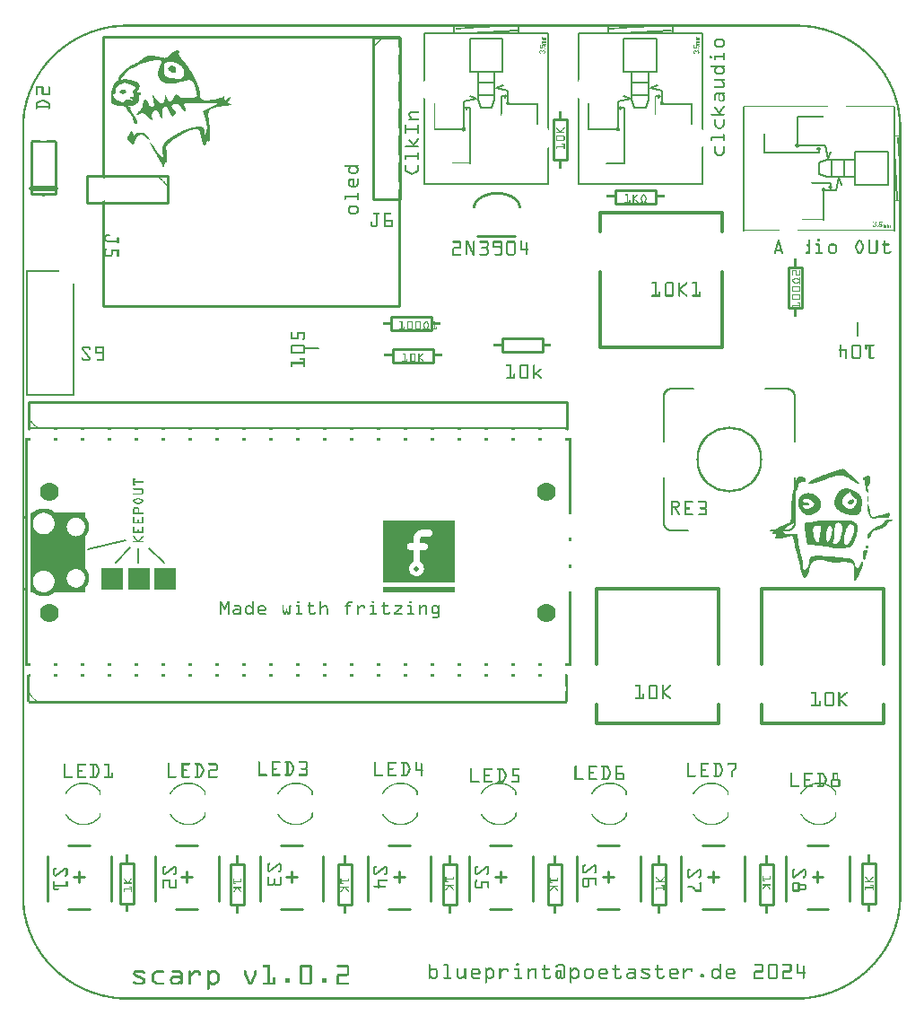
<source format=gto>
G04 MADE WITH FRITZING*
G04 WWW.FRITZING.ORG*
G04 DOUBLE SIDED*
G04 HOLES PLATED*
G04 CONTOUR ON CENTER OF CONTOUR VECTOR*
%ASAXBY*%
%FSLAX23Y23*%
%MOIN*%
%OFA0B0*%
%SFA1.0B1.0*%
%ADD10C,0.244220X0.22822*%
%ADD11C,0.020191*%
%ADD12C,0.070000*%
%ADD13R,0.267212X0.024008*%
%ADD14R,0.082490X0.082490*%
%ADD15C,0.010000*%
%ADD16C,0.008000*%
%ADD17C,0.020000*%
%ADD18C,0.006000*%
%ADD19C,0.002990*%
%ADD20C,0.010417*%
%ADD21C,0.005000*%
%ADD22C,0.012500*%
%ADD23R,0.001000X0.001000*%
%LNSILK1*%
G90*
G70*
G54D10*
X2629Y2005D03*
G54D11*
X1466Y1601D03*
G54D12*
X101Y1885D03*
X101Y1436D03*
X1948Y1885D03*
X1948Y1436D03*
G54D13*
X1476Y1524D03*
G54D14*
X533Y1562D03*
X435Y1562D03*
X337Y1562D03*
G54D15*
X541Y3059D02*
X241Y3059D01*
D02*
X241Y3059D02*
X241Y2959D01*
D02*
X241Y2959D02*
X541Y2959D01*
D02*
X541Y2959D02*
X541Y3059D01*
D02*
X1307Y3574D02*
X1307Y2974D01*
D02*
X1307Y2974D02*
X1407Y2974D01*
D02*
X1407Y2974D02*
X1407Y3574D01*
D02*
X1407Y3574D02*
X1307Y3574D01*
G54D16*
D02*
X20Y2706D02*
X20Y2248D01*
D02*
X20Y2248D02*
X191Y2248D01*
D02*
X2873Y1939D02*
X2873Y1773D01*
D02*
X2841Y1742D02*
X2782Y1742D01*
D02*
X2416Y1742D02*
X2475Y1742D01*
D02*
X2384Y1939D02*
X2384Y1773D01*
D02*
X2384Y2072D02*
X2384Y2237D01*
D02*
X2416Y2269D02*
X2495Y2269D01*
D02*
X2841Y2269D02*
X2762Y2269D01*
D02*
X2873Y2072D02*
X2873Y2237D01*
G54D15*
D02*
X36Y2992D02*
X36Y3187D01*
D02*
X126Y3187D02*
X126Y2992D01*
D02*
X126Y2992D02*
X36Y2992D01*
G54D17*
D02*
X126Y3012D02*
X36Y3012D01*
G54D15*
D02*
X1833Y2836D02*
X1693Y2836D01*
G54D16*
D02*
X1052Y2420D02*
X1102Y2420D01*
D02*
X3107Y2465D02*
X3107Y2515D01*
G54D15*
D02*
X2997Y337D02*
X2918Y337D01*
D02*
X3075Y534D02*
X3075Y366D01*
D02*
X2839Y534D02*
X2839Y366D01*
D02*
X2997Y573D02*
X2918Y573D01*
D02*
X2977Y455D02*
X2938Y455D01*
D02*
X2957Y435D02*
X2957Y475D01*
D02*
X2608Y337D02*
X2529Y337D01*
D02*
X2687Y534D02*
X2687Y366D01*
D02*
X2450Y534D02*
X2450Y366D01*
D02*
X2608Y573D02*
X2529Y573D01*
D02*
X2588Y455D02*
X2549Y455D01*
D02*
X2568Y435D02*
X2568Y475D01*
D02*
X2219Y337D02*
X2140Y337D01*
D02*
X2298Y534D02*
X2298Y366D01*
D02*
X2061Y534D02*
X2061Y366D01*
D02*
X2219Y573D02*
X2140Y573D01*
D02*
X2199Y455D02*
X2160Y455D01*
D02*
X2180Y435D02*
X2180Y475D01*
D02*
X1819Y337D02*
X1740Y337D01*
D02*
X1898Y534D02*
X1898Y366D01*
D02*
X1661Y534D02*
X1661Y366D01*
D02*
X1819Y573D02*
X1740Y573D01*
D02*
X1799Y455D02*
X1760Y455D01*
D02*
X1780Y435D02*
X1780Y475D01*
D02*
X1441Y337D02*
X1362Y337D01*
D02*
X1520Y534D02*
X1520Y366D01*
D02*
X1284Y534D02*
X1284Y366D01*
D02*
X1441Y573D02*
X1362Y573D01*
D02*
X1421Y455D02*
X1382Y455D01*
D02*
X1402Y435D02*
X1402Y475D01*
D02*
X2355Y2958D02*
X2205Y2958D01*
D02*
X2205Y2958D02*
X2205Y3008D01*
D02*
X2205Y3008D02*
X2355Y3008D01*
D02*
X2355Y3008D02*
X2355Y2958D01*
G54D18*
D02*
X2068Y3591D02*
X2528Y3591D01*
D02*
X2528Y3031D02*
X2068Y3031D01*
D02*
X2413Y3601D02*
X2233Y3591D01*
D02*
X2237Y3569D02*
X2359Y3569D01*
D02*
X2237Y3447D02*
X2237Y3569D01*
D02*
X2237Y3447D02*
X2359Y3447D01*
D02*
X2359Y3447D02*
X2359Y3569D01*
D02*
X2267Y3407D02*
X2329Y3407D01*
D02*
X2267Y3360D02*
X2329Y3360D01*
D02*
X2329Y3447D02*
X2329Y3342D01*
D02*
X2267Y3447D02*
X2267Y3342D01*
D02*
X2267Y3342D02*
X2277Y3312D01*
D02*
X2329Y3342D02*
X2319Y3312D01*
D02*
X2319Y3312D02*
X2277Y3312D01*
D02*
X2171Y3108D02*
X2239Y3108D01*
D02*
X2239Y3108D02*
X2239Y3312D01*
D02*
X2262Y3347D02*
X2236Y3356D01*
D02*
X2220Y3312D02*
X2225Y3307D01*
D02*
X2220Y3312D02*
X2225Y3317D01*
D02*
X2106Y3232D02*
X2214Y3232D01*
D02*
X2214Y3232D02*
X2214Y3335D01*
D02*
X2214Y3335D02*
X2262Y3347D01*
D02*
X2239Y3312D02*
X2220Y3312D01*
D02*
X2488Y3328D02*
X2378Y3328D01*
D02*
X2378Y3328D02*
X2378Y3376D01*
D02*
X2378Y3376D02*
X2334Y3386D01*
D02*
X2334Y3386D02*
X2361Y3395D01*
D02*
X2354Y3355D02*
X2372Y3355D01*
D02*
X2372Y3355D02*
X2367Y3360D01*
D02*
X2372Y3355D02*
X2367Y3350D01*
G54D19*
D02*
X2496Y3546D02*
X2496Y3536D01*
D02*
X2496Y3536D02*
X2505Y3536D01*
D02*
X2508Y3574D02*
X2516Y3574D01*
D02*
X2516Y3551D02*
X2506Y3551D01*
D02*
X2508Y3555D02*
X2516Y3555D01*
D02*
X2508Y3559D02*
X2516Y3559D01*
D02*
X2516Y3566D02*
X2506Y3566D01*
D02*
X2508Y3570D02*
X2516Y3570D01*
D02*
X2505Y3536D02*
X2505Y3542D01*
D02*
X2509Y3546D02*
X2511Y3546D01*
G54D18*
D02*
X1496Y3591D02*
X1956Y3591D01*
D02*
X1956Y3031D02*
X1496Y3031D01*
D02*
X1841Y3601D02*
X1661Y3591D01*
D02*
X1665Y3569D02*
X1787Y3569D01*
D02*
X1665Y3447D02*
X1665Y3569D01*
D02*
X1665Y3447D02*
X1787Y3447D01*
D02*
X1787Y3447D02*
X1787Y3569D01*
D02*
X1695Y3407D02*
X1757Y3407D01*
D02*
X1695Y3360D02*
X1757Y3360D01*
D02*
X1757Y3447D02*
X1757Y3342D01*
D02*
X1695Y3447D02*
X1695Y3342D01*
D02*
X1695Y3342D02*
X1705Y3312D01*
D02*
X1757Y3342D02*
X1747Y3312D01*
D02*
X1747Y3312D02*
X1705Y3312D01*
D02*
X1667Y3108D02*
X1667Y3312D01*
D02*
X1690Y3347D02*
X1664Y3356D01*
D02*
X1648Y3312D02*
X1653Y3307D01*
D02*
X1648Y3312D02*
X1653Y3317D01*
D02*
X1534Y3232D02*
X1642Y3232D01*
D02*
X1642Y3232D02*
X1642Y3335D01*
D02*
X1642Y3335D02*
X1690Y3347D01*
D02*
X1667Y3312D02*
X1648Y3312D01*
D02*
X1916Y3328D02*
X1806Y3328D01*
D02*
X1806Y3328D02*
X1806Y3376D01*
D02*
X1806Y3376D02*
X1762Y3386D01*
D02*
X1762Y3386D02*
X1789Y3395D01*
D02*
X1782Y3355D02*
X1800Y3355D01*
D02*
X1800Y3355D02*
X1795Y3360D01*
D02*
X1800Y3355D02*
X1795Y3350D01*
G54D19*
D02*
X1924Y3546D02*
X1924Y3536D01*
D02*
X1924Y3536D02*
X1933Y3536D01*
D02*
X1936Y3574D02*
X1944Y3574D01*
D02*
X1944Y3551D02*
X1934Y3551D01*
D02*
X1936Y3555D02*
X1944Y3555D01*
D02*
X1936Y3559D02*
X1944Y3559D01*
D02*
X1944Y3566D02*
X1934Y3566D01*
D02*
X1936Y3570D02*
X1944Y3570D01*
D02*
X1933Y3536D02*
X1933Y3542D01*
D02*
X1937Y3546D02*
X1939Y3546D01*
G54D18*
D02*
X3241Y3318D02*
X3241Y2858D01*
D02*
X2681Y2858D02*
X2681Y3318D01*
D02*
X3251Y2973D02*
X3241Y3153D01*
D02*
X3219Y3149D02*
X3219Y3027D01*
D02*
X3097Y3149D02*
X3219Y3149D01*
D02*
X3097Y3149D02*
X3097Y3027D01*
D02*
X3097Y3027D02*
X3219Y3027D01*
D02*
X3057Y3119D02*
X3057Y3057D01*
D02*
X3010Y3119D02*
X3010Y3057D01*
D02*
X3097Y3057D02*
X2992Y3057D01*
D02*
X3097Y3119D02*
X2992Y3119D01*
D02*
X2992Y3119D02*
X2962Y3109D01*
D02*
X2992Y3057D02*
X2962Y3067D01*
D02*
X2962Y3067D02*
X2962Y3109D01*
D02*
X2758Y3215D02*
X2758Y3147D01*
D02*
X2758Y3147D02*
X2962Y3147D01*
D02*
X2997Y3124D02*
X3006Y3150D01*
D02*
X2962Y3166D02*
X2957Y3161D01*
D02*
X2962Y3166D02*
X2967Y3161D01*
D02*
X2882Y3280D02*
X2882Y3172D01*
D02*
X2882Y3172D02*
X2985Y3172D01*
D02*
X2985Y3172D02*
X2997Y3124D01*
D02*
X2962Y3147D02*
X2962Y3166D01*
D02*
X2978Y2898D02*
X2978Y3008D01*
D02*
X2978Y3008D02*
X3026Y3008D01*
D02*
X3026Y3008D02*
X3036Y3052D01*
D02*
X3036Y3052D02*
X3045Y3025D01*
D02*
X3005Y3032D02*
X3005Y3014D01*
D02*
X3005Y3014D02*
X3010Y3019D01*
D02*
X3005Y3014D02*
X3000Y3019D01*
G54D19*
D02*
X3196Y2890D02*
X3186Y2890D01*
D02*
X3186Y2890D02*
X3186Y2881D01*
D02*
X3224Y2878D02*
X3224Y2870D01*
D02*
X3201Y2870D02*
X3201Y2880D01*
D02*
X3205Y2878D02*
X3205Y2870D01*
D02*
X3209Y2878D02*
X3209Y2870D01*
D02*
X3216Y2870D02*
X3216Y2880D01*
D02*
X3220Y2878D02*
X3220Y2870D01*
D02*
X3186Y2881D02*
X3192Y2881D01*
D02*
X3196Y2877D02*
X3196Y2875D01*
G54D15*
D02*
X1041Y337D02*
X962Y337D01*
D02*
X1120Y534D02*
X1120Y366D01*
D02*
X884Y534D02*
X884Y366D01*
D02*
X1041Y573D02*
X962Y573D01*
D02*
X1021Y455D02*
X982Y455D01*
D02*
X1002Y435D02*
X1002Y475D01*
G54D20*
D02*
X302Y2577D02*
X1402Y2577D01*
D02*
X1402Y3577D02*
X302Y3577D01*
G54D15*
D02*
X1934Y2406D02*
X1784Y2406D01*
D02*
X1784Y2406D02*
X1784Y2456D01*
D02*
X1784Y2456D02*
X1934Y2456D01*
D02*
X1934Y2456D02*
X1934Y2406D01*
D02*
X2027Y3269D02*
X2027Y3119D01*
D02*
X2027Y3119D02*
X1977Y3119D01*
D02*
X1977Y3119D02*
X1977Y3269D01*
D02*
X1977Y3269D02*
X2027Y3269D01*
D02*
X652Y337D02*
X573Y337D01*
D02*
X731Y534D02*
X731Y366D01*
D02*
X495Y534D02*
X495Y366D01*
D02*
X652Y573D02*
X573Y573D01*
D02*
X633Y455D02*
X593Y455D01*
D02*
X613Y435D02*
X613Y475D01*
D02*
X252Y337D02*
X173Y337D01*
D02*
X331Y534D02*
X331Y366D01*
D02*
X95Y534D02*
X95Y366D01*
D02*
X252Y573D02*
X173Y573D01*
D02*
X233Y455D02*
X193Y455D01*
D02*
X213Y435D02*
X213Y475D01*
D02*
X2024Y2121D02*
X2024Y2221D01*
D02*
X2024Y2221D02*
X24Y2221D01*
D02*
X24Y2221D02*
X24Y2121D01*
D02*
X2900Y2720D02*
X2900Y2570D01*
D02*
X2900Y2570D02*
X2850Y2570D01*
D02*
X2850Y2570D02*
X2850Y2720D01*
D02*
X2850Y2720D02*
X2900Y2720D01*
D02*
X1378Y2418D02*
X1528Y2418D01*
D02*
X1528Y2418D02*
X1528Y2368D01*
D02*
X1528Y2368D02*
X1378Y2368D01*
D02*
X1378Y2368D02*
X1378Y2418D01*
D02*
X1523Y2486D02*
X1373Y2486D01*
D02*
X1373Y2486D02*
X1373Y2536D01*
D02*
X1373Y2536D02*
X1523Y2536D01*
D02*
X1523Y2536D02*
X1523Y2486D01*
D02*
X3171Y508D02*
X3171Y358D01*
D02*
X3171Y358D02*
X3121Y358D01*
D02*
X3121Y358D02*
X3121Y508D01*
D02*
X3121Y508D02*
X3171Y508D01*
D02*
X2793Y502D02*
X2793Y352D01*
D02*
X2793Y352D02*
X2743Y352D01*
D02*
X2743Y352D02*
X2743Y502D01*
D02*
X2743Y502D02*
X2793Y502D01*
D02*
X2393Y502D02*
X2393Y352D01*
D02*
X2393Y352D02*
X2343Y352D01*
D02*
X2343Y352D02*
X2343Y502D01*
D02*
X2343Y502D02*
X2393Y502D01*
D02*
X2004Y502D02*
X2004Y352D01*
D02*
X2004Y352D02*
X1954Y352D01*
D02*
X1954Y352D02*
X1954Y502D01*
D02*
X1954Y502D02*
X2004Y502D01*
D02*
X1615Y502D02*
X1615Y352D01*
D02*
X1615Y352D02*
X1565Y352D01*
D02*
X1565Y352D02*
X1565Y502D01*
D02*
X1565Y502D02*
X1615Y502D01*
D02*
X1227Y502D02*
X1227Y352D01*
D02*
X1227Y352D02*
X1177Y352D01*
D02*
X1177Y352D02*
X1177Y502D01*
D02*
X1177Y502D02*
X1227Y502D01*
D02*
X827Y502D02*
X827Y352D01*
D02*
X827Y352D02*
X777Y352D01*
D02*
X777Y352D02*
X777Y502D01*
D02*
X777Y502D02*
X827Y502D01*
G54D21*
D02*
X247Y1673D02*
X387Y1708D01*
D02*
X349Y1622D02*
X402Y1679D01*
D02*
X529Y1624D02*
X472Y1677D01*
D02*
X432Y1623D02*
X432Y1677D01*
G54D15*
D02*
X415Y508D02*
X415Y358D01*
D02*
X415Y358D02*
X365Y358D01*
D02*
X365Y358D02*
X365Y508D01*
D02*
X365Y508D02*
X415Y508D01*
G54D22*
X2148Y2852D02*
X2148Y2924D01*
X2601Y2924D01*
X2601Y2852D01*
D02*
X2601Y2704D02*
X2601Y2422D01*
X2148Y2422D01*
X2148Y2704D01*
D02*
X2590Y1097D02*
X2590Y1025D01*
X2137Y1025D01*
X2137Y1097D01*
D02*
X2137Y1245D02*
X2137Y1528D01*
X2590Y1528D01*
X2590Y1245D01*
D02*
X3201Y1097D02*
X3201Y1025D01*
X2748Y1025D01*
X2748Y1097D01*
D02*
X2748Y1245D02*
X2748Y1528D01*
X3201Y1528D01*
X3201Y1245D01*
D02*
G54D23*
X376Y3622D02*
X2892Y3622D01*
X361Y3621D02*
X2907Y3621D01*
X351Y3620D02*
X2917Y3620D01*
X343Y3619D02*
X2925Y3619D01*
X336Y3618D02*
X2932Y3618D01*
X329Y3617D02*
X2939Y3617D01*
X324Y3616D02*
X2944Y3616D01*
X318Y3615D02*
X2950Y3615D01*
X313Y3614D02*
X375Y3614D01*
X1603Y3614D02*
X1608Y3614D01*
X1678Y3614D02*
X1769Y3614D01*
X1843Y3614D02*
X1848Y3614D01*
X2175Y3614D02*
X2180Y3614D01*
X2250Y3614D02*
X2341Y3614D01*
X2415Y3614D02*
X2420Y3614D01*
X2893Y3614D02*
X2955Y3614D01*
X309Y3613D02*
X361Y3613D01*
X1603Y3613D02*
X1608Y3613D01*
X1663Y3613D02*
X1754Y3613D01*
X1843Y3613D02*
X1848Y3613D01*
X2175Y3613D02*
X2180Y3613D01*
X2235Y3613D02*
X2326Y3613D01*
X2415Y3613D02*
X2420Y3613D01*
X2907Y3613D02*
X2959Y3613D01*
X304Y3612D02*
X350Y3612D01*
X1603Y3612D02*
X1608Y3612D01*
X1647Y3612D02*
X1738Y3612D01*
X1843Y3612D02*
X1848Y3612D01*
X2175Y3612D02*
X2180Y3612D01*
X2219Y3612D02*
X2311Y3612D01*
X2415Y3612D02*
X2420Y3612D01*
X2918Y3612D02*
X2964Y3612D01*
X300Y3611D02*
X342Y3611D01*
X1603Y3611D02*
X1608Y3611D01*
X1632Y3611D02*
X1723Y3611D01*
X1843Y3611D02*
X1848Y3611D01*
X2175Y3611D02*
X2180Y3611D01*
X2204Y3611D02*
X2295Y3611D01*
X2415Y3611D02*
X2420Y3611D01*
X2926Y3611D02*
X2968Y3611D01*
X296Y3610D02*
X335Y3610D01*
X1603Y3610D02*
X1608Y3610D01*
X1617Y3610D02*
X1708Y3610D01*
X1843Y3610D02*
X1848Y3610D01*
X2175Y3610D02*
X2180Y3610D01*
X2189Y3610D02*
X2280Y3610D01*
X2415Y3610D02*
X2420Y3610D01*
X2933Y3610D02*
X2972Y3610D01*
X292Y3609D02*
X329Y3609D01*
X1603Y3609D02*
X1608Y3609D01*
X1611Y3609D02*
X1693Y3609D01*
X1843Y3609D02*
X1848Y3609D01*
X2175Y3609D02*
X2180Y3609D01*
X2183Y3609D02*
X2265Y3609D01*
X2415Y3609D02*
X2420Y3609D01*
X2939Y3609D02*
X2976Y3609D01*
X288Y3608D02*
X323Y3608D01*
X1603Y3608D02*
X1608Y3608D01*
X1611Y3608D02*
X1677Y3608D01*
X1843Y3608D02*
X1848Y3608D01*
X2175Y3608D02*
X2180Y3608D01*
X2183Y3608D02*
X2249Y3608D01*
X2415Y3608D02*
X2420Y3608D01*
X2945Y3608D02*
X2980Y3608D01*
X285Y3607D02*
X318Y3607D01*
X1603Y3607D02*
X1608Y3607D01*
X1611Y3607D02*
X1662Y3607D01*
X1843Y3607D02*
X1848Y3607D01*
X2175Y3607D02*
X2180Y3607D01*
X2183Y3607D02*
X2234Y3607D01*
X2415Y3607D02*
X2420Y3607D01*
X2950Y3607D02*
X2983Y3607D01*
X281Y3606D02*
X313Y3606D01*
X1603Y3606D02*
X1608Y3606D01*
X1611Y3606D02*
X1647Y3606D01*
X1843Y3606D02*
X1848Y3606D01*
X2175Y3606D02*
X2180Y3606D01*
X2183Y3606D02*
X2219Y3606D01*
X2415Y3606D02*
X2420Y3606D01*
X2955Y3606D02*
X2987Y3606D01*
X278Y3605D02*
X308Y3605D01*
X1603Y3605D02*
X1608Y3605D01*
X1611Y3605D02*
X1631Y3605D01*
X1843Y3605D02*
X1848Y3605D01*
X2175Y3605D02*
X2180Y3605D01*
X2184Y3605D02*
X2203Y3605D01*
X2415Y3605D02*
X2420Y3605D01*
X2960Y3605D02*
X2990Y3605D01*
X275Y3604D02*
X304Y3604D01*
X1603Y3604D02*
X1608Y3604D01*
X1612Y3604D02*
X1616Y3604D01*
X1843Y3604D02*
X1848Y3604D01*
X2175Y3604D02*
X2180Y3604D01*
X2184Y3604D02*
X2188Y3604D01*
X2415Y3604D02*
X2420Y3604D01*
X2964Y3604D02*
X2993Y3604D01*
X272Y3603D02*
X299Y3603D01*
X1603Y3603D02*
X1608Y3603D01*
X1843Y3603D02*
X1848Y3603D01*
X2175Y3603D02*
X2180Y3603D01*
X2415Y3603D02*
X2420Y3603D01*
X2969Y3603D02*
X2996Y3603D01*
X269Y3602D02*
X296Y3602D01*
X1603Y3602D02*
X1608Y3602D01*
X1843Y3602D02*
X1848Y3602D01*
X2175Y3602D02*
X2180Y3602D01*
X2415Y3602D02*
X2420Y3602D01*
X2972Y3602D02*
X2999Y3602D01*
X266Y3601D02*
X292Y3601D01*
X1603Y3601D02*
X1608Y3601D01*
X1843Y3601D02*
X1848Y3601D01*
X2175Y3601D02*
X2180Y3601D01*
X2415Y3601D02*
X2420Y3601D01*
X2976Y3601D02*
X3002Y3601D01*
X263Y3600D02*
X288Y3600D01*
X1603Y3600D02*
X1608Y3600D01*
X1843Y3600D02*
X1848Y3600D01*
X2175Y3600D02*
X2180Y3600D01*
X2415Y3600D02*
X2420Y3600D01*
X2980Y3600D02*
X3005Y3600D01*
X260Y3599D02*
X285Y3599D01*
X1603Y3599D02*
X1608Y3599D01*
X1843Y3599D02*
X1848Y3599D01*
X2175Y3599D02*
X2180Y3599D01*
X2415Y3599D02*
X2420Y3599D01*
X2983Y3599D02*
X3008Y3599D01*
X257Y3598D02*
X281Y3598D01*
X1603Y3598D02*
X1608Y3598D01*
X1843Y3598D02*
X1848Y3598D01*
X2175Y3598D02*
X2180Y3598D01*
X2415Y3598D02*
X2420Y3598D01*
X2987Y3598D02*
X3011Y3598D01*
X255Y3597D02*
X278Y3597D01*
X1603Y3597D02*
X1608Y3597D01*
X1843Y3597D02*
X1848Y3597D01*
X2175Y3597D02*
X2180Y3597D01*
X2415Y3597D02*
X2420Y3597D01*
X2990Y3597D02*
X3013Y3597D01*
X252Y3596D02*
X275Y3596D01*
X1603Y3596D02*
X1608Y3596D01*
X1843Y3596D02*
X1848Y3596D01*
X2175Y3596D02*
X2180Y3596D01*
X2415Y3596D02*
X2420Y3596D01*
X2993Y3596D02*
X3016Y3596D01*
X249Y3595D02*
X272Y3595D01*
X1603Y3595D02*
X1608Y3595D01*
X1843Y3595D02*
X1848Y3595D01*
X2175Y3595D02*
X2180Y3595D01*
X2415Y3595D02*
X2420Y3595D01*
X2996Y3595D02*
X3019Y3595D01*
X247Y3594D02*
X269Y3594D01*
X1603Y3594D02*
X1608Y3594D01*
X1843Y3594D02*
X1848Y3594D01*
X2175Y3594D02*
X2180Y3594D01*
X2415Y3594D02*
X2420Y3594D01*
X2999Y3594D02*
X3021Y3594D01*
X244Y3593D02*
X266Y3593D01*
X1603Y3593D02*
X1608Y3593D01*
X1843Y3593D02*
X1848Y3593D01*
X2175Y3593D02*
X2180Y3593D01*
X2415Y3593D02*
X2420Y3593D01*
X3002Y3593D02*
X3024Y3593D01*
X242Y3592D02*
X263Y3592D01*
X1603Y3592D02*
X1608Y3592D01*
X1843Y3592D02*
X1848Y3592D01*
X2176Y3592D02*
X2180Y3592D01*
X2415Y3592D02*
X2420Y3592D01*
X3005Y3592D02*
X3026Y3592D01*
X239Y3591D02*
X260Y3591D01*
X1493Y3591D02*
X1498Y3591D01*
X1953Y3591D02*
X1958Y3591D01*
X2065Y3591D02*
X2070Y3591D01*
X2525Y3591D02*
X2530Y3591D01*
X3008Y3591D02*
X3029Y3591D01*
X237Y3590D02*
X257Y3590D01*
X1493Y3590D02*
X1498Y3590D01*
X1953Y3590D02*
X1958Y3590D01*
X2065Y3590D02*
X2070Y3590D01*
X2525Y3590D02*
X2530Y3590D01*
X3011Y3590D02*
X3031Y3590D01*
X235Y3589D02*
X255Y3589D01*
X1493Y3589D02*
X1498Y3589D01*
X1953Y3589D02*
X1958Y3589D01*
X2065Y3589D02*
X2070Y3589D01*
X2525Y3589D02*
X2530Y3589D01*
X3013Y3589D02*
X3033Y3589D01*
X233Y3588D02*
X252Y3588D01*
X1493Y3588D02*
X1498Y3588D01*
X1953Y3588D02*
X1958Y3588D01*
X2065Y3588D02*
X2070Y3588D01*
X2525Y3588D02*
X2530Y3588D01*
X3016Y3588D02*
X3035Y3588D01*
X230Y3587D02*
X249Y3587D01*
X1493Y3587D02*
X1498Y3587D01*
X1953Y3587D02*
X1958Y3587D01*
X2065Y3587D02*
X2070Y3587D01*
X2525Y3587D02*
X2530Y3587D01*
X3019Y3587D02*
X3038Y3587D01*
X228Y3586D02*
X247Y3586D01*
X1493Y3586D02*
X1498Y3586D01*
X1953Y3586D02*
X1958Y3586D01*
X2065Y3586D02*
X2070Y3586D01*
X2525Y3586D02*
X2530Y3586D01*
X3021Y3586D02*
X3040Y3586D01*
X226Y3585D02*
X244Y3585D01*
X1493Y3585D02*
X1498Y3585D01*
X1953Y3585D02*
X1958Y3585D01*
X2065Y3585D02*
X2070Y3585D01*
X2525Y3585D02*
X2530Y3585D01*
X3024Y3585D02*
X3042Y3585D01*
X224Y3584D02*
X242Y3584D01*
X1493Y3584D02*
X1498Y3584D01*
X1953Y3584D02*
X1958Y3584D01*
X2065Y3584D02*
X2070Y3584D01*
X2525Y3584D02*
X2530Y3584D01*
X3026Y3584D02*
X3044Y3584D01*
X222Y3583D02*
X240Y3583D01*
X1493Y3583D02*
X1498Y3583D01*
X1953Y3583D02*
X1958Y3583D01*
X2065Y3583D02*
X2070Y3583D01*
X2525Y3583D02*
X2530Y3583D01*
X3028Y3583D02*
X3046Y3583D01*
X220Y3582D02*
X237Y3582D01*
X1493Y3582D02*
X1498Y3582D01*
X1953Y3582D02*
X1958Y3582D01*
X2065Y3582D02*
X2070Y3582D01*
X2525Y3582D02*
X2530Y3582D01*
X3031Y3582D02*
X3048Y3582D01*
X218Y3581D02*
X235Y3581D01*
X1493Y3581D02*
X1498Y3581D01*
X1953Y3581D02*
X1958Y3581D01*
X2065Y3581D02*
X2070Y3581D01*
X2525Y3581D02*
X2530Y3581D01*
X3033Y3581D02*
X3050Y3581D01*
X216Y3580D02*
X233Y3580D01*
X1493Y3580D02*
X1498Y3580D01*
X1953Y3580D02*
X1958Y3580D01*
X2065Y3580D02*
X2070Y3580D01*
X2525Y3580D02*
X2530Y3580D01*
X3035Y3580D02*
X3052Y3580D01*
X213Y3579D02*
X231Y3579D01*
X1493Y3579D02*
X1498Y3579D01*
X1953Y3579D02*
X1958Y3579D01*
X2065Y3579D02*
X2070Y3579D01*
X2525Y3579D02*
X2530Y3579D01*
X3037Y3579D02*
X3055Y3579D01*
X211Y3578D02*
X228Y3578D01*
X1493Y3578D02*
X1498Y3578D01*
X1953Y3578D02*
X1958Y3578D01*
X2065Y3578D02*
X2070Y3578D01*
X2525Y3578D02*
X2530Y3578D01*
X3040Y3578D02*
X3057Y3578D01*
X209Y3577D02*
X226Y3577D01*
X298Y3577D02*
X307Y3577D01*
X1398Y3577D02*
X1407Y3577D01*
X1493Y3577D02*
X1498Y3577D01*
X1953Y3577D02*
X1958Y3577D01*
X2065Y3577D02*
X2070Y3577D01*
X2525Y3577D02*
X2530Y3577D01*
X3042Y3577D02*
X3059Y3577D01*
X207Y3576D02*
X224Y3576D01*
X298Y3576D02*
X307Y3576D01*
X1398Y3576D02*
X1407Y3576D01*
X1493Y3576D02*
X1498Y3576D01*
X1953Y3576D02*
X1958Y3576D01*
X2065Y3576D02*
X2070Y3576D01*
X2525Y3576D02*
X2530Y3576D01*
X3044Y3576D02*
X3061Y3576D01*
X206Y3575D02*
X222Y3575D01*
X298Y3575D02*
X307Y3575D01*
X1340Y3575D02*
X1341Y3575D01*
X1398Y3575D02*
X1407Y3575D01*
X1493Y3575D02*
X1498Y3575D01*
X1934Y3575D02*
X1935Y3575D01*
X1953Y3575D02*
X1958Y3575D01*
X2065Y3575D02*
X2070Y3575D01*
X2506Y3575D02*
X2507Y3575D01*
X2525Y3575D02*
X2530Y3575D01*
X3046Y3575D02*
X3062Y3575D01*
X204Y3574D02*
X220Y3574D01*
X298Y3574D02*
X307Y3574D01*
X1339Y3574D02*
X1342Y3574D01*
X1398Y3574D02*
X1407Y3574D01*
X1493Y3574D02*
X1498Y3574D01*
X1933Y3574D02*
X1935Y3574D01*
X1953Y3574D02*
X1958Y3574D01*
X2065Y3574D02*
X2070Y3574D01*
X2505Y3574D02*
X2507Y3574D01*
X2525Y3574D02*
X2530Y3574D01*
X3048Y3574D02*
X3064Y3574D01*
X202Y3573D02*
X218Y3573D01*
X298Y3573D02*
X307Y3573D01*
X1338Y3573D02*
X1343Y3573D01*
X1398Y3573D02*
X1407Y3573D01*
X1493Y3573D02*
X1498Y3573D01*
X1933Y3573D02*
X1935Y3573D01*
X1953Y3573D02*
X1958Y3573D01*
X2065Y3573D02*
X2070Y3573D01*
X2505Y3573D02*
X2507Y3573D01*
X2525Y3573D02*
X2530Y3573D01*
X3050Y3573D02*
X3066Y3573D01*
X200Y3572D02*
X216Y3572D01*
X298Y3572D02*
X307Y3572D01*
X1337Y3572D02*
X1343Y3572D01*
X1398Y3572D02*
X1407Y3572D01*
X1493Y3572D02*
X1498Y3572D01*
X1933Y3572D02*
X1935Y3572D01*
X1953Y3572D02*
X1958Y3572D01*
X2065Y3572D02*
X2070Y3572D01*
X2505Y3572D02*
X2507Y3572D01*
X2525Y3572D02*
X2530Y3572D01*
X3052Y3572D02*
X3068Y3572D01*
X199Y3571D02*
X214Y3571D01*
X298Y3571D02*
X307Y3571D01*
X1336Y3571D02*
X1342Y3571D01*
X1398Y3571D02*
X1407Y3571D01*
X1493Y3571D02*
X1498Y3571D01*
X1933Y3571D02*
X1935Y3571D01*
X1953Y3571D02*
X1958Y3571D01*
X2065Y3571D02*
X2070Y3571D01*
X2505Y3571D02*
X2507Y3571D01*
X2525Y3571D02*
X2530Y3571D01*
X3054Y3571D02*
X3069Y3571D01*
X197Y3570D02*
X212Y3570D01*
X298Y3570D02*
X307Y3570D01*
X1335Y3570D02*
X1341Y3570D01*
X1398Y3570D02*
X1407Y3570D01*
X1493Y3570D02*
X1498Y3570D01*
X1933Y3570D02*
X1935Y3570D01*
X1953Y3570D02*
X1958Y3570D01*
X2065Y3570D02*
X2070Y3570D01*
X2505Y3570D02*
X2507Y3570D01*
X2525Y3570D02*
X2530Y3570D01*
X2583Y3570D02*
X2602Y3570D01*
X3056Y3570D02*
X3071Y3570D01*
X195Y3569D02*
X210Y3569D01*
X298Y3569D02*
X307Y3569D01*
X1334Y3569D02*
X1340Y3569D01*
X1398Y3569D02*
X1407Y3569D01*
X1493Y3569D02*
X1498Y3569D01*
X1933Y3569D02*
X1935Y3569D01*
X1953Y3569D02*
X1958Y3569D01*
X2065Y3569D02*
X2070Y3569D01*
X2505Y3569D02*
X2507Y3569D01*
X2525Y3569D02*
X2530Y3569D01*
X2580Y3569D02*
X2604Y3569D01*
X3058Y3569D02*
X3073Y3569D01*
X193Y3568D02*
X208Y3568D01*
X298Y3568D02*
X307Y3568D01*
X1333Y3568D02*
X1339Y3568D01*
X1398Y3568D02*
X1407Y3568D01*
X1493Y3568D02*
X1498Y3568D01*
X1933Y3568D02*
X1935Y3568D01*
X1953Y3568D02*
X1958Y3568D01*
X2065Y3568D02*
X2070Y3568D01*
X2505Y3568D02*
X2507Y3568D01*
X2525Y3568D02*
X2530Y3568D01*
X2579Y3568D02*
X2605Y3568D01*
X3060Y3568D02*
X3075Y3568D01*
X191Y3567D02*
X207Y3567D01*
X298Y3567D02*
X307Y3567D01*
X1332Y3567D02*
X1338Y3567D01*
X1398Y3567D02*
X1407Y3567D01*
X1493Y3567D02*
X1498Y3567D01*
X1933Y3567D02*
X1935Y3567D01*
X1953Y3567D02*
X1958Y3567D01*
X2065Y3567D02*
X2070Y3567D01*
X2505Y3567D02*
X2507Y3567D01*
X2525Y3567D02*
X2530Y3567D01*
X2578Y3567D02*
X2606Y3567D01*
X3061Y3567D02*
X3077Y3567D01*
X190Y3566D02*
X205Y3566D01*
X298Y3566D02*
X307Y3566D01*
X1331Y3566D02*
X1337Y3566D01*
X1398Y3566D02*
X1407Y3566D01*
X1493Y3566D02*
X1498Y3566D01*
X1934Y3566D02*
X1935Y3566D01*
X1953Y3566D02*
X1958Y3566D01*
X2065Y3566D02*
X2070Y3566D01*
X2506Y3566D02*
X2507Y3566D01*
X2525Y3566D02*
X2530Y3566D01*
X2577Y3566D02*
X2607Y3566D01*
X3063Y3566D02*
X3078Y3566D01*
X188Y3565D02*
X203Y3565D01*
X298Y3565D02*
X307Y3565D01*
X1330Y3565D02*
X1336Y3565D01*
X1398Y3565D02*
X1407Y3565D01*
X1493Y3565D02*
X1498Y3565D01*
X1953Y3565D02*
X1958Y3565D01*
X2065Y3565D02*
X2070Y3565D01*
X2525Y3565D02*
X2530Y3565D01*
X2576Y3565D02*
X2608Y3565D01*
X3065Y3565D02*
X3080Y3565D01*
X187Y3564D02*
X201Y3564D01*
X298Y3564D02*
X307Y3564D01*
X1329Y3564D02*
X1335Y3564D01*
X1398Y3564D02*
X1407Y3564D01*
X1493Y3564D02*
X1498Y3564D01*
X1953Y3564D02*
X1958Y3564D01*
X2065Y3564D02*
X2070Y3564D01*
X2525Y3564D02*
X2530Y3564D01*
X2575Y3564D02*
X2609Y3564D01*
X3067Y3564D02*
X3081Y3564D01*
X185Y3563D02*
X199Y3563D01*
X298Y3563D02*
X307Y3563D01*
X1328Y3563D02*
X1334Y3563D01*
X1398Y3563D02*
X1407Y3563D01*
X1493Y3563D02*
X1498Y3563D01*
X1953Y3563D02*
X1958Y3563D01*
X2065Y3563D02*
X2070Y3563D01*
X2525Y3563D02*
X2530Y3563D01*
X2574Y3563D02*
X2583Y3563D01*
X2601Y3563D02*
X2610Y3563D01*
X3069Y3563D02*
X3083Y3563D01*
X183Y3562D02*
X198Y3562D01*
X298Y3562D02*
X307Y3562D01*
X1327Y3562D02*
X1333Y3562D01*
X1398Y3562D02*
X1407Y3562D01*
X1493Y3562D02*
X1498Y3562D01*
X1953Y3562D02*
X1958Y3562D01*
X2065Y3562D02*
X2070Y3562D01*
X2525Y3562D02*
X2530Y3562D01*
X2574Y3562D02*
X2581Y3562D01*
X2602Y3562D02*
X2610Y3562D01*
X3070Y3562D02*
X3085Y3562D01*
X182Y3561D02*
X196Y3561D01*
X298Y3561D02*
X307Y3561D01*
X1326Y3561D02*
X1332Y3561D01*
X1398Y3561D02*
X1407Y3561D01*
X1493Y3561D02*
X1498Y3561D01*
X1953Y3561D02*
X1958Y3561D01*
X2065Y3561D02*
X2070Y3561D01*
X2525Y3561D02*
X2530Y3561D01*
X2574Y3561D02*
X2580Y3561D01*
X2603Y3561D02*
X2611Y3561D01*
X3072Y3561D02*
X3086Y3561D01*
X180Y3560D02*
X194Y3560D01*
X298Y3560D02*
X307Y3560D01*
X1325Y3560D02*
X1331Y3560D01*
X1398Y3560D02*
X1407Y3560D01*
X1493Y3560D02*
X1498Y3560D01*
X1934Y3560D02*
X1935Y3560D01*
X1953Y3560D02*
X1958Y3560D01*
X2065Y3560D02*
X2070Y3560D01*
X2506Y3560D02*
X2507Y3560D01*
X2525Y3560D02*
X2530Y3560D01*
X2573Y3560D02*
X2580Y3560D01*
X2604Y3560D02*
X2611Y3560D01*
X3074Y3560D02*
X3088Y3560D01*
X178Y3559D02*
X192Y3559D01*
X298Y3559D02*
X307Y3559D01*
X1324Y3559D02*
X1329Y3559D01*
X1398Y3559D02*
X1407Y3559D01*
X1493Y3559D02*
X1498Y3559D01*
X1933Y3559D02*
X1935Y3559D01*
X1953Y3559D02*
X1958Y3559D01*
X2065Y3559D02*
X2070Y3559D01*
X2505Y3559D02*
X2507Y3559D01*
X2525Y3559D02*
X2530Y3559D01*
X2573Y3559D02*
X2579Y3559D01*
X2605Y3559D02*
X2611Y3559D01*
X3076Y3559D02*
X3090Y3559D01*
X177Y3558D02*
X191Y3558D01*
X298Y3558D02*
X307Y3558D01*
X1323Y3558D02*
X1328Y3558D01*
X1398Y3558D02*
X1407Y3558D01*
X1493Y3558D02*
X1498Y3558D01*
X1933Y3558D02*
X1935Y3558D01*
X1953Y3558D02*
X1958Y3558D01*
X2065Y3558D02*
X2070Y3558D01*
X2505Y3558D02*
X2507Y3558D01*
X2525Y3558D02*
X2530Y3558D01*
X2573Y3558D02*
X2579Y3558D01*
X2605Y3558D02*
X2611Y3558D01*
X3077Y3558D02*
X3091Y3558D01*
X175Y3557D02*
X189Y3557D01*
X298Y3557D02*
X307Y3557D01*
X1322Y3557D02*
X1327Y3557D01*
X1398Y3557D02*
X1407Y3557D01*
X1493Y3557D02*
X1498Y3557D01*
X1933Y3557D02*
X1935Y3557D01*
X1953Y3557D02*
X1958Y3557D01*
X2065Y3557D02*
X2070Y3557D01*
X2505Y3557D02*
X2507Y3557D01*
X2525Y3557D02*
X2530Y3557D01*
X2573Y3557D02*
X2579Y3557D01*
X2605Y3557D02*
X2611Y3557D01*
X3079Y3557D02*
X3093Y3557D01*
X174Y3556D02*
X188Y3556D01*
X298Y3556D02*
X307Y3556D01*
X1321Y3556D02*
X1326Y3556D01*
X1398Y3556D02*
X1407Y3556D01*
X1493Y3556D02*
X1498Y3556D01*
X1933Y3556D02*
X1935Y3556D01*
X1953Y3556D02*
X1958Y3556D01*
X2065Y3556D02*
X2070Y3556D01*
X2505Y3556D02*
X2507Y3556D01*
X2525Y3556D02*
X2530Y3556D01*
X2573Y3556D02*
X2579Y3556D01*
X2605Y3556D02*
X2611Y3556D01*
X3080Y3556D02*
X3094Y3556D01*
X172Y3555D02*
X186Y3555D01*
X298Y3555D02*
X307Y3555D01*
X1320Y3555D02*
X1325Y3555D01*
X1398Y3555D02*
X1407Y3555D01*
X1493Y3555D02*
X1498Y3555D01*
X1933Y3555D02*
X1935Y3555D01*
X1953Y3555D02*
X1958Y3555D01*
X2065Y3555D02*
X2070Y3555D01*
X2505Y3555D02*
X2507Y3555D01*
X2525Y3555D02*
X2530Y3555D01*
X2573Y3555D02*
X2579Y3555D01*
X2605Y3555D02*
X2611Y3555D01*
X3082Y3555D02*
X3096Y3555D01*
X171Y3554D02*
X184Y3554D01*
X298Y3554D02*
X307Y3554D01*
X1319Y3554D02*
X1324Y3554D01*
X1398Y3554D02*
X1407Y3554D01*
X1493Y3554D02*
X1498Y3554D01*
X1933Y3554D02*
X1935Y3554D01*
X1953Y3554D02*
X1958Y3554D01*
X2065Y3554D02*
X2070Y3554D01*
X2505Y3554D02*
X2507Y3554D01*
X2525Y3554D02*
X2530Y3554D01*
X2573Y3554D02*
X2579Y3554D01*
X2605Y3554D02*
X2611Y3554D01*
X3084Y3554D02*
X3097Y3554D01*
X169Y3553D02*
X183Y3553D01*
X298Y3553D02*
X307Y3553D01*
X1318Y3553D02*
X1323Y3553D01*
X1398Y3553D02*
X1407Y3553D01*
X1493Y3553D02*
X1498Y3553D01*
X1933Y3553D02*
X1935Y3553D01*
X1953Y3553D02*
X1958Y3553D01*
X2065Y3553D02*
X2070Y3553D01*
X2505Y3553D02*
X2507Y3553D01*
X2525Y3553D02*
X2530Y3553D01*
X2573Y3553D02*
X2579Y3553D01*
X2605Y3553D02*
X2611Y3553D01*
X3085Y3553D02*
X3099Y3553D01*
X168Y3552D02*
X181Y3552D01*
X298Y3552D02*
X307Y3552D01*
X1317Y3552D02*
X1322Y3552D01*
X1398Y3552D02*
X1407Y3552D01*
X1493Y3552D02*
X1498Y3552D01*
X1933Y3552D02*
X1935Y3552D01*
X1953Y3552D02*
X1958Y3552D01*
X2065Y3552D02*
X2070Y3552D01*
X2505Y3552D02*
X2507Y3552D01*
X2525Y3552D02*
X2530Y3552D01*
X2573Y3552D02*
X2579Y3552D01*
X2605Y3552D02*
X2611Y3552D01*
X3087Y3552D02*
X3100Y3552D01*
X167Y3551D02*
X180Y3551D01*
X298Y3551D02*
X307Y3551D01*
X1316Y3551D02*
X1321Y3551D01*
X1398Y3551D02*
X1407Y3551D01*
X1493Y3551D02*
X1498Y3551D01*
X1934Y3551D02*
X1935Y3551D01*
X1953Y3551D02*
X1958Y3551D01*
X2065Y3551D02*
X2070Y3551D01*
X2506Y3551D02*
X2507Y3551D01*
X2525Y3551D02*
X2530Y3551D01*
X2573Y3551D02*
X2579Y3551D01*
X2605Y3551D02*
X2611Y3551D01*
X3088Y3551D02*
X3101Y3551D01*
X165Y3550D02*
X178Y3550D01*
X298Y3550D02*
X307Y3550D01*
X1315Y3550D02*
X1321Y3550D01*
X1398Y3550D02*
X1407Y3550D01*
X1493Y3550D02*
X1498Y3550D01*
X1953Y3550D02*
X1958Y3550D01*
X2065Y3550D02*
X2070Y3550D01*
X2525Y3550D02*
X2530Y3550D01*
X2573Y3550D02*
X2579Y3550D01*
X2605Y3550D02*
X2611Y3550D01*
X3090Y3550D02*
X3103Y3550D01*
X164Y3549D02*
X177Y3549D01*
X298Y3549D02*
X307Y3549D01*
X1314Y3549D02*
X1320Y3549D01*
X1398Y3549D02*
X1407Y3549D01*
X1493Y3549D02*
X1498Y3549D01*
X1953Y3549D02*
X1958Y3549D01*
X2065Y3549D02*
X2070Y3549D01*
X2525Y3549D02*
X2530Y3549D01*
X2573Y3549D02*
X2579Y3549D01*
X2605Y3549D02*
X2611Y3549D01*
X3091Y3549D02*
X3104Y3549D01*
X162Y3548D02*
X175Y3548D01*
X298Y3548D02*
X307Y3548D01*
X1313Y3548D02*
X1319Y3548D01*
X1398Y3548D02*
X1407Y3548D01*
X1493Y3548D02*
X1498Y3548D01*
X1936Y3548D02*
X1936Y3548D01*
X1953Y3548D02*
X1958Y3548D01*
X2065Y3548D02*
X2070Y3548D01*
X2508Y3548D02*
X2508Y3548D01*
X2512Y3548D02*
X2512Y3548D01*
X2525Y3548D02*
X2530Y3548D01*
X2573Y3548D02*
X2579Y3548D01*
X2605Y3548D02*
X2611Y3548D01*
X3093Y3548D02*
X3106Y3548D01*
X161Y3547D02*
X174Y3547D01*
X298Y3547D02*
X307Y3547D01*
X1312Y3547D02*
X1318Y3547D01*
X1398Y3547D02*
X1407Y3547D01*
X1493Y3547D02*
X1498Y3547D01*
X1934Y3547D02*
X1936Y3547D01*
X1939Y3547D02*
X1942Y3547D01*
X1953Y3547D02*
X1958Y3547D01*
X2065Y3547D02*
X2070Y3547D01*
X2506Y3547D02*
X2508Y3547D01*
X2511Y3547D02*
X2514Y3547D01*
X2525Y3547D02*
X2530Y3547D01*
X2573Y3547D02*
X2579Y3547D01*
X2605Y3547D02*
X2611Y3547D01*
X3094Y3547D02*
X3107Y3547D01*
X159Y3546D02*
X172Y3546D01*
X298Y3546D02*
X307Y3546D01*
X1311Y3546D02*
X1317Y3546D01*
X1398Y3546D02*
X1407Y3546D01*
X1493Y3546D02*
X1498Y3546D01*
X1933Y3546D02*
X1936Y3546D01*
X1939Y3546D02*
X1943Y3546D01*
X1953Y3546D02*
X1958Y3546D01*
X2065Y3546D02*
X2070Y3546D01*
X2505Y3546D02*
X2508Y3546D01*
X2511Y3546D02*
X2515Y3546D01*
X2525Y3546D02*
X2530Y3546D01*
X2573Y3546D02*
X2580Y3546D01*
X2604Y3546D02*
X2611Y3546D01*
X3096Y3546D02*
X3109Y3546D01*
X158Y3545D02*
X171Y3545D01*
X298Y3545D02*
X307Y3545D01*
X1310Y3545D02*
X1316Y3545D01*
X1398Y3545D02*
X1407Y3545D01*
X1493Y3545D02*
X1498Y3545D01*
X1932Y3545D02*
X1935Y3545D01*
X1940Y3545D02*
X1944Y3545D01*
X1953Y3545D02*
X1958Y3545D01*
X2065Y3545D02*
X2070Y3545D01*
X2505Y3545D02*
X2508Y3545D01*
X2512Y3545D02*
X2516Y3545D01*
X2525Y3545D02*
X2530Y3545D01*
X2574Y3545D02*
X2581Y3545D01*
X2603Y3545D02*
X2610Y3545D01*
X3097Y3545D02*
X3110Y3545D01*
X157Y3544D02*
X169Y3544D01*
X298Y3544D02*
X307Y3544D01*
X1309Y3544D02*
X1315Y3544D01*
X1398Y3544D02*
X1407Y3544D01*
X1493Y3544D02*
X1498Y3544D01*
X1932Y3544D02*
X1934Y3544D01*
X1942Y3544D02*
X1944Y3544D01*
X1953Y3544D02*
X1958Y3544D01*
X2065Y3544D02*
X2070Y3544D01*
X2504Y3544D02*
X2506Y3544D01*
X2514Y3544D02*
X2516Y3544D01*
X2525Y3544D02*
X2530Y3544D01*
X2574Y3544D02*
X2582Y3544D01*
X2602Y3544D02*
X2610Y3544D01*
X3099Y3544D02*
X3111Y3544D01*
X155Y3543D02*
X168Y3543D01*
X298Y3543D02*
X307Y3543D01*
X1308Y3543D02*
X1314Y3543D01*
X1398Y3543D02*
X1407Y3543D01*
X1493Y3543D02*
X1498Y3543D01*
X1932Y3543D02*
X1934Y3543D01*
X1943Y3543D02*
X1945Y3543D01*
X1953Y3543D02*
X1958Y3543D01*
X2065Y3543D02*
X2070Y3543D01*
X2504Y3543D02*
X2506Y3543D01*
X2515Y3543D02*
X2517Y3543D01*
X2525Y3543D02*
X2530Y3543D01*
X2575Y3543D02*
X2584Y3543D01*
X2600Y3543D02*
X2609Y3543D01*
X3100Y3543D02*
X3113Y3543D01*
X154Y3542D02*
X166Y3542D01*
X298Y3542D02*
X307Y3542D01*
X1307Y3542D02*
X1313Y3542D01*
X1399Y3542D02*
X1407Y3542D01*
X1493Y3542D02*
X1498Y3542D01*
X1943Y3542D02*
X1945Y3542D01*
X1953Y3542D02*
X1958Y3542D01*
X2065Y3542D02*
X2070Y3542D01*
X2515Y3542D02*
X2517Y3542D01*
X2525Y3542D02*
X2530Y3542D01*
X2575Y3542D02*
X2609Y3542D01*
X3102Y3542D02*
X3114Y3542D01*
X153Y3541D02*
X165Y3541D01*
X298Y3541D02*
X307Y3541D01*
X1306Y3541D02*
X1312Y3541D01*
X1399Y3541D02*
X1407Y3541D01*
X1493Y3541D02*
X1498Y3541D01*
X1943Y3541D02*
X1945Y3541D01*
X1953Y3541D02*
X1958Y3541D01*
X2065Y3541D02*
X2070Y3541D01*
X2515Y3541D02*
X2517Y3541D01*
X2525Y3541D02*
X2530Y3541D01*
X2576Y3541D02*
X2608Y3541D01*
X3103Y3541D02*
X3115Y3541D01*
X151Y3540D02*
X164Y3540D01*
X298Y3540D02*
X307Y3540D01*
X1307Y3540D02*
X1311Y3540D01*
X1400Y3540D02*
X1407Y3540D01*
X1493Y3540D02*
X1498Y3540D01*
X1942Y3540D02*
X1945Y3540D01*
X1953Y3540D02*
X1958Y3540D01*
X2065Y3540D02*
X2070Y3540D01*
X2514Y3540D02*
X2517Y3540D01*
X2525Y3540D02*
X2530Y3540D01*
X2577Y3540D02*
X2607Y3540D01*
X3104Y3540D02*
X3117Y3540D01*
X150Y3539D02*
X162Y3539D01*
X298Y3539D02*
X307Y3539D01*
X1308Y3539D02*
X1310Y3539D01*
X1400Y3539D02*
X1407Y3539D01*
X1493Y3539D02*
X1498Y3539D01*
X1942Y3539D02*
X1944Y3539D01*
X1953Y3539D02*
X1958Y3539D01*
X2065Y3539D02*
X2070Y3539D01*
X2514Y3539D02*
X2516Y3539D01*
X2525Y3539D02*
X2530Y3539D01*
X2578Y3539D02*
X2606Y3539D01*
X3106Y3539D02*
X3118Y3539D01*
X149Y3538D02*
X161Y3538D01*
X298Y3538D02*
X307Y3538D01*
X1309Y3538D02*
X1309Y3538D01*
X1400Y3538D02*
X1407Y3538D01*
X1493Y3538D02*
X1498Y3538D01*
X1940Y3538D02*
X1943Y3538D01*
X1953Y3538D02*
X1958Y3538D01*
X2065Y3538D02*
X2070Y3538D01*
X2512Y3538D02*
X2516Y3538D01*
X2525Y3538D02*
X2530Y3538D01*
X2579Y3538D02*
X2605Y3538D01*
X3107Y3538D02*
X3119Y3538D01*
X148Y3537D02*
X160Y3537D01*
X298Y3537D02*
X307Y3537D01*
X1401Y3537D02*
X1407Y3537D01*
X1493Y3537D02*
X1498Y3537D01*
X1939Y3537D02*
X1943Y3537D01*
X1953Y3537D02*
X1958Y3537D01*
X2065Y3537D02*
X2070Y3537D01*
X2511Y3537D02*
X2515Y3537D01*
X2525Y3537D02*
X2530Y3537D01*
X2581Y3537D02*
X2604Y3537D01*
X3108Y3537D02*
X3120Y3537D01*
X146Y3536D02*
X158Y3536D01*
X298Y3536D02*
X307Y3536D01*
X1401Y3536D02*
X1407Y3536D01*
X1493Y3536D02*
X1498Y3536D01*
X1939Y3536D02*
X1941Y3536D01*
X1953Y3536D02*
X1958Y3536D01*
X2065Y3536D02*
X2070Y3536D01*
X2511Y3536D02*
X2513Y3536D01*
X2525Y3536D02*
X2530Y3536D01*
X2584Y3536D02*
X2600Y3536D01*
X3110Y3536D02*
X3122Y3536D01*
X145Y3535D02*
X157Y3535D01*
X298Y3535D02*
X307Y3535D01*
X1401Y3535D02*
X1407Y3535D01*
X1493Y3535D02*
X1498Y3535D01*
X1953Y3535D02*
X1958Y3535D01*
X2065Y3535D02*
X2070Y3535D01*
X2525Y3535D02*
X2530Y3535D01*
X3111Y3535D02*
X3123Y3535D01*
X144Y3534D02*
X156Y3534D01*
X298Y3534D02*
X307Y3534D01*
X1401Y3534D02*
X1407Y3534D01*
X1493Y3534D02*
X1498Y3534D01*
X1953Y3534D02*
X1958Y3534D01*
X2065Y3534D02*
X2070Y3534D01*
X2525Y3534D02*
X2530Y3534D01*
X3112Y3534D02*
X3124Y3534D01*
X142Y3533D02*
X154Y3533D01*
X298Y3533D02*
X307Y3533D01*
X1402Y3533D02*
X1407Y3533D01*
X1493Y3533D02*
X1498Y3533D01*
X1953Y3533D02*
X1958Y3533D01*
X2065Y3533D02*
X2070Y3533D01*
X2525Y3533D02*
X2530Y3533D01*
X3114Y3533D02*
X3126Y3533D01*
X141Y3532D02*
X153Y3532D01*
X298Y3532D02*
X307Y3532D01*
X1402Y3532D02*
X1407Y3532D01*
X1493Y3532D02*
X1498Y3532D01*
X1941Y3532D02*
X1944Y3532D01*
X1953Y3532D02*
X1958Y3532D01*
X2065Y3532D02*
X2070Y3532D01*
X2513Y3532D02*
X2516Y3532D01*
X2525Y3532D02*
X2530Y3532D01*
X3115Y3532D02*
X3127Y3532D01*
X140Y3531D02*
X152Y3531D01*
X298Y3531D02*
X307Y3531D01*
X1402Y3531D02*
X1407Y3531D01*
X1493Y3531D02*
X1498Y3531D01*
X1941Y3531D02*
X1945Y3531D01*
X1953Y3531D02*
X1958Y3531D01*
X2065Y3531D02*
X2070Y3531D01*
X2513Y3531D02*
X2514Y3531D01*
X2516Y3531D02*
X2517Y3531D01*
X2525Y3531D02*
X2530Y3531D01*
X3116Y3531D02*
X3128Y3531D01*
X139Y3530D02*
X150Y3530D01*
X298Y3530D02*
X307Y3530D01*
X1402Y3530D02*
X1407Y3530D01*
X1493Y3530D02*
X1498Y3530D01*
X1941Y3530D02*
X1945Y3530D01*
X1953Y3530D02*
X1958Y3530D01*
X2065Y3530D02*
X2070Y3530D01*
X2513Y3530D02*
X2517Y3530D01*
X2525Y3530D02*
X2530Y3530D01*
X3118Y3530D02*
X3129Y3530D01*
X138Y3529D02*
X149Y3529D01*
X298Y3529D02*
X307Y3529D01*
X1402Y3529D02*
X1407Y3529D01*
X1493Y3529D02*
X1498Y3529D01*
X1942Y3529D02*
X1944Y3529D01*
X1953Y3529D02*
X1958Y3529D01*
X2065Y3529D02*
X2070Y3529D01*
X2514Y3529D02*
X2516Y3529D01*
X2525Y3529D02*
X2530Y3529D01*
X3119Y3529D02*
X3130Y3529D01*
X137Y3528D02*
X148Y3528D01*
X298Y3528D02*
X307Y3528D01*
X1402Y3528D02*
X1407Y3528D01*
X1493Y3528D02*
X1498Y3528D01*
X1953Y3528D02*
X1958Y3528D01*
X2065Y3528D02*
X2070Y3528D01*
X2525Y3528D02*
X2530Y3528D01*
X3120Y3528D02*
X3131Y3528D01*
X135Y3527D02*
X147Y3527D01*
X298Y3527D02*
X307Y3527D01*
X1402Y3527D02*
X1407Y3527D01*
X1493Y3527D02*
X1498Y3527D01*
X1953Y3527D02*
X1958Y3527D01*
X2065Y3527D02*
X2070Y3527D01*
X2525Y3527D02*
X2530Y3527D01*
X3121Y3527D02*
X3133Y3527D01*
X134Y3526D02*
X146Y3526D01*
X298Y3526D02*
X307Y3526D01*
X576Y3526D02*
X580Y3526D01*
X1403Y3526D02*
X1407Y3526D01*
X1493Y3526D02*
X1498Y3526D01*
X1928Y3526D02*
X1928Y3526D01*
X1938Y3526D02*
X1938Y3526D01*
X1953Y3526D02*
X1958Y3526D01*
X2065Y3526D02*
X2070Y3526D01*
X2500Y3526D02*
X2500Y3526D01*
X2502Y3526D02*
X2502Y3526D01*
X2510Y3526D02*
X2510Y3526D01*
X2512Y3526D02*
X2512Y3526D01*
X2525Y3526D02*
X2530Y3526D01*
X3122Y3526D02*
X3134Y3526D01*
X133Y3525D02*
X144Y3525D01*
X298Y3525D02*
X307Y3525D01*
X572Y3525D02*
X582Y3525D01*
X1403Y3525D02*
X1407Y3525D01*
X1493Y3525D02*
X1498Y3525D01*
X1926Y3525D02*
X1932Y3525D01*
X1936Y3525D02*
X1942Y3525D01*
X1953Y3525D02*
X1958Y3525D01*
X2065Y3525D02*
X2070Y3525D01*
X2498Y3525D02*
X2504Y3525D01*
X2508Y3525D02*
X2514Y3525D01*
X2525Y3525D02*
X2530Y3525D01*
X3124Y3525D02*
X3135Y3525D01*
X132Y3524D02*
X143Y3524D01*
X298Y3524D02*
X307Y3524D01*
X569Y3524D02*
X583Y3524D01*
X1403Y3524D02*
X1407Y3524D01*
X1493Y3524D02*
X1498Y3524D01*
X1925Y3524D02*
X1933Y3524D01*
X1935Y3524D02*
X1943Y3524D01*
X1953Y3524D02*
X1958Y3524D01*
X2065Y3524D02*
X2070Y3524D01*
X2497Y3524D02*
X2505Y3524D01*
X2507Y3524D02*
X2515Y3524D01*
X2525Y3524D02*
X2530Y3524D01*
X3125Y3524D02*
X3136Y3524D01*
X131Y3523D02*
X142Y3523D01*
X298Y3523D02*
X307Y3523D01*
X567Y3523D02*
X584Y3523D01*
X1403Y3523D02*
X1407Y3523D01*
X1493Y3523D02*
X1498Y3523D01*
X1924Y3523D02*
X1927Y3523D01*
X1930Y3523D02*
X1937Y3523D01*
X1940Y3523D02*
X1944Y3523D01*
X1953Y3523D02*
X1958Y3523D01*
X2065Y3523D02*
X2070Y3523D01*
X2496Y3523D02*
X2499Y3523D01*
X2502Y3523D02*
X2509Y3523D01*
X2512Y3523D02*
X2516Y3523D01*
X2525Y3523D02*
X2530Y3523D01*
X3126Y3523D02*
X3137Y3523D01*
X129Y3522D02*
X141Y3522D01*
X298Y3522D02*
X307Y3522D01*
X565Y3522D02*
X584Y3522D01*
X1403Y3522D02*
X1407Y3522D01*
X1493Y3522D02*
X1498Y3522D01*
X1923Y3522D02*
X1926Y3522D01*
X1932Y3522D02*
X1936Y3522D01*
X1942Y3522D02*
X1944Y3522D01*
X1953Y3522D02*
X1958Y3522D01*
X2065Y3522D02*
X2070Y3522D01*
X2495Y3522D02*
X2498Y3522D01*
X2504Y3522D02*
X2508Y3522D01*
X2514Y3522D02*
X2516Y3522D01*
X2525Y3522D02*
X2530Y3522D01*
X3127Y3522D02*
X3139Y3522D01*
X128Y3521D02*
X140Y3521D01*
X298Y3521D02*
X307Y3521D01*
X563Y3521D02*
X584Y3521D01*
X1402Y3521D02*
X1407Y3521D01*
X1493Y3521D02*
X1498Y3521D01*
X1923Y3521D02*
X1925Y3521D01*
X1933Y3521D02*
X1935Y3521D01*
X1943Y3521D02*
X1945Y3521D01*
X1953Y3521D02*
X1958Y3521D01*
X2065Y3521D02*
X2070Y3521D01*
X2495Y3521D02*
X2497Y3521D01*
X2505Y3521D02*
X2507Y3521D01*
X2515Y3521D02*
X2517Y3521D01*
X2525Y3521D02*
X2530Y3521D01*
X3128Y3521D02*
X3140Y3521D01*
X127Y3520D02*
X138Y3520D01*
X298Y3520D02*
X307Y3520D01*
X562Y3520D02*
X584Y3520D01*
X1402Y3520D02*
X1407Y3520D01*
X1493Y3520D02*
X1498Y3520D01*
X1923Y3520D02*
X1925Y3520D01*
X1933Y3520D02*
X1935Y3520D01*
X1943Y3520D02*
X1945Y3520D01*
X1953Y3520D02*
X1958Y3520D01*
X2065Y3520D02*
X2070Y3520D01*
X2495Y3520D02*
X2497Y3520D01*
X2505Y3520D02*
X2507Y3520D01*
X2515Y3520D02*
X2517Y3520D01*
X2525Y3520D02*
X2530Y3520D01*
X3130Y3520D02*
X3141Y3520D01*
X126Y3519D02*
X137Y3519D01*
X298Y3519D02*
X307Y3519D01*
X560Y3519D02*
X584Y3519D01*
X1402Y3519D02*
X1407Y3519D01*
X1493Y3519D02*
X1498Y3519D01*
X1923Y3519D02*
X1925Y3519D01*
X1943Y3519D02*
X1945Y3519D01*
X1953Y3519D02*
X1958Y3519D01*
X2065Y3519D02*
X2070Y3519D01*
X2495Y3519D02*
X2497Y3519D01*
X2515Y3519D02*
X2517Y3519D01*
X2525Y3519D02*
X2530Y3519D01*
X3131Y3519D02*
X3142Y3519D01*
X125Y3518D02*
X136Y3518D01*
X298Y3518D02*
X307Y3518D01*
X559Y3518D02*
X584Y3518D01*
X1402Y3518D02*
X1407Y3518D01*
X1493Y3518D02*
X1498Y3518D01*
X1923Y3518D02*
X1925Y3518D01*
X1942Y3518D02*
X1945Y3518D01*
X1953Y3518D02*
X1958Y3518D01*
X2065Y3518D02*
X2070Y3518D01*
X2495Y3518D02*
X2497Y3518D01*
X2514Y3518D02*
X2517Y3518D01*
X2525Y3518D02*
X2530Y3518D01*
X3132Y3518D02*
X3143Y3518D01*
X124Y3517D02*
X135Y3517D01*
X298Y3517D02*
X307Y3517D01*
X558Y3517D02*
X583Y3517D01*
X1402Y3517D02*
X1407Y3517D01*
X1493Y3517D02*
X1498Y3517D01*
X1923Y3517D02*
X1926Y3517D01*
X1942Y3517D02*
X1944Y3517D01*
X1953Y3517D02*
X1958Y3517D01*
X2065Y3517D02*
X2070Y3517D01*
X2496Y3517D02*
X2498Y3517D01*
X2514Y3517D02*
X2516Y3517D01*
X2525Y3517D02*
X2530Y3517D01*
X3133Y3517D02*
X3144Y3517D01*
X123Y3516D02*
X134Y3516D01*
X298Y3516D02*
X307Y3516D01*
X556Y3516D02*
X583Y3516D01*
X1402Y3516D02*
X1407Y3516D01*
X1493Y3516D02*
X1498Y3516D01*
X1924Y3516D02*
X1928Y3516D01*
X1940Y3516D02*
X1943Y3516D01*
X1953Y3516D02*
X1958Y3516D01*
X2065Y3516D02*
X2070Y3516D01*
X2496Y3516D02*
X2500Y3516D01*
X2512Y3516D02*
X2516Y3516D01*
X2525Y3516D02*
X2530Y3516D01*
X2607Y3516D02*
X2610Y3516D01*
X3134Y3516D02*
X3145Y3516D01*
X122Y3515D02*
X133Y3515D01*
X298Y3515D02*
X307Y3515D01*
X555Y3515D02*
X583Y3515D01*
X1402Y3515D02*
X1407Y3515D01*
X1493Y3515D02*
X1498Y3515D01*
X1925Y3515D02*
X1928Y3515D01*
X1939Y3515D02*
X1943Y3515D01*
X1953Y3515D02*
X1958Y3515D01*
X2065Y3515D02*
X2070Y3515D01*
X2497Y3515D02*
X2500Y3515D01*
X2511Y3515D02*
X2515Y3515D01*
X2525Y3515D02*
X2530Y3515D01*
X2606Y3515D02*
X2611Y3515D01*
X3135Y3515D02*
X3146Y3515D01*
X121Y3514D02*
X132Y3514D01*
X298Y3514D02*
X307Y3514D01*
X555Y3514D02*
X583Y3514D01*
X1401Y3514D02*
X1407Y3514D01*
X1493Y3514D02*
X1498Y3514D01*
X1926Y3514D02*
X1928Y3514D01*
X1939Y3514D02*
X1941Y3514D01*
X1953Y3514D02*
X1958Y3514D01*
X2065Y3514D02*
X2070Y3514D01*
X2498Y3514D02*
X2500Y3514D01*
X2511Y3514D02*
X2513Y3514D01*
X2525Y3514D02*
X2530Y3514D01*
X2605Y3514D02*
X2611Y3514D01*
X3136Y3514D02*
X3147Y3514D01*
X120Y3513D02*
X131Y3513D01*
X298Y3513D02*
X307Y3513D01*
X553Y3513D02*
X583Y3513D01*
X1401Y3513D02*
X1407Y3513D01*
X1493Y3513D02*
X1498Y3513D01*
X1953Y3513D02*
X1958Y3513D01*
X2065Y3513D02*
X2070Y3513D01*
X2525Y3513D02*
X2530Y3513D01*
X2605Y3513D02*
X2611Y3513D01*
X3137Y3513D02*
X3148Y3513D01*
X119Y3512D02*
X129Y3512D01*
X298Y3512D02*
X307Y3512D01*
X552Y3512D02*
X583Y3512D01*
X1401Y3512D02*
X1407Y3512D01*
X1493Y3512D02*
X1498Y3512D01*
X1953Y3512D02*
X1958Y3512D01*
X2065Y3512D02*
X2070Y3512D01*
X2525Y3512D02*
X2530Y3512D01*
X2605Y3512D02*
X2611Y3512D01*
X3139Y3512D02*
X3149Y3512D01*
X118Y3511D02*
X128Y3511D01*
X298Y3511D02*
X307Y3511D01*
X551Y3511D02*
X584Y3511D01*
X1401Y3511D02*
X1407Y3511D01*
X1493Y3511D02*
X1498Y3511D01*
X1953Y3511D02*
X1958Y3511D01*
X2065Y3511D02*
X2070Y3511D01*
X2525Y3511D02*
X2530Y3511D01*
X2605Y3511D02*
X2611Y3511D01*
X3140Y3511D02*
X3150Y3511D01*
X117Y3510D02*
X127Y3510D01*
X298Y3510D02*
X307Y3510D01*
X550Y3510D02*
X584Y3510D01*
X1400Y3510D02*
X1407Y3510D01*
X1493Y3510D02*
X1498Y3510D01*
X1953Y3510D02*
X1958Y3510D01*
X2065Y3510D02*
X2070Y3510D01*
X2525Y3510D02*
X2530Y3510D01*
X2605Y3510D02*
X2611Y3510D01*
X3141Y3510D02*
X3151Y3510D01*
X116Y3509D02*
X126Y3509D01*
X298Y3509D02*
X307Y3509D01*
X549Y3509D02*
X584Y3509D01*
X1400Y3509D02*
X1407Y3509D01*
X1493Y3509D02*
X1498Y3509D01*
X1953Y3509D02*
X1958Y3509D01*
X2065Y3509D02*
X2070Y3509D01*
X2525Y3509D02*
X2530Y3509D01*
X2605Y3509D02*
X2611Y3509D01*
X3142Y3509D02*
X3152Y3509D01*
X115Y3508D02*
X125Y3508D01*
X298Y3508D02*
X307Y3508D01*
X548Y3508D02*
X585Y3508D01*
X1400Y3508D02*
X1407Y3508D01*
X1493Y3508D02*
X1498Y3508D01*
X1953Y3508D02*
X1958Y3508D01*
X2065Y3508D02*
X2070Y3508D01*
X2525Y3508D02*
X2530Y3508D01*
X2605Y3508D02*
X2611Y3508D01*
X3143Y3508D02*
X3153Y3508D01*
X114Y3507D02*
X124Y3507D01*
X298Y3507D02*
X307Y3507D01*
X547Y3507D02*
X585Y3507D01*
X1399Y3507D02*
X1407Y3507D01*
X1493Y3507D02*
X1498Y3507D01*
X1953Y3507D02*
X1958Y3507D01*
X2065Y3507D02*
X2070Y3507D01*
X2525Y3507D02*
X2530Y3507D01*
X2605Y3507D02*
X2611Y3507D01*
X3144Y3507D02*
X3154Y3507D01*
X113Y3506D02*
X123Y3506D01*
X298Y3506D02*
X307Y3506D01*
X471Y3506D02*
X488Y3506D01*
X546Y3506D02*
X586Y3506D01*
X1399Y3506D02*
X1407Y3506D01*
X1493Y3506D02*
X1498Y3506D01*
X1953Y3506D02*
X1958Y3506D01*
X2065Y3506D02*
X2070Y3506D01*
X2525Y3506D02*
X2530Y3506D01*
X2557Y3506D02*
X2562Y3506D01*
X2575Y3506D02*
X2611Y3506D01*
X3145Y3506D02*
X3155Y3506D01*
X112Y3505D02*
X122Y3505D01*
X298Y3505D02*
X307Y3505D01*
X467Y3505D02*
X496Y3505D01*
X545Y3505D02*
X586Y3505D01*
X1398Y3505D02*
X1407Y3505D01*
X1493Y3505D02*
X1498Y3505D01*
X1953Y3505D02*
X1958Y3505D01*
X2065Y3505D02*
X2070Y3505D01*
X2525Y3505D02*
X2530Y3505D01*
X2556Y3505D02*
X2563Y3505D01*
X2574Y3505D02*
X2611Y3505D01*
X3146Y3505D02*
X3156Y3505D01*
X111Y3504D02*
X121Y3504D01*
X298Y3504D02*
X307Y3504D01*
X464Y3504D02*
X503Y3504D01*
X544Y3504D02*
X587Y3504D01*
X1398Y3504D02*
X1407Y3504D01*
X1493Y3504D02*
X1498Y3504D01*
X1953Y3504D02*
X1958Y3504D01*
X2065Y3504D02*
X2070Y3504D01*
X2525Y3504D02*
X2530Y3504D01*
X2555Y3504D02*
X2564Y3504D01*
X2573Y3504D02*
X2611Y3504D01*
X3147Y3504D02*
X3157Y3504D01*
X110Y3503D02*
X120Y3503D01*
X298Y3503D02*
X307Y3503D01*
X461Y3503D02*
X508Y3503D01*
X543Y3503D02*
X587Y3503D01*
X1398Y3503D02*
X1407Y3503D01*
X1493Y3503D02*
X1498Y3503D01*
X1953Y3503D02*
X1958Y3503D01*
X2065Y3503D02*
X2070Y3503D01*
X2525Y3503D02*
X2530Y3503D01*
X2555Y3503D02*
X2564Y3503D01*
X2573Y3503D02*
X2611Y3503D01*
X3148Y3503D02*
X3158Y3503D01*
X109Y3502D02*
X119Y3502D01*
X298Y3502D02*
X307Y3502D01*
X459Y3502D02*
X513Y3502D01*
X542Y3502D02*
X588Y3502D01*
X1398Y3502D02*
X1407Y3502D01*
X1493Y3502D02*
X1498Y3502D01*
X1953Y3502D02*
X1958Y3502D01*
X2065Y3502D02*
X2070Y3502D01*
X2525Y3502D02*
X2530Y3502D01*
X2555Y3502D02*
X2564Y3502D01*
X2573Y3502D02*
X2611Y3502D01*
X3149Y3502D02*
X3159Y3502D01*
X108Y3501D02*
X118Y3501D01*
X298Y3501D02*
X307Y3501D01*
X457Y3501D02*
X517Y3501D01*
X541Y3501D02*
X589Y3501D01*
X1398Y3501D02*
X1407Y3501D01*
X1493Y3501D02*
X1498Y3501D01*
X1953Y3501D02*
X1958Y3501D01*
X2065Y3501D02*
X2070Y3501D01*
X2525Y3501D02*
X2530Y3501D01*
X2555Y3501D02*
X2564Y3501D01*
X2573Y3501D02*
X2611Y3501D01*
X3150Y3501D02*
X3160Y3501D01*
X107Y3500D02*
X117Y3500D01*
X298Y3500D02*
X307Y3500D01*
X456Y3500D02*
X521Y3500D01*
X539Y3500D02*
X589Y3500D01*
X1398Y3500D02*
X1407Y3500D01*
X1493Y3500D02*
X1498Y3500D01*
X1953Y3500D02*
X1958Y3500D01*
X2065Y3500D02*
X2070Y3500D01*
X2525Y3500D02*
X2530Y3500D01*
X2555Y3500D02*
X2564Y3500D01*
X2573Y3500D02*
X2611Y3500D01*
X3151Y3500D02*
X3161Y3500D01*
X106Y3499D02*
X116Y3499D01*
X298Y3499D02*
X307Y3499D01*
X454Y3499D02*
X524Y3499D01*
X537Y3499D02*
X590Y3499D01*
X1398Y3499D02*
X1407Y3499D01*
X1493Y3499D02*
X1498Y3499D01*
X1953Y3499D02*
X1958Y3499D01*
X2065Y3499D02*
X2070Y3499D01*
X2525Y3499D02*
X2530Y3499D01*
X2555Y3499D02*
X2564Y3499D01*
X2573Y3499D02*
X2579Y3499D01*
X2605Y3499D02*
X2611Y3499D01*
X3152Y3499D02*
X3162Y3499D01*
X105Y3498D02*
X115Y3498D01*
X298Y3498D02*
X307Y3498D01*
X453Y3498D02*
X527Y3498D01*
X534Y3498D02*
X590Y3498D01*
X1398Y3498D02*
X1407Y3498D01*
X1493Y3498D02*
X1498Y3498D01*
X1953Y3498D02*
X1958Y3498D01*
X2065Y3498D02*
X2070Y3498D01*
X2525Y3498D02*
X2530Y3498D01*
X2556Y3498D02*
X2564Y3498D01*
X2573Y3498D02*
X2579Y3498D01*
X2605Y3498D02*
X2611Y3498D01*
X3153Y3498D02*
X3163Y3498D01*
X104Y3497D02*
X114Y3497D01*
X298Y3497D02*
X307Y3497D01*
X451Y3497D02*
X591Y3497D01*
X1398Y3497D02*
X1407Y3497D01*
X1493Y3497D02*
X1498Y3497D01*
X1953Y3497D02*
X1958Y3497D01*
X2065Y3497D02*
X2070Y3497D01*
X2525Y3497D02*
X2530Y3497D01*
X2556Y3497D02*
X2563Y3497D01*
X2573Y3497D02*
X2579Y3497D01*
X2605Y3497D02*
X2611Y3497D01*
X3154Y3497D02*
X3164Y3497D01*
X103Y3496D02*
X113Y3496D01*
X298Y3496D02*
X307Y3496D01*
X450Y3496D02*
X592Y3496D01*
X1398Y3496D02*
X1407Y3496D01*
X1493Y3496D02*
X1498Y3496D01*
X1953Y3496D02*
X1958Y3496D01*
X2065Y3496D02*
X2070Y3496D01*
X2525Y3496D02*
X2530Y3496D01*
X2558Y3496D02*
X2561Y3496D01*
X2573Y3496D02*
X2579Y3496D01*
X2605Y3496D02*
X2611Y3496D01*
X3155Y3496D02*
X3165Y3496D01*
X102Y3495D02*
X112Y3495D01*
X298Y3495D02*
X307Y3495D01*
X449Y3495D02*
X593Y3495D01*
X1398Y3495D02*
X1407Y3495D01*
X1493Y3495D02*
X1498Y3495D01*
X1953Y3495D02*
X1958Y3495D01*
X2065Y3495D02*
X2070Y3495D01*
X2525Y3495D02*
X2530Y3495D01*
X2573Y3495D02*
X2579Y3495D01*
X2605Y3495D02*
X2611Y3495D01*
X3156Y3495D02*
X3166Y3495D01*
X101Y3494D02*
X111Y3494D01*
X298Y3494D02*
X307Y3494D01*
X448Y3494D02*
X593Y3494D01*
X1398Y3494D02*
X1407Y3494D01*
X1493Y3494D02*
X1498Y3494D01*
X1953Y3494D02*
X1958Y3494D01*
X2065Y3494D02*
X2070Y3494D01*
X2525Y3494D02*
X2530Y3494D01*
X2573Y3494D02*
X2579Y3494D01*
X2605Y3494D02*
X2611Y3494D01*
X3157Y3494D02*
X3167Y3494D01*
X100Y3493D02*
X110Y3493D01*
X298Y3493D02*
X307Y3493D01*
X446Y3493D02*
X594Y3493D01*
X1398Y3493D02*
X1407Y3493D01*
X1493Y3493D02*
X1498Y3493D01*
X1953Y3493D02*
X1958Y3493D01*
X2065Y3493D02*
X2070Y3493D01*
X2525Y3493D02*
X2530Y3493D01*
X2573Y3493D02*
X2579Y3493D01*
X2605Y3493D02*
X2611Y3493D01*
X3158Y3493D02*
X3168Y3493D01*
X99Y3492D02*
X109Y3492D01*
X298Y3492D02*
X307Y3492D01*
X445Y3492D02*
X595Y3492D01*
X1398Y3492D02*
X1407Y3492D01*
X1493Y3492D02*
X1498Y3492D01*
X1953Y3492D02*
X1958Y3492D01*
X2065Y3492D02*
X2070Y3492D01*
X2525Y3492D02*
X2530Y3492D01*
X2573Y3492D02*
X2579Y3492D01*
X2605Y3492D02*
X2611Y3492D01*
X3159Y3492D02*
X3169Y3492D01*
X98Y3491D02*
X108Y3491D01*
X298Y3491D02*
X307Y3491D01*
X444Y3491D02*
X596Y3491D01*
X1398Y3491D02*
X1407Y3491D01*
X1493Y3491D02*
X1498Y3491D01*
X1953Y3491D02*
X1958Y3491D01*
X2065Y3491D02*
X2070Y3491D01*
X2525Y3491D02*
X2530Y3491D01*
X2573Y3491D02*
X2578Y3491D01*
X2606Y3491D02*
X2611Y3491D01*
X3160Y3491D02*
X3170Y3491D01*
X98Y3490D02*
X107Y3490D01*
X298Y3490D02*
X307Y3490D01*
X442Y3490D02*
X597Y3490D01*
X1398Y3490D02*
X1407Y3490D01*
X1493Y3490D02*
X1498Y3490D01*
X1953Y3490D02*
X1958Y3490D01*
X2065Y3490D02*
X2070Y3490D01*
X2525Y3490D02*
X2530Y3490D01*
X2574Y3490D02*
X2578Y3490D01*
X2607Y3490D02*
X2610Y3490D01*
X3161Y3490D02*
X3170Y3490D01*
X97Y3489D02*
X106Y3489D01*
X298Y3489D02*
X307Y3489D01*
X441Y3489D02*
X494Y3489D01*
X512Y3489D02*
X598Y3489D01*
X1398Y3489D02*
X1407Y3489D01*
X1493Y3489D02*
X1498Y3489D01*
X1953Y3489D02*
X1958Y3489D01*
X2065Y3489D02*
X2070Y3489D01*
X2525Y3489D02*
X2530Y3489D01*
X3162Y3489D02*
X3171Y3489D01*
X96Y3488D02*
X105Y3488D01*
X298Y3488D02*
X307Y3488D01*
X440Y3488D02*
X487Y3488D01*
X515Y3488D02*
X598Y3488D01*
X1398Y3488D02*
X1407Y3488D01*
X1493Y3488D02*
X1498Y3488D01*
X1953Y3488D02*
X1958Y3488D01*
X2065Y3488D02*
X2070Y3488D01*
X2525Y3488D02*
X2530Y3488D01*
X3163Y3488D02*
X3172Y3488D01*
X95Y3487D02*
X105Y3487D01*
X298Y3487D02*
X307Y3487D01*
X438Y3487D02*
X483Y3487D01*
X516Y3487D02*
X599Y3487D01*
X1398Y3487D02*
X1407Y3487D01*
X1493Y3487D02*
X1498Y3487D01*
X1953Y3487D02*
X1958Y3487D01*
X2065Y3487D02*
X2070Y3487D01*
X2525Y3487D02*
X2530Y3487D01*
X3163Y3487D02*
X3173Y3487D01*
X94Y3486D02*
X104Y3486D01*
X298Y3486D02*
X307Y3486D01*
X437Y3486D02*
X478Y3486D01*
X517Y3486D02*
X600Y3486D01*
X1398Y3486D02*
X1407Y3486D01*
X1493Y3486D02*
X1498Y3486D01*
X1953Y3486D02*
X1958Y3486D01*
X2065Y3486D02*
X2070Y3486D01*
X2525Y3486D02*
X2530Y3486D01*
X3164Y3486D02*
X3174Y3486D01*
X93Y3485D02*
X103Y3485D01*
X298Y3485D02*
X307Y3485D01*
X435Y3485D02*
X473Y3485D01*
X518Y3485D02*
X601Y3485D01*
X1398Y3485D02*
X1407Y3485D01*
X1493Y3485D02*
X1498Y3485D01*
X1953Y3485D02*
X1958Y3485D01*
X2065Y3485D02*
X2070Y3485D01*
X2525Y3485D02*
X2530Y3485D01*
X3165Y3485D02*
X3175Y3485D01*
X92Y3484D02*
X102Y3484D01*
X298Y3484D02*
X307Y3484D01*
X434Y3484D02*
X469Y3484D01*
X518Y3484D02*
X545Y3484D01*
X553Y3484D02*
X602Y3484D01*
X1398Y3484D02*
X1407Y3484D01*
X1493Y3484D02*
X1498Y3484D01*
X1953Y3484D02*
X1958Y3484D01*
X2065Y3484D02*
X2070Y3484D01*
X2525Y3484D02*
X2530Y3484D01*
X3166Y3484D02*
X3176Y3484D01*
X91Y3483D02*
X101Y3483D01*
X298Y3483D02*
X307Y3483D01*
X432Y3483D02*
X465Y3483D01*
X518Y3483D02*
X540Y3483D01*
X560Y3483D02*
X603Y3483D01*
X1398Y3483D02*
X1407Y3483D01*
X1493Y3483D02*
X1498Y3483D01*
X1953Y3483D02*
X1958Y3483D01*
X2065Y3483D02*
X2070Y3483D01*
X2525Y3483D02*
X2530Y3483D01*
X3167Y3483D02*
X3177Y3483D01*
X90Y3482D02*
X100Y3482D01*
X298Y3482D02*
X307Y3482D01*
X431Y3482D02*
X461Y3482D01*
X518Y3482D02*
X537Y3482D01*
X565Y3482D02*
X604Y3482D01*
X1398Y3482D02*
X1407Y3482D01*
X1493Y3482D02*
X1498Y3482D01*
X1953Y3482D02*
X1958Y3482D01*
X2065Y3482D02*
X2070Y3482D01*
X2525Y3482D02*
X2530Y3482D01*
X3168Y3482D02*
X3178Y3482D01*
X90Y3481D02*
X99Y3481D01*
X298Y3481D02*
X307Y3481D01*
X429Y3481D02*
X457Y3481D01*
X518Y3481D02*
X535Y3481D01*
X568Y3481D02*
X605Y3481D01*
X1398Y3481D02*
X1407Y3481D01*
X1493Y3481D02*
X1498Y3481D01*
X1953Y3481D02*
X1958Y3481D01*
X2065Y3481D02*
X2070Y3481D01*
X2525Y3481D02*
X2530Y3481D01*
X3169Y3481D02*
X3178Y3481D01*
X89Y3480D02*
X98Y3480D01*
X298Y3480D02*
X307Y3480D01*
X427Y3480D02*
X454Y3480D01*
X518Y3480D02*
X533Y3480D01*
X571Y3480D02*
X605Y3480D01*
X1398Y3480D02*
X1407Y3480D01*
X1493Y3480D02*
X1498Y3480D01*
X1953Y3480D02*
X1958Y3480D01*
X2065Y3480D02*
X2070Y3480D01*
X2525Y3480D02*
X2530Y3480D01*
X3170Y3480D02*
X3179Y3480D01*
X88Y3479D02*
X97Y3479D01*
X298Y3479D02*
X307Y3479D01*
X426Y3479D02*
X451Y3479D01*
X518Y3479D02*
X532Y3479D01*
X574Y3479D02*
X606Y3479D01*
X1398Y3479D02*
X1407Y3479D01*
X1493Y3479D02*
X1498Y3479D01*
X1953Y3479D02*
X1958Y3479D01*
X2065Y3479D02*
X2070Y3479D01*
X2525Y3479D02*
X2530Y3479D01*
X3171Y3479D02*
X3180Y3479D01*
X87Y3478D02*
X96Y3478D01*
X298Y3478D02*
X307Y3478D01*
X424Y3478D02*
X448Y3478D01*
X518Y3478D02*
X531Y3478D01*
X576Y3478D02*
X607Y3478D01*
X1398Y3478D02*
X1407Y3478D01*
X1493Y3478D02*
X1498Y3478D01*
X1953Y3478D02*
X1958Y3478D01*
X2065Y3478D02*
X2070Y3478D01*
X2525Y3478D02*
X2530Y3478D01*
X3171Y3478D02*
X3181Y3478D01*
X86Y3477D02*
X96Y3477D01*
X298Y3477D02*
X307Y3477D01*
X422Y3477D02*
X444Y3477D01*
X518Y3477D02*
X530Y3477D01*
X578Y3477D02*
X608Y3477D01*
X1398Y3477D02*
X1407Y3477D01*
X1493Y3477D02*
X1498Y3477D01*
X1953Y3477D02*
X1958Y3477D01*
X2065Y3477D02*
X2070Y3477D01*
X2525Y3477D02*
X2530Y3477D01*
X3172Y3477D02*
X3182Y3477D01*
X86Y3476D02*
X95Y3476D01*
X298Y3476D02*
X307Y3476D01*
X420Y3476D02*
X442Y3476D01*
X517Y3476D02*
X530Y3476D01*
X580Y3476D02*
X609Y3476D01*
X1398Y3476D02*
X1407Y3476D01*
X1493Y3476D02*
X1498Y3476D01*
X1953Y3476D02*
X1958Y3476D01*
X2065Y3476D02*
X2070Y3476D01*
X2525Y3476D02*
X2530Y3476D01*
X3173Y3476D02*
X3182Y3476D01*
X85Y3475D02*
X94Y3475D01*
X298Y3475D02*
X307Y3475D01*
X418Y3475D02*
X439Y3475D01*
X517Y3475D02*
X529Y3475D01*
X582Y3475D02*
X609Y3475D01*
X1398Y3475D02*
X1407Y3475D01*
X1493Y3475D02*
X1498Y3475D01*
X1953Y3475D02*
X1958Y3475D01*
X2065Y3475D02*
X2070Y3475D01*
X2525Y3475D02*
X2530Y3475D01*
X3174Y3475D02*
X3183Y3475D01*
X84Y3474D02*
X93Y3474D01*
X298Y3474D02*
X307Y3474D01*
X415Y3474D02*
X436Y3474D01*
X517Y3474D02*
X529Y3474D01*
X584Y3474D02*
X610Y3474D01*
X1398Y3474D02*
X1407Y3474D01*
X1493Y3474D02*
X1498Y3474D01*
X1953Y3474D02*
X1958Y3474D01*
X2065Y3474D02*
X2070Y3474D01*
X2525Y3474D02*
X2530Y3474D01*
X3175Y3474D02*
X3184Y3474D01*
X83Y3473D02*
X92Y3473D01*
X298Y3473D02*
X307Y3473D01*
X413Y3473D02*
X434Y3473D01*
X516Y3473D02*
X528Y3473D01*
X585Y3473D02*
X611Y3473D01*
X1398Y3473D02*
X1407Y3473D01*
X1493Y3473D02*
X1498Y3473D01*
X1953Y3473D02*
X1958Y3473D01*
X2065Y3473D02*
X2070Y3473D01*
X2525Y3473D02*
X2530Y3473D01*
X3176Y3473D02*
X3185Y3473D01*
X82Y3472D02*
X92Y3472D01*
X298Y3472D02*
X307Y3472D01*
X410Y3472D02*
X432Y3472D01*
X516Y3472D02*
X528Y3472D01*
X587Y3472D02*
X612Y3472D01*
X1398Y3472D02*
X1407Y3472D01*
X1493Y3472D02*
X1498Y3472D01*
X1953Y3472D02*
X1958Y3472D01*
X2065Y3472D02*
X2070Y3472D01*
X2525Y3472D02*
X2530Y3472D01*
X3176Y3472D02*
X3186Y3472D01*
X82Y3471D02*
X91Y3471D01*
X298Y3471D02*
X307Y3471D01*
X408Y3471D02*
X431Y3471D01*
X516Y3471D02*
X528Y3471D01*
X588Y3471D02*
X612Y3471D01*
X1398Y3471D02*
X1407Y3471D01*
X1493Y3471D02*
X1498Y3471D01*
X1953Y3471D02*
X1958Y3471D01*
X2065Y3471D02*
X2070Y3471D01*
X2525Y3471D02*
X2530Y3471D01*
X3177Y3471D02*
X3186Y3471D01*
X81Y3470D02*
X90Y3470D01*
X298Y3470D02*
X307Y3470D01*
X407Y3470D02*
X430Y3470D01*
X515Y3470D02*
X527Y3470D01*
X589Y3470D02*
X613Y3470D01*
X1398Y3470D02*
X1407Y3470D01*
X1493Y3470D02*
X1498Y3470D01*
X1953Y3470D02*
X1958Y3470D01*
X2065Y3470D02*
X2070Y3470D01*
X2525Y3470D02*
X2530Y3470D01*
X3178Y3470D02*
X3187Y3470D01*
X80Y3469D02*
X89Y3469D01*
X298Y3469D02*
X307Y3469D01*
X405Y3469D02*
X429Y3469D01*
X515Y3469D02*
X527Y3469D01*
X591Y3469D02*
X614Y3469D01*
X1398Y3469D02*
X1407Y3469D01*
X1493Y3469D02*
X1498Y3469D01*
X1953Y3469D02*
X1958Y3469D01*
X2065Y3469D02*
X2070Y3469D01*
X2525Y3469D02*
X2530Y3469D01*
X2559Y3469D02*
X2610Y3469D01*
X3179Y3469D02*
X3188Y3469D01*
X79Y3468D02*
X88Y3468D01*
X298Y3468D02*
X307Y3468D01*
X403Y3468D02*
X427Y3468D01*
X514Y3468D02*
X527Y3468D01*
X553Y3468D02*
X563Y3468D01*
X592Y3468D02*
X615Y3468D01*
X1398Y3468D02*
X1407Y3468D01*
X1493Y3468D02*
X1498Y3468D01*
X1953Y3468D02*
X1958Y3468D01*
X2065Y3468D02*
X2070Y3468D01*
X2525Y3468D02*
X2530Y3468D01*
X2559Y3468D02*
X2611Y3468D01*
X3180Y3468D02*
X3189Y3468D01*
X78Y3467D02*
X88Y3467D01*
X298Y3467D02*
X307Y3467D01*
X402Y3467D02*
X426Y3467D01*
X514Y3467D02*
X527Y3467D01*
X551Y3467D02*
X565Y3467D01*
X593Y3467D02*
X615Y3467D01*
X1398Y3467D02*
X1407Y3467D01*
X1493Y3467D02*
X1498Y3467D01*
X1953Y3467D02*
X1958Y3467D01*
X2065Y3467D02*
X2070Y3467D01*
X2525Y3467D02*
X2530Y3467D01*
X2558Y3467D02*
X2611Y3467D01*
X3180Y3467D02*
X3190Y3467D01*
X78Y3466D02*
X87Y3466D01*
X298Y3466D02*
X307Y3466D01*
X400Y3466D02*
X424Y3466D01*
X513Y3466D02*
X527Y3466D01*
X549Y3466D02*
X567Y3466D01*
X594Y3466D02*
X616Y3466D01*
X1398Y3466D02*
X1407Y3466D01*
X1493Y3466D02*
X1498Y3466D01*
X1953Y3466D02*
X1958Y3466D01*
X2065Y3466D02*
X2070Y3466D01*
X2525Y3466D02*
X2530Y3466D01*
X2558Y3466D02*
X2611Y3466D01*
X3181Y3466D02*
X3190Y3466D01*
X77Y3465D02*
X86Y3465D01*
X298Y3465D02*
X307Y3465D01*
X399Y3465D02*
X422Y3465D01*
X513Y3465D02*
X527Y3465D01*
X548Y3465D02*
X568Y3465D01*
X595Y3465D02*
X617Y3465D01*
X1398Y3465D02*
X1407Y3465D01*
X1493Y3465D02*
X1498Y3465D01*
X1953Y3465D02*
X1958Y3465D01*
X2065Y3465D02*
X2070Y3465D01*
X2525Y3465D02*
X2530Y3465D01*
X2559Y3465D02*
X2611Y3465D01*
X3182Y3465D02*
X3191Y3465D01*
X76Y3464D02*
X85Y3464D01*
X298Y3464D02*
X307Y3464D01*
X397Y3464D02*
X420Y3464D01*
X512Y3464D02*
X527Y3464D01*
X547Y3464D02*
X570Y3464D01*
X596Y3464D02*
X617Y3464D01*
X1398Y3464D02*
X1407Y3464D01*
X1493Y3464D02*
X1498Y3464D01*
X1953Y3464D02*
X1958Y3464D01*
X2065Y3464D02*
X2070Y3464D01*
X2525Y3464D02*
X2530Y3464D01*
X2559Y3464D02*
X2610Y3464D01*
X3183Y3464D02*
X3192Y3464D01*
X76Y3463D02*
X84Y3463D01*
X298Y3463D02*
X307Y3463D01*
X396Y3463D02*
X417Y3463D01*
X512Y3463D02*
X527Y3463D01*
X546Y3463D02*
X570Y3463D01*
X596Y3463D02*
X618Y3463D01*
X1398Y3463D02*
X1407Y3463D01*
X1493Y3463D02*
X1498Y3463D01*
X1953Y3463D02*
X1958Y3463D01*
X2065Y3463D02*
X2070Y3463D01*
X2525Y3463D02*
X2530Y3463D01*
X2561Y3463D02*
X2607Y3463D01*
X3184Y3463D02*
X3192Y3463D01*
X75Y3462D02*
X84Y3462D01*
X298Y3462D02*
X307Y3462D01*
X395Y3462D02*
X415Y3462D01*
X511Y3462D02*
X527Y3462D01*
X545Y3462D02*
X571Y3462D01*
X597Y3462D02*
X619Y3462D01*
X1398Y3462D02*
X1407Y3462D01*
X1493Y3462D02*
X1498Y3462D01*
X1953Y3462D02*
X1958Y3462D01*
X2065Y3462D02*
X2070Y3462D01*
X2525Y3462D02*
X2530Y3462D01*
X2577Y3462D02*
X2585Y3462D01*
X2599Y3462D02*
X2607Y3462D01*
X3184Y3462D02*
X3193Y3462D01*
X74Y3461D02*
X83Y3461D01*
X298Y3461D02*
X307Y3461D01*
X393Y3461D02*
X412Y3461D01*
X511Y3461D02*
X527Y3461D01*
X545Y3461D02*
X572Y3461D01*
X598Y3461D02*
X619Y3461D01*
X1398Y3461D02*
X1407Y3461D01*
X1493Y3461D02*
X1498Y3461D01*
X1953Y3461D02*
X1958Y3461D01*
X2065Y3461D02*
X2070Y3461D01*
X2525Y3461D02*
X2530Y3461D01*
X2576Y3461D02*
X2584Y3461D01*
X2600Y3461D02*
X2608Y3461D01*
X3185Y3461D02*
X3194Y3461D01*
X73Y3460D02*
X82Y3460D01*
X298Y3460D02*
X307Y3460D01*
X392Y3460D02*
X409Y3460D01*
X510Y3460D02*
X527Y3460D01*
X544Y3460D02*
X572Y3460D01*
X599Y3460D02*
X620Y3460D01*
X1398Y3460D02*
X1407Y3460D01*
X1493Y3460D02*
X1498Y3460D01*
X1953Y3460D02*
X1958Y3460D01*
X2065Y3460D02*
X2070Y3460D01*
X2525Y3460D02*
X2530Y3460D01*
X2575Y3460D02*
X2583Y3460D01*
X2601Y3460D02*
X2609Y3460D01*
X3186Y3460D02*
X3195Y3460D01*
X73Y3459D02*
X81Y3459D01*
X298Y3459D02*
X307Y3459D01*
X391Y3459D02*
X407Y3459D01*
X510Y3459D02*
X528Y3459D01*
X544Y3459D02*
X573Y3459D01*
X599Y3459D02*
X621Y3459D01*
X1398Y3459D02*
X1407Y3459D01*
X1493Y3459D02*
X1498Y3459D01*
X1953Y3459D02*
X1958Y3459D01*
X2065Y3459D02*
X2070Y3459D01*
X2525Y3459D02*
X2530Y3459D01*
X2574Y3459D02*
X2582Y3459D01*
X2602Y3459D02*
X2610Y3459D01*
X3187Y3459D02*
X3195Y3459D01*
X72Y3458D02*
X81Y3458D01*
X298Y3458D02*
X307Y3458D01*
X390Y3458D02*
X404Y3458D01*
X510Y3458D02*
X528Y3458D01*
X544Y3458D02*
X573Y3458D01*
X600Y3458D02*
X621Y3458D01*
X1398Y3458D02*
X1407Y3458D01*
X1493Y3458D02*
X1498Y3458D01*
X1953Y3458D02*
X1958Y3458D01*
X2065Y3458D02*
X2070Y3458D01*
X2525Y3458D02*
X2530Y3458D01*
X2574Y3458D02*
X2582Y3458D01*
X2602Y3458D02*
X2610Y3458D01*
X3187Y3458D02*
X3196Y3458D01*
X71Y3457D02*
X80Y3457D01*
X298Y3457D02*
X307Y3457D01*
X388Y3457D02*
X402Y3457D01*
X509Y3457D02*
X528Y3457D01*
X544Y3457D02*
X573Y3457D01*
X600Y3457D02*
X622Y3457D01*
X1398Y3457D02*
X1407Y3457D01*
X1493Y3457D02*
X1498Y3457D01*
X1953Y3457D02*
X1958Y3457D01*
X2065Y3457D02*
X2070Y3457D01*
X2525Y3457D02*
X2530Y3457D01*
X2574Y3457D02*
X2581Y3457D01*
X2603Y3457D02*
X2611Y3457D01*
X3188Y3457D02*
X3197Y3457D01*
X70Y3456D02*
X79Y3456D01*
X298Y3456D02*
X307Y3456D01*
X387Y3456D02*
X400Y3456D01*
X509Y3456D02*
X528Y3456D01*
X544Y3456D02*
X573Y3456D01*
X601Y3456D02*
X623Y3456D01*
X1398Y3456D02*
X1407Y3456D01*
X1493Y3456D02*
X1498Y3456D01*
X1953Y3456D02*
X1958Y3456D01*
X2065Y3456D02*
X2070Y3456D01*
X2525Y3456D02*
X2530Y3456D01*
X2573Y3456D02*
X2580Y3456D01*
X2604Y3456D02*
X2611Y3456D01*
X3189Y3456D02*
X3198Y3456D01*
X70Y3455D02*
X78Y3455D01*
X298Y3455D02*
X307Y3455D01*
X386Y3455D02*
X399Y3455D01*
X509Y3455D02*
X528Y3455D01*
X545Y3455D02*
X573Y3455D01*
X601Y3455D02*
X623Y3455D01*
X1398Y3455D02*
X1407Y3455D01*
X1493Y3455D02*
X1498Y3455D01*
X1953Y3455D02*
X1958Y3455D01*
X2065Y3455D02*
X2070Y3455D01*
X2525Y3455D02*
X2530Y3455D01*
X2573Y3455D02*
X2579Y3455D01*
X2605Y3455D02*
X2611Y3455D01*
X3190Y3455D02*
X3198Y3455D01*
X69Y3454D02*
X78Y3454D01*
X298Y3454D02*
X307Y3454D01*
X385Y3454D02*
X397Y3454D01*
X508Y3454D02*
X528Y3454D01*
X546Y3454D02*
X573Y3454D01*
X602Y3454D02*
X624Y3454D01*
X1398Y3454D02*
X1407Y3454D01*
X1493Y3454D02*
X1498Y3454D01*
X1953Y3454D02*
X1958Y3454D01*
X2065Y3454D02*
X2070Y3454D01*
X2525Y3454D02*
X2530Y3454D01*
X2573Y3454D02*
X2579Y3454D01*
X2605Y3454D02*
X2611Y3454D01*
X3190Y3454D02*
X3199Y3454D01*
X68Y3453D02*
X77Y3453D01*
X298Y3453D02*
X307Y3453D01*
X384Y3453D02*
X396Y3453D01*
X508Y3453D02*
X528Y3453D01*
X546Y3453D02*
X573Y3453D01*
X602Y3453D02*
X625Y3453D01*
X1398Y3453D02*
X1407Y3453D01*
X1493Y3453D02*
X1498Y3453D01*
X1953Y3453D02*
X1958Y3453D01*
X2065Y3453D02*
X2070Y3453D01*
X2525Y3453D02*
X2530Y3453D01*
X2573Y3453D02*
X2579Y3453D01*
X2605Y3453D02*
X2611Y3453D01*
X3191Y3453D02*
X3200Y3453D01*
X68Y3452D02*
X76Y3452D01*
X298Y3452D02*
X307Y3452D01*
X383Y3452D02*
X394Y3452D01*
X508Y3452D02*
X528Y3452D01*
X547Y3452D02*
X573Y3452D01*
X602Y3452D02*
X625Y3452D01*
X1398Y3452D02*
X1407Y3452D01*
X1493Y3452D02*
X1498Y3452D01*
X1953Y3452D02*
X1958Y3452D01*
X2065Y3452D02*
X2070Y3452D01*
X2525Y3452D02*
X2530Y3452D01*
X2573Y3452D02*
X2579Y3452D01*
X2605Y3452D02*
X2611Y3452D01*
X3192Y3452D02*
X3200Y3452D01*
X67Y3451D02*
X76Y3451D01*
X298Y3451D02*
X307Y3451D01*
X382Y3451D02*
X393Y3451D01*
X507Y3451D02*
X528Y3451D01*
X549Y3451D02*
X573Y3451D01*
X603Y3451D02*
X626Y3451D01*
X1398Y3451D02*
X1407Y3451D01*
X1493Y3451D02*
X1498Y3451D01*
X1953Y3451D02*
X1958Y3451D01*
X2065Y3451D02*
X2070Y3451D01*
X2525Y3451D02*
X2530Y3451D01*
X2573Y3451D02*
X2579Y3451D01*
X2605Y3451D02*
X2611Y3451D01*
X3192Y3451D02*
X3201Y3451D01*
X66Y3450D02*
X75Y3450D01*
X298Y3450D02*
X307Y3450D01*
X380Y3450D02*
X392Y3450D01*
X507Y3450D02*
X528Y3450D01*
X550Y3450D02*
X573Y3450D01*
X603Y3450D02*
X626Y3450D01*
X1398Y3450D02*
X1407Y3450D01*
X1493Y3450D02*
X1498Y3450D01*
X1953Y3450D02*
X1958Y3450D01*
X2065Y3450D02*
X2070Y3450D01*
X2525Y3450D02*
X2530Y3450D01*
X2573Y3450D02*
X2579Y3450D01*
X2605Y3450D02*
X2611Y3450D01*
X3193Y3450D02*
X3202Y3450D01*
X66Y3449D02*
X74Y3449D01*
X298Y3449D02*
X307Y3449D01*
X379Y3449D02*
X391Y3449D01*
X507Y3449D02*
X529Y3449D01*
X551Y3449D02*
X572Y3449D01*
X603Y3449D02*
X627Y3449D01*
X1398Y3449D02*
X1407Y3449D01*
X1493Y3449D02*
X1498Y3449D01*
X1953Y3449D02*
X1958Y3449D01*
X2065Y3449D02*
X2070Y3449D01*
X2525Y3449D02*
X2530Y3449D01*
X2573Y3449D02*
X2579Y3449D01*
X2605Y3449D02*
X2611Y3449D01*
X3194Y3449D02*
X3202Y3449D01*
X65Y3448D02*
X73Y3448D01*
X298Y3448D02*
X307Y3448D01*
X378Y3448D02*
X390Y3448D01*
X507Y3448D02*
X529Y3448D01*
X552Y3448D02*
X572Y3448D01*
X603Y3448D02*
X628Y3448D01*
X1398Y3448D02*
X1407Y3448D01*
X1493Y3448D02*
X1498Y3448D01*
X1953Y3448D02*
X1958Y3448D01*
X2065Y3448D02*
X2070Y3448D01*
X2525Y3448D02*
X2530Y3448D01*
X2573Y3448D02*
X2579Y3448D01*
X2605Y3448D02*
X2611Y3448D01*
X3195Y3448D02*
X3203Y3448D01*
X64Y3447D02*
X73Y3447D01*
X298Y3447D02*
X307Y3447D01*
X377Y3447D02*
X389Y3447D01*
X507Y3447D02*
X529Y3447D01*
X554Y3447D02*
X572Y3447D01*
X603Y3447D02*
X628Y3447D01*
X1398Y3447D02*
X1407Y3447D01*
X1493Y3447D02*
X1498Y3447D01*
X1953Y3447D02*
X1958Y3447D01*
X2065Y3447D02*
X2070Y3447D01*
X2525Y3447D02*
X2530Y3447D01*
X2573Y3447D02*
X2579Y3447D01*
X2605Y3447D02*
X2611Y3447D01*
X3195Y3447D02*
X3204Y3447D01*
X64Y3446D02*
X72Y3446D01*
X298Y3446D02*
X307Y3446D01*
X376Y3446D02*
X388Y3446D01*
X507Y3446D02*
X529Y3446D01*
X555Y3446D02*
X571Y3446D01*
X603Y3446D02*
X629Y3446D01*
X1398Y3446D02*
X1407Y3446D01*
X1493Y3446D02*
X1498Y3446D01*
X1953Y3446D02*
X1958Y3446D01*
X2065Y3446D02*
X2070Y3446D01*
X2525Y3446D02*
X2530Y3446D01*
X2573Y3446D02*
X2580Y3446D01*
X2604Y3446D02*
X2611Y3446D01*
X3196Y3446D02*
X3204Y3446D01*
X63Y3445D02*
X71Y3445D01*
X298Y3445D02*
X307Y3445D01*
X375Y3445D02*
X387Y3445D01*
X506Y3445D02*
X529Y3445D01*
X557Y3445D02*
X570Y3445D01*
X604Y3445D02*
X630Y3445D01*
X1398Y3445D02*
X1407Y3445D01*
X1493Y3445D02*
X1498Y3445D01*
X1953Y3445D02*
X1958Y3445D01*
X2065Y3445D02*
X2070Y3445D01*
X2525Y3445D02*
X2530Y3445D01*
X2573Y3445D02*
X2580Y3445D01*
X2604Y3445D02*
X2611Y3445D01*
X3197Y3445D02*
X3205Y3445D01*
X62Y3444D02*
X71Y3444D01*
X298Y3444D02*
X307Y3444D01*
X374Y3444D02*
X386Y3444D01*
X506Y3444D02*
X529Y3444D01*
X559Y3444D02*
X569Y3444D01*
X604Y3444D02*
X630Y3444D01*
X1398Y3444D02*
X1407Y3444D01*
X1493Y3444D02*
X1498Y3444D01*
X1953Y3444D02*
X1958Y3444D01*
X2065Y3444D02*
X2070Y3444D01*
X2525Y3444D02*
X2530Y3444D01*
X2574Y3444D02*
X2581Y3444D01*
X2603Y3444D02*
X2610Y3444D01*
X3197Y3444D02*
X3206Y3444D01*
X62Y3443D02*
X70Y3443D01*
X298Y3443D02*
X307Y3443D01*
X373Y3443D02*
X386Y3443D01*
X506Y3443D02*
X529Y3443D01*
X562Y3443D02*
X567Y3443D01*
X604Y3443D02*
X631Y3443D01*
X1398Y3443D02*
X1407Y3443D01*
X1493Y3443D02*
X1498Y3443D01*
X1953Y3443D02*
X1958Y3443D01*
X2065Y3443D02*
X2070Y3443D01*
X2525Y3443D02*
X2530Y3443D01*
X2574Y3443D02*
X2583Y3443D01*
X2601Y3443D02*
X2610Y3443D01*
X3198Y3443D02*
X3206Y3443D01*
X61Y3442D02*
X69Y3442D01*
X298Y3442D02*
X307Y3442D01*
X372Y3442D02*
X385Y3442D01*
X506Y3442D02*
X529Y3442D01*
X604Y3442D02*
X631Y3442D01*
X1399Y3442D02*
X1407Y3442D01*
X1493Y3442D02*
X1498Y3442D01*
X1953Y3442D02*
X1958Y3442D01*
X2065Y3442D02*
X2070Y3442D01*
X2525Y3442D02*
X2530Y3442D01*
X2575Y3442D02*
X2609Y3442D01*
X3199Y3442D02*
X3207Y3442D01*
X60Y3441D02*
X69Y3441D01*
X298Y3441D02*
X307Y3441D01*
X371Y3441D02*
X385Y3441D01*
X506Y3441D02*
X529Y3441D01*
X603Y3441D02*
X632Y3441D01*
X1399Y3441D02*
X1407Y3441D01*
X1493Y3441D02*
X1498Y3441D01*
X1953Y3441D02*
X1958Y3441D01*
X2065Y3441D02*
X2070Y3441D01*
X2525Y3441D02*
X2530Y3441D01*
X2576Y3441D02*
X2608Y3441D01*
X3199Y3441D02*
X3208Y3441D01*
X60Y3440D02*
X68Y3440D01*
X298Y3440D02*
X307Y3440D01*
X370Y3440D02*
X384Y3440D01*
X506Y3440D02*
X529Y3440D01*
X603Y3440D02*
X632Y3440D01*
X1400Y3440D02*
X1407Y3440D01*
X1493Y3440D02*
X1498Y3440D01*
X1953Y3440D02*
X1958Y3440D01*
X2065Y3440D02*
X2070Y3440D01*
X2525Y3440D02*
X2530Y3440D01*
X2577Y3440D02*
X2607Y3440D01*
X3200Y3440D02*
X3208Y3440D01*
X59Y3439D02*
X67Y3439D01*
X298Y3439D02*
X307Y3439D01*
X370Y3439D02*
X384Y3439D01*
X506Y3439D02*
X529Y3439D01*
X603Y3439D02*
X633Y3439D01*
X1400Y3439D02*
X1407Y3439D01*
X1493Y3439D02*
X1498Y3439D01*
X1953Y3439D02*
X1958Y3439D01*
X2065Y3439D02*
X2070Y3439D01*
X2525Y3439D02*
X2530Y3439D01*
X2578Y3439D02*
X2607Y3439D01*
X3201Y3439D02*
X3209Y3439D01*
X58Y3438D02*
X67Y3438D01*
X298Y3438D02*
X307Y3438D01*
X369Y3438D02*
X383Y3438D01*
X506Y3438D02*
X529Y3438D01*
X603Y3438D02*
X634Y3438D01*
X1400Y3438D02*
X1407Y3438D01*
X1493Y3438D02*
X1498Y3438D01*
X1953Y3438D02*
X1958Y3438D01*
X2065Y3438D02*
X2070Y3438D01*
X2525Y3438D02*
X2530Y3438D01*
X2579Y3438D02*
X2606Y3438D01*
X3201Y3438D02*
X3210Y3438D01*
X58Y3437D02*
X66Y3437D01*
X298Y3437D02*
X307Y3437D01*
X368Y3437D02*
X382Y3437D01*
X506Y3437D02*
X529Y3437D01*
X603Y3437D02*
X634Y3437D01*
X1401Y3437D02*
X1407Y3437D01*
X1493Y3437D02*
X1498Y3437D01*
X1953Y3437D02*
X1958Y3437D01*
X2065Y3437D02*
X2070Y3437D01*
X2525Y3437D02*
X2530Y3437D01*
X2580Y3437D02*
X2604Y3437D01*
X3202Y3437D02*
X3210Y3437D01*
X57Y3436D02*
X65Y3436D01*
X298Y3436D02*
X307Y3436D01*
X367Y3436D02*
X382Y3436D01*
X506Y3436D02*
X530Y3436D01*
X603Y3436D02*
X635Y3436D01*
X1401Y3436D02*
X1407Y3436D01*
X1493Y3436D02*
X1498Y3436D01*
X1953Y3436D02*
X1958Y3436D01*
X2065Y3436D02*
X2070Y3436D01*
X2525Y3436D02*
X2530Y3436D01*
X2582Y3436D02*
X2602Y3436D01*
X3203Y3436D02*
X3211Y3436D01*
X57Y3435D02*
X65Y3435D01*
X298Y3435D02*
X307Y3435D01*
X366Y3435D02*
X381Y3435D01*
X506Y3435D02*
X530Y3435D01*
X602Y3435D02*
X635Y3435D01*
X1401Y3435D02*
X1407Y3435D01*
X1493Y3435D02*
X1498Y3435D01*
X1953Y3435D02*
X1958Y3435D01*
X2065Y3435D02*
X2070Y3435D01*
X2525Y3435D02*
X2530Y3435D01*
X3203Y3435D02*
X3211Y3435D01*
X56Y3434D02*
X64Y3434D01*
X298Y3434D02*
X307Y3434D01*
X365Y3434D02*
X381Y3434D01*
X507Y3434D02*
X530Y3434D01*
X602Y3434D02*
X636Y3434D01*
X1401Y3434D02*
X1407Y3434D01*
X1493Y3434D02*
X1498Y3434D01*
X1953Y3434D02*
X1958Y3434D01*
X2065Y3434D02*
X2070Y3434D01*
X2525Y3434D02*
X2530Y3434D01*
X3204Y3434D02*
X3212Y3434D01*
X55Y3433D02*
X64Y3433D01*
X298Y3433D02*
X307Y3433D01*
X365Y3433D02*
X380Y3433D01*
X507Y3433D02*
X531Y3433D01*
X602Y3433D02*
X636Y3433D01*
X1402Y3433D02*
X1407Y3433D01*
X1493Y3433D02*
X1498Y3433D01*
X1953Y3433D02*
X1958Y3433D01*
X2065Y3433D02*
X2070Y3433D01*
X2525Y3433D02*
X2530Y3433D01*
X3204Y3433D02*
X3213Y3433D01*
X55Y3432D02*
X63Y3432D01*
X298Y3432D02*
X307Y3432D01*
X364Y3432D02*
X379Y3432D01*
X507Y3432D02*
X532Y3432D01*
X601Y3432D02*
X637Y3432D01*
X1402Y3432D02*
X1407Y3432D01*
X1493Y3432D02*
X1498Y3432D01*
X1953Y3432D02*
X1958Y3432D01*
X2065Y3432D02*
X2070Y3432D01*
X2525Y3432D02*
X2530Y3432D01*
X3205Y3432D02*
X3213Y3432D01*
X54Y3431D02*
X62Y3431D01*
X298Y3431D02*
X307Y3431D01*
X363Y3431D02*
X379Y3431D01*
X507Y3431D02*
X532Y3431D01*
X601Y3431D02*
X638Y3431D01*
X1402Y3431D02*
X1407Y3431D01*
X1493Y3431D02*
X1498Y3431D01*
X1953Y3431D02*
X1958Y3431D01*
X2065Y3431D02*
X2070Y3431D01*
X2525Y3431D02*
X2530Y3431D01*
X3206Y3431D02*
X3214Y3431D01*
X54Y3430D02*
X62Y3430D01*
X298Y3430D02*
X307Y3430D01*
X362Y3430D02*
X378Y3430D01*
X507Y3430D02*
X533Y3430D01*
X601Y3430D02*
X638Y3430D01*
X1402Y3430D02*
X1407Y3430D01*
X1493Y3430D02*
X1498Y3430D01*
X1953Y3430D02*
X1958Y3430D01*
X2065Y3430D02*
X2070Y3430D01*
X2525Y3430D02*
X2530Y3430D01*
X3206Y3430D02*
X3214Y3430D01*
X53Y3429D02*
X61Y3429D01*
X298Y3429D02*
X307Y3429D01*
X362Y3429D02*
X377Y3429D01*
X508Y3429D02*
X535Y3429D01*
X600Y3429D02*
X639Y3429D01*
X1402Y3429D02*
X1407Y3429D01*
X1493Y3429D02*
X1498Y3429D01*
X1953Y3429D02*
X1958Y3429D01*
X2065Y3429D02*
X2070Y3429D01*
X2525Y3429D02*
X2530Y3429D01*
X3207Y3429D02*
X3215Y3429D01*
X52Y3428D02*
X61Y3428D01*
X298Y3428D02*
X307Y3428D01*
X361Y3428D02*
X376Y3428D01*
X508Y3428D02*
X537Y3428D01*
X600Y3428D02*
X639Y3428D01*
X1402Y3428D02*
X1407Y3428D01*
X1493Y3428D02*
X1498Y3428D01*
X1953Y3428D02*
X1958Y3428D01*
X2065Y3428D02*
X2070Y3428D01*
X2525Y3428D02*
X2530Y3428D01*
X3207Y3428D02*
X3216Y3428D01*
X52Y3427D02*
X60Y3427D01*
X298Y3427D02*
X307Y3427D01*
X361Y3427D02*
X374Y3427D01*
X508Y3427D02*
X539Y3427D01*
X599Y3427D02*
X640Y3427D01*
X1402Y3427D02*
X1407Y3427D01*
X1493Y3427D02*
X1498Y3427D01*
X1953Y3427D02*
X1958Y3427D01*
X2065Y3427D02*
X2070Y3427D01*
X2525Y3427D02*
X2530Y3427D01*
X3208Y3427D02*
X3216Y3427D01*
X51Y3426D02*
X59Y3426D01*
X298Y3426D02*
X307Y3426D01*
X360Y3426D02*
X371Y3426D01*
X509Y3426D02*
X542Y3426D01*
X598Y3426D02*
X640Y3426D01*
X1403Y3426D02*
X1407Y3426D01*
X1493Y3426D02*
X1498Y3426D01*
X1953Y3426D02*
X1958Y3426D01*
X2065Y3426D02*
X2070Y3426D01*
X2525Y3426D02*
X2530Y3426D01*
X3209Y3426D02*
X3217Y3426D01*
X51Y3425D02*
X59Y3425D01*
X298Y3425D02*
X307Y3425D01*
X360Y3425D02*
X370Y3425D01*
X509Y3425D02*
X545Y3425D01*
X597Y3425D02*
X641Y3425D01*
X1403Y3425D02*
X1407Y3425D01*
X1493Y3425D02*
X1498Y3425D01*
X1953Y3425D02*
X1958Y3425D01*
X2065Y3425D02*
X2070Y3425D01*
X2525Y3425D02*
X2530Y3425D01*
X3209Y3425D02*
X3217Y3425D01*
X50Y3424D02*
X58Y3424D01*
X298Y3424D02*
X307Y3424D01*
X360Y3424D02*
X370Y3424D01*
X510Y3424D02*
X550Y3424D01*
X596Y3424D02*
X641Y3424D01*
X1403Y3424D02*
X1407Y3424D01*
X1493Y3424D02*
X1498Y3424D01*
X1953Y3424D02*
X1958Y3424D01*
X2065Y3424D02*
X2070Y3424D01*
X2525Y3424D02*
X2530Y3424D01*
X3210Y3424D02*
X3218Y3424D01*
X49Y3423D02*
X58Y3423D01*
X298Y3423D02*
X307Y3423D01*
X359Y3423D02*
X369Y3423D01*
X510Y3423D02*
X557Y3423D01*
X594Y3423D02*
X642Y3423D01*
X1403Y3423D02*
X1407Y3423D01*
X1493Y3423D02*
X1498Y3423D01*
X1953Y3423D02*
X1958Y3423D01*
X2065Y3423D02*
X2070Y3423D01*
X2525Y3423D02*
X2530Y3423D01*
X3210Y3423D02*
X3219Y3423D01*
X49Y3422D02*
X57Y3422D01*
X298Y3422D02*
X307Y3422D01*
X360Y3422D02*
X369Y3422D01*
X511Y3422D02*
X568Y3422D01*
X591Y3422D02*
X642Y3422D01*
X1403Y3422D02*
X1407Y3422D01*
X1493Y3422D02*
X1498Y3422D01*
X1953Y3422D02*
X1958Y3422D01*
X2065Y3422D02*
X2070Y3422D01*
X2525Y3422D02*
X2530Y3422D01*
X3211Y3422D02*
X3219Y3422D01*
X48Y3421D02*
X56Y3421D01*
X298Y3421D02*
X307Y3421D01*
X360Y3421D02*
X369Y3421D01*
X511Y3421D02*
X643Y3421D01*
X1402Y3421D02*
X1407Y3421D01*
X1493Y3421D02*
X1498Y3421D01*
X1953Y3421D02*
X1958Y3421D01*
X2065Y3421D02*
X2070Y3421D01*
X2525Y3421D02*
X2530Y3421D01*
X3212Y3421D02*
X3220Y3421D01*
X48Y3420D02*
X56Y3420D01*
X298Y3420D02*
X307Y3420D01*
X360Y3420D02*
X369Y3420D01*
X512Y3420D02*
X643Y3420D01*
X1402Y3420D02*
X1407Y3420D01*
X1493Y3420D02*
X1498Y3420D01*
X1953Y3420D02*
X1958Y3420D01*
X2065Y3420D02*
X2070Y3420D01*
X2525Y3420D02*
X2530Y3420D01*
X3212Y3420D02*
X3220Y3420D01*
X47Y3419D02*
X55Y3419D01*
X298Y3419D02*
X307Y3419D01*
X360Y3419D02*
X369Y3419D01*
X513Y3419D02*
X644Y3419D01*
X1402Y3419D02*
X1407Y3419D01*
X1493Y3419D02*
X1498Y3419D01*
X1953Y3419D02*
X1958Y3419D01*
X2065Y3419D02*
X2070Y3419D01*
X2525Y3419D02*
X2530Y3419D01*
X2575Y3419D02*
X2609Y3419D01*
X3213Y3419D02*
X3221Y3419D01*
X47Y3418D02*
X55Y3418D01*
X298Y3418D02*
X307Y3418D01*
X360Y3418D02*
X369Y3418D01*
X377Y3418D02*
X392Y3418D01*
X513Y3418D02*
X644Y3418D01*
X1402Y3418D02*
X1407Y3418D01*
X1493Y3418D02*
X1498Y3418D01*
X1953Y3418D02*
X1958Y3418D01*
X2065Y3418D02*
X2070Y3418D01*
X2525Y3418D02*
X2530Y3418D01*
X2574Y3418D02*
X2610Y3418D01*
X3213Y3418D02*
X3221Y3418D01*
X46Y3417D02*
X54Y3417D01*
X298Y3417D02*
X307Y3417D01*
X360Y3417D02*
X370Y3417D01*
X375Y3417D02*
X398Y3417D01*
X514Y3417D02*
X645Y3417D01*
X1402Y3417D02*
X1407Y3417D01*
X1493Y3417D02*
X1498Y3417D01*
X1953Y3417D02*
X1958Y3417D01*
X2065Y3417D02*
X2070Y3417D01*
X2525Y3417D02*
X2530Y3417D01*
X2573Y3417D02*
X2611Y3417D01*
X3214Y3417D02*
X3222Y3417D01*
X46Y3416D02*
X54Y3416D01*
X298Y3416D02*
X307Y3416D01*
X359Y3416D02*
X403Y3416D01*
X515Y3416D02*
X645Y3416D01*
X1402Y3416D02*
X1407Y3416D01*
X1493Y3416D02*
X1498Y3416D01*
X1953Y3416D02*
X1958Y3416D01*
X2065Y3416D02*
X2070Y3416D01*
X2525Y3416D02*
X2530Y3416D01*
X2573Y3416D02*
X2611Y3416D01*
X3214Y3416D02*
X3222Y3416D01*
X45Y3415D02*
X53Y3415D01*
X298Y3415D02*
X307Y3415D01*
X358Y3415D02*
X407Y3415D01*
X516Y3415D02*
X615Y3415D01*
X627Y3415D02*
X646Y3415D01*
X1402Y3415D02*
X1407Y3415D01*
X1493Y3415D02*
X1497Y3415D01*
X1953Y3415D02*
X1958Y3415D01*
X2065Y3415D02*
X2069Y3415D01*
X2525Y3415D02*
X2530Y3415D01*
X2573Y3415D02*
X2611Y3415D01*
X3215Y3415D02*
X3223Y3415D01*
X45Y3414D02*
X53Y3414D01*
X298Y3414D02*
X307Y3414D01*
X357Y3414D02*
X410Y3414D01*
X517Y3414D02*
X609Y3414D01*
X630Y3414D02*
X646Y3414D01*
X1401Y3414D02*
X1407Y3414D01*
X1493Y3414D02*
X1496Y3414D01*
X1953Y3414D02*
X1958Y3414D01*
X2065Y3414D02*
X2068Y3414D01*
X2525Y3414D02*
X2530Y3414D01*
X2573Y3414D02*
X2611Y3414D01*
X3215Y3414D02*
X3223Y3414D01*
X44Y3413D02*
X52Y3413D01*
X298Y3413D02*
X307Y3413D01*
X356Y3413D02*
X414Y3413D01*
X518Y3413D02*
X605Y3413D01*
X632Y3413D02*
X647Y3413D01*
X1401Y3413D02*
X1407Y3413D01*
X1493Y3413D02*
X1495Y3413D01*
X1953Y3413D02*
X1958Y3413D01*
X2065Y3413D02*
X2067Y3413D01*
X2525Y3413D02*
X2530Y3413D01*
X2574Y3413D02*
X2610Y3413D01*
X3216Y3413D02*
X3224Y3413D01*
X44Y3412D02*
X51Y3412D01*
X298Y3412D02*
X307Y3412D01*
X354Y3412D02*
X417Y3412D01*
X520Y3412D02*
X601Y3412D01*
X633Y3412D02*
X647Y3412D01*
X1401Y3412D02*
X1407Y3412D01*
X1493Y3412D02*
X1495Y3412D01*
X1953Y3412D02*
X1958Y3412D01*
X2065Y3412D02*
X2067Y3412D01*
X2525Y3412D02*
X2530Y3412D01*
X2598Y3412D02*
X2606Y3412D01*
X3217Y3412D02*
X3224Y3412D01*
X43Y3411D02*
X51Y3411D01*
X298Y3411D02*
X307Y3411D01*
X352Y3411D02*
X420Y3411D01*
X521Y3411D02*
X597Y3411D01*
X634Y3411D02*
X648Y3411D01*
X1401Y3411D02*
X1407Y3411D01*
X1493Y3411D02*
X1494Y3411D01*
X1953Y3411D02*
X1958Y3411D01*
X2065Y3411D02*
X2066Y3411D01*
X2525Y3411D02*
X2530Y3411D01*
X2599Y3411D02*
X2606Y3411D01*
X3217Y3411D02*
X3225Y3411D01*
X43Y3410D02*
X50Y3410D01*
X298Y3410D02*
X307Y3410D01*
X351Y3410D02*
X423Y3410D01*
X523Y3410D02*
X594Y3410D01*
X635Y3410D02*
X648Y3410D01*
X1400Y3410D02*
X1407Y3410D01*
X1493Y3410D02*
X1493Y3410D01*
X1953Y3410D02*
X1958Y3410D01*
X2065Y3410D02*
X2065Y3410D01*
X2525Y3410D02*
X2530Y3410D01*
X2599Y3410D02*
X2607Y3410D01*
X3218Y3410D02*
X3225Y3410D01*
X42Y3409D02*
X50Y3409D01*
X298Y3409D02*
X307Y3409D01*
X350Y3409D02*
X425Y3409D01*
X525Y3409D02*
X590Y3409D01*
X636Y3409D02*
X649Y3409D01*
X1400Y3409D02*
X1407Y3409D01*
X1953Y3409D02*
X1958Y3409D01*
X2525Y3409D02*
X2530Y3409D01*
X2600Y3409D02*
X2607Y3409D01*
X3218Y3409D02*
X3226Y3409D01*
X41Y3408D02*
X49Y3408D01*
X298Y3408D02*
X307Y3408D01*
X349Y3408D02*
X427Y3408D01*
X526Y3408D02*
X586Y3408D01*
X637Y3408D02*
X649Y3408D01*
X1400Y3408D02*
X1407Y3408D01*
X1953Y3408D02*
X1958Y3408D01*
X2525Y3408D02*
X2530Y3408D01*
X2601Y3408D02*
X2608Y3408D01*
X3219Y3408D02*
X3227Y3408D01*
X41Y3407D02*
X49Y3407D01*
X298Y3407D02*
X307Y3407D01*
X348Y3407D02*
X429Y3407D01*
X528Y3407D02*
X583Y3407D01*
X637Y3407D02*
X649Y3407D01*
X1399Y3407D02*
X1407Y3407D01*
X1953Y3407D02*
X1958Y3407D01*
X2525Y3407D02*
X2530Y3407D01*
X2601Y3407D02*
X2609Y3407D01*
X3219Y3407D02*
X3227Y3407D01*
X40Y3406D02*
X48Y3406D01*
X298Y3406D02*
X307Y3406D01*
X347Y3406D02*
X430Y3406D01*
X531Y3406D02*
X578Y3406D01*
X638Y3406D02*
X650Y3406D01*
X1399Y3406D02*
X1407Y3406D01*
X1953Y3406D02*
X1958Y3406D01*
X2525Y3406D02*
X2530Y3406D01*
X2602Y3406D02*
X2609Y3406D01*
X3220Y3406D02*
X3228Y3406D01*
X40Y3405D02*
X48Y3405D01*
X298Y3405D02*
X307Y3405D01*
X346Y3405D02*
X378Y3405D01*
X387Y3405D02*
X432Y3405D01*
X533Y3405D02*
X574Y3405D01*
X639Y3405D02*
X650Y3405D01*
X1398Y3405D02*
X1407Y3405D01*
X1953Y3405D02*
X1958Y3405D01*
X2525Y3405D02*
X2530Y3405D01*
X2603Y3405D02*
X2610Y3405D01*
X3220Y3405D02*
X3228Y3405D01*
X39Y3404D02*
X47Y3404D01*
X298Y3404D02*
X307Y3404D01*
X345Y3404D02*
X374Y3404D01*
X391Y3404D02*
X433Y3404D01*
X537Y3404D02*
X569Y3404D01*
X639Y3404D02*
X651Y3404D01*
X1398Y3404D02*
X1407Y3404D01*
X1953Y3404D02*
X1958Y3404D01*
X2525Y3404D02*
X2530Y3404D01*
X2603Y3404D02*
X2610Y3404D01*
X3221Y3404D02*
X3229Y3404D01*
X39Y3403D02*
X47Y3403D01*
X298Y3403D02*
X307Y3403D01*
X345Y3403D02*
X372Y3403D01*
X394Y3403D02*
X434Y3403D01*
X541Y3403D02*
X562Y3403D01*
X640Y3403D02*
X651Y3403D01*
X1398Y3403D02*
X1407Y3403D01*
X1953Y3403D02*
X1958Y3403D01*
X2525Y3403D02*
X2530Y3403D01*
X2604Y3403D02*
X2611Y3403D01*
X3221Y3403D02*
X3229Y3403D01*
X39Y3402D02*
X46Y3402D01*
X298Y3402D02*
X307Y3402D01*
X344Y3402D02*
X370Y3402D01*
X397Y3402D02*
X434Y3402D01*
X640Y3402D02*
X652Y3402D01*
X1398Y3402D02*
X1407Y3402D01*
X1953Y3402D02*
X1958Y3402D01*
X2525Y3402D02*
X2530Y3402D01*
X2605Y3402D02*
X2611Y3402D01*
X3222Y3402D02*
X3229Y3402D01*
X38Y3401D02*
X46Y3401D01*
X298Y3401D02*
X307Y3401D01*
X343Y3401D02*
X368Y3401D01*
X400Y3401D02*
X435Y3401D01*
X641Y3401D02*
X652Y3401D01*
X1398Y3401D02*
X1407Y3401D01*
X1953Y3401D02*
X1958Y3401D01*
X2525Y3401D02*
X2530Y3401D01*
X2605Y3401D02*
X2611Y3401D01*
X3222Y3401D02*
X3230Y3401D01*
X38Y3400D02*
X45Y3400D01*
X298Y3400D02*
X307Y3400D01*
X343Y3400D02*
X366Y3400D01*
X402Y3400D02*
X436Y3400D01*
X641Y3400D02*
X652Y3400D01*
X1398Y3400D02*
X1407Y3400D01*
X1953Y3400D02*
X1958Y3400D01*
X2525Y3400D02*
X2530Y3400D01*
X2605Y3400D02*
X2611Y3400D01*
X3223Y3400D02*
X3230Y3400D01*
X37Y3399D02*
X45Y3399D01*
X298Y3399D02*
X307Y3399D01*
X342Y3399D02*
X364Y3399D01*
X404Y3399D02*
X436Y3399D01*
X641Y3399D02*
X653Y3399D01*
X1398Y3399D02*
X1407Y3399D01*
X1953Y3399D02*
X1958Y3399D01*
X2525Y3399D02*
X2530Y3399D01*
X2605Y3399D02*
X2611Y3399D01*
X3223Y3399D02*
X3231Y3399D01*
X37Y3398D02*
X44Y3398D01*
X298Y3398D02*
X307Y3398D01*
X342Y3398D02*
X363Y3398D01*
X407Y3398D02*
X436Y3398D01*
X642Y3398D02*
X653Y3398D01*
X1398Y3398D02*
X1407Y3398D01*
X1953Y3398D02*
X1958Y3398D01*
X2525Y3398D02*
X2530Y3398D01*
X2605Y3398D02*
X2611Y3398D01*
X3224Y3398D02*
X3231Y3398D01*
X36Y3397D02*
X44Y3397D01*
X298Y3397D02*
X307Y3397D01*
X341Y3397D02*
X361Y3397D01*
X409Y3397D02*
X436Y3397D01*
X642Y3397D02*
X654Y3397D01*
X1398Y3397D02*
X1407Y3397D01*
X1953Y3397D02*
X1958Y3397D01*
X2525Y3397D02*
X2530Y3397D01*
X2605Y3397D02*
X2611Y3397D01*
X3224Y3397D02*
X3232Y3397D01*
X36Y3396D02*
X43Y3396D01*
X298Y3396D02*
X307Y3396D01*
X341Y3396D02*
X359Y3396D01*
X411Y3396D02*
X437Y3396D01*
X642Y3396D02*
X654Y3396D01*
X1398Y3396D02*
X1407Y3396D01*
X1953Y3396D02*
X1958Y3396D01*
X2525Y3396D02*
X2530Y3396D01*
X2605Y3396D02*
X2611Y3396D01*
X3225Y3396D02*
X3232Y3396D01*
X35Y3395D02*
X43Y3395D01*
X298Y3395D02*
X307Y3395D01*
X340Y3395D02*
X358Y3395D01*
X413Y3395D02*
X437Y3395D01*
X643Y3395D02*
X654Y3395D01*
X1398Y3395D02*
X1407Y3395D01*
X1953Y3395D02*
X1958Y3395D01*
X2525Y3395D02*
X2530Y3395D01*
X2605Y3395D02*
X2611Y3395D01*
X3225Y3395D02*
X3233Y3395D01*
X35Y3394D02*
X42Y3394D01*
X298Y3394D02*
X307Y3394D01*
X340Y3394D02*
X356Y3394D01*
X415Y3394D02*
X437Y3394D01*
X643Y3394D02*
X655Y3394D01*
X1398Y3394D02*
X1407Y3394D01*
X1953Y3394D02*
X1958Y3394D01*
X2525Y3394D02*
X2530Y3394D01*
X2604Y3394D02*
X2611Y3394D01*
X3226Y3394D02*
X3233Y3394D01*
X34Y3393D02*
X42Y3393D01*
X57Y3393D02*
X74Y3393D01*
X101Y3393D02*
X101Y3393D01*
X298Y3393D02*
X307Y3393D01*
X340Y3393D02*
X355Y3393D01*
X417Y3393D02*
X437Y3393D01*
X643Y3393D02*
X655Y3393D01*
X1398Y3393D02*
X1407Y3393D01*
X1953Y3393D02*
X1958Y3393D01*
X2525Y3393D02*
X2530Y3393D01*
X2603Y3393D02*
X2611Y3393D01*
X3226Y3393D02*
X3234Y3393D01*
X34Y3392D02*
X42Y3392D01*
X54Y3392D02*
X77Y3392D01*
X99Y3392D02*
X103Y3392D01*
X298Y3392D02*
X307Y3392D01*
X339Y3392D02*
X354Y3392D01*
X419Y3392D02*
X437Y3392D01*
X644Y3392D02*
X656Y3392D01*
X1398Y3392D02*
X1407Y3392D01*
X1953Y3392D02*
X1958Y3392D01*
X2525Y3392D02*
X2530Y3392D01*
X2574Y3392D02*
X2610Y3392D01*
X3226Y3392D02*
X3234Y3392D01*
X33Y3391D02*
X41Y3391D01*
X53Y3391D02*
X78Y3391D01*
X98Y3391D02*
X104Y3391D01*
X298Y3391D02*
X307Y3391D01*
X339Y3391D02*
X353Y3391D01*
X420Y3391D02*
X437Y3391D01*
X644Y3391D02*
X656Y3391D01*
X1398Y3391D02*
X1407Y3391D01*
X1953Y3391D02*
X1958Y3391D01*
X2525Y3391D02*
X2530Y3391D01*
X2573Y3391D02*
X2610Y3391D01*
X3227Y3391D02*
X3235Y3391D01*
X33Y3390D02*
X41Y3390D01*
X52Y3390D02*
X79Y3390D01*
X98Y3390D02*
X104Y3390D01*
X298Y3390D02*
X307Y3390D01*
X338Y3390D02*
X352Y3390D01*
X421Y3390D02*
X437Y3390D01*
X644Y3390D02*
X656Y3390D01*
X1398Y3390D02*
X1407Y3390D01*
X1953Y3390D02*
X1958Y3390D01*
X2525Y3390D02*
X2530Y3390D01*
X2573Y3390D02*
X2609Y3390D01*
X3227Y3390D02*
X3235Y3390D01*
X32Y3389D02*
X40Y3389D01*
X52Y3389D02*
X80Y3389D01*
X98Y3389D02*
X104Y3389D01*
X298Y3389D02*
X307Y3389D01*
X338Y3389D02*
X351Y3389D01*
X422Y3389D02*
X437Y3389D01*
X644Y3389D02*
X657Y3389D01*
X1398Y3389D02*
X1407Y3389D01*
X1953Y3389D02*
X1958Y3389D01*
X2525Y3389D02*
X2530Y3389D01*
X2573Y3389D02*
X2609Y3389D01*
X3228Y3389D02*
X3236Y3389D01*
X32Y3388D02*
X40Y3388D01*
X51Y3388D02*
X80Y3388D01*
X98Y3388D02*
X104Y3388D01*
X298Y3388D02*
X307Y3388D01*
X338Y3388D02*
X350Y3388D01*
X422Y3388D02*
X436Y3388D01*
X645Y3388D02*
X657Y3388D01*
X1398Y3388D02*
X1407Y3388D01*
X1953Y3388D02*
X1958Y3388D01*
X2525Y3388D02*
X2530Y3388D01*
X2573Y3388D02*
X2608Y3388D01*
X3228Y3388D02*
X3236Y3388D01*
X32Y3387D02*
X39Y3387D01*
X51Y3387D02*
X80Y3387D01*
X98Y3387D02*
X104Y3387D01*
X298Y3387D02*
X307Y3387D01*
X337Y3387D02*
X349Y3387D01*
X423Y3387D02*
X436Y3387D01*
X645Y3387D02*
X657Y3387D01*
X1398Y3387D02*
X1407Y3387D01*
X1953Y3387D02*
X1958Y3387D01*
X2525Y3387D02*
X2530Y3387D01*
X2574Y3387D02*
X2606Y3387D01*
X3229Y3387D02*
X3236Y3387D01*
X31Y3386D02*
X39Y3386D01*
X51Y3386D02*
X57Y3386D01*
X74Y3386D02*
X80Y3386D01*
X98Y3386D02*
X104Y3386D01*
X298Y3386D02*
X307Y3386D01*
X337Y3386D02*
X349Y3386D01*
X422Y3386D02*
X436Y3386D01*
X645Y3386D02*
X658Y3386D01*
X1398Y3386D02*
X1407Y3386D01*
X1953Y3386D02*
X1958Y3386D01*
X2525Y3386D02*
X2530Y3386D01*
X2575Y3386D02*
X2604Y3386D01*
X3229Y3386D02*
X3237Y3386D01*
X31Y3385D02*
X38Y3385D01*
X51Y3385D02*
X57Y3385D01*
X74Y3385D02*
X80Y3385D01*
X98Y3385D02*
X104Y3385D01*
X298Y3385D02*
X307Y3385D01*
X337Y3385D02*
X348Y3385D01*
X421Y3385D02*
X436Y3385D01*
X645Y3385D02*
X658Y3385D01*
X1398Y3385D02*
X1407Y3385D01*
X1953Y3385D02*
X1958Y3385D01*
X2525Y3385D02*
X2530Y3385D01*
X3230Y3385D02*
X3237Y3385D01*
X30Y3384D02*
X38Y3384D01*
X51Y3384D02*
X57Y3384D01*
X74Y3384D02*
X80Y3384D01*
X98Y3384D02*
X104Y3384D01*
X298Y3384D02*
X307Y3384D01*
X336Y3384D02*
X348Y3384D01*
X420Y3384D02*
X436Y3384D01*
X646Y3384D02*
X658Y3384D01*
X1398Y3384D02*
X1407Y3384D01*
X1953Y3384D02*
X1958Y3384D01*
X2525Y3384D02*
X2530Y3384D01*
X3230Y3384D02*
X3238Y3384D01*
X30Y3383D02*
X37Y3383D01*
X51Y3383D02*
X57Y3383D01*
X74Y3383D02*
X80Y3383D01*
X98Y3383D02*
X104Y3383D01*
X298Y3383D02*
X307Y3383D01*
X336Y3383D02*
X347Y3383D01*
X419Y3383D02*
X435Y3383D01*
X646Y3383D02*
X658Y3383D01*
X1398Y3383D02*
X1407Y3383D01*
X1953Y3383D02*
X1958Y3383D01*
X2525Y3383D02*
X2530Y3383D01*
X3231Y3383D02*
X3238Y3383D01*
X30Y3382D02*
X37Y3382D01*
X51Y3382D02*
X57Y3382D01*
X74Y3382D02*
X80Y3382D01*
X98Y3382D02*
X104Y3382D01*
X298Y3382D02*
X307Y3382D01*
X336Y3382D02*
X347Y3382D01*
X418Y3382D02*
X435Y3382D01*
X646Y3382D02*
X659Y3382D01*
X1398Y3382D02*
X1407Y3382D01*
X1953Y3382D02*
X1958Y3382D01*
X2525Y3382D02*
X2530Y3382D01*
X3231Y3382D02*
X3238Y3382D01*
X29Y3381D02*
X37Y3381D01*
X51Y3381D02*
X57Y3381D01*
X74Y3381D02*
X80Y3381D01*
X98Y3381D02*
X104Y3381D01*
X298Y3381D02*
X307Y3381D01*
X336Y3381D02*
X347Y3381D01*
X417Y3381D02*
X434Y3381D01*
X647Y3381D02*
X659Y3381D01*
X1398Y3381D02*
X1407Y3381D01*
X1953Y3381D02*
X1958Y3381D01*
X2525Y3381D02*
X2530Y3381D01*
X3231Y3381D02*
X3239Y3381D01*
X29Y3380D02*
X36Y3380D01*
X51Y3380D02*
X57Y3380D01*
X74Y3380D02*
X80Y3380D01*
X98Y3380D02*
X104Y3380D01*
X298Y3380D02*
X307Y3380D01*
X335Y3380D02*
X347Y3380D01*
X375Y3380D02*
X382Y3380D01*
X416Y3380D02*
X434Y3380D01*
X647Y3380D02*
X659Y3380D01*
X1398Y3380D02*
X1407Y3380D01*
X1953Y3380D02*
X1958Y3380D01*
X2525Y3380D02*
X2530Y3380D01*
X3232Y3380D02*
X3239Y3380D01*
X28Y3379D02*
X36Y3379D01*
X51Y3379D02*
X57Y3379D01*
X74Y3379D02*
X80Y3379D01*
X98Y3379D02*
X104Y3379D01*
X298Y3379D02*
X307Y3379D01*
X335Y3379D02*
X347Y3379D01*
X372Y3379D02*
X383Y3379D01*
X416Y3379D02*
X433Y3379D01*
X647Y3379D02*
X659Y3379D01*
X1398Y3379D02*
X1407Y3379D01*
X1953Y3379D02*
X1958Y3379D01*
X2525Y3379D02*
X2530Y3379D01*
X3232Y3379D02*
X3240Y3379D01*
X28Y3378D02*
X35Y3378D01*
X51Y3378D02*
X57Y3378D01*
X74Y3378D02*
X80Y3378D01*
X98Y3378D02*
X104Y3378D01*
X298Y3378D02*
X307Y3378D01*
X335Y3378D02*
X347Y3378D01*
X370Y3378D02*
X384Y3378D01*
X415Y3378D02*
X432Y3378D01*
X647Y3378D02*
X659Y3378D01*
X1398Y3378D02*
X1407Y3378D01*
X1953Y3378D02*
X1958Y3378D01*
X2525Y3378D02*
X2530Y3378D01*
X3233Y3378D02*
X3240Y3378D01*
X28Y3377D02*
X35Y3377D01*
X51Y3377D02*
X57Y3377D01*
X74Y3377D02*
X80Y3377D01*
X98Y3377D02*
X104Y3377D01*
X298Y3377D02*
X307Y3377D01*
X334Y3377D02*
X347Y3377D01*
X368Y3377D02*
X385Y3377D01*
X415Y3377D02*
X432Y3377D01*
X648Y3377D02*
X660Y3377D01*
X1398Y3377D02*
X1407Y3377D01*
X1953Y3377D02*
X1958Y3377D01*
X2525Y3377D02*
X2530Y3377D01*
X3233Y3377D02*
X3240Y3377D01*
X27Y3376D02*
X35Y3376D01*
X51Y3376D02*
X57Y3376D01*
X74Y3376D02*
X80Y3376D01*
X98Y3376D02*
X104Y3376D01*
X298Y3376D02*
X307Y3376D01*
X334Y3376D02*
X347Y3376D01*
X367Y3376D02*
X386Y3376D01*
X415Y3376D02*
X431Y3376D01*
X648Y3376D02*
X660Y3376D01*
X1398Y3376D02*
X1407Y3376D01*
X1953Y3376D02*
X1958Y3376D01*
X2525Y3376D02*
X2530Y3376D01*
X3233Y3376D02*
X3241Y3376D01*
X27Y3375D02*
X34Y3375D01*
X51Y3375D02*
X57Y3375D01*
X74Y3375D02*
X80Y3375D01*
X98Y3375D02*
X104Y3375D01*
X298Y3375D02*
X307Y3375D01*
X334Y3375D02*
X348Y3375D01*
X366Y3375D02*
X386Y3375D01*
X414Y3375D02*
X429Y3375D01*
X648Y3375D02*
X660Y3375D01*
X1398Y3375D02*
X1407Y3375D01*
X1953Y3375D02*
X1958Y3375D01*
X2525Y3375D02*
X2530Y3375D01*
X3234Y3375D02*
X3241Y3375D01*
X26Y3374D02*
X34Y3374D01*
X51Y3374D02*
X57Y3374D01*
X74Y3374D02*
X80Y3374D01*
X98Y3374D02*
X104Y3374D01*
X298Y3374D02*
X307Y3374D01*
X334Y3374D02*
X348Y3374D01*
X365Y3374D02*
X387Y3374D01*
X414Y3374D02*
X427Y3374D01*
X648Y3374D02*
X660Y3374D01*
X1398Y3374D02*
X1407Y3374D01*
X1953Y3374D02*
X1958Y3374D01*
X2525Y3374D02*
X2530Y3374D01*
X3234Y3374D02*
X3242Y3374D01*
X26Y3373D02*
X33Y3373D01*
X51Y3373D02*
X57Y3373D01*
X74Y3373D02*
X80Y3373D01*
X98Y3373D02*
X104Y3373D01*
X298Y3373D02*
X307Y3373D01*
X334Y3373D02*
X348Y3373D01*
X364Y3373D02*
X387Y3373D01*
X414Y3373D02*
X426Y3373D01*
X648Y3373D02*
X660Y3373D01*
X1398Y3373D02*
X1407Y3373D01*
X1953Y3373D02*
X1958Y3373D01*
X2525Y3373D02*
X2530Y3373D01*
X3235Y3373D02*
X3242Y3373D01*
X26Y3372D02*
X33Y3372D01*
X51Y3372D02*
X57Y3372D01*
X74Y3372D02*
X80Y3372D01*
X98Y3372D02*
X104Y3372D01*
X298Y3372D02*
X307Y3372D01*
X333Y3372D02*
X348Y3372D01*
X364Y3372D02*
X387Y3372D01*
X414Y3372D02*
X428Y3372D01*
X649Y3372D02*
X660Y3372D01*
X1398Y3372D02*
X1407Y3372D01*
X1953Y3372D02*
X1958Y3372D01*
X2525Y3372D02*
X2530Y3372D01*
X3235Y3372D02*
X3242Y3372D01*
X25Y3371D02*
X33Y3371D01*
X51Y3371D02*
X57Y3371D01*
X74Y3371D02*
X80Y3371D01*
X98Y3371D02*
X104Y3371D01*
X298Y3371D02*
X307Y3371D01*
X333Y3371D02*
X348Y3371D01*
X364Y3371D02*
X387Y3371D01*
X414Y3371D02*
X435Y3371D01*
X649Y3371D02*
X660Y3371D01*
X1398Y3371D02*
X1407Y3371D01*
X1953Y3371D02*
X1958Y3371D01*
X2525Y3371D02*
X2530Y3371D01*
X3235Y3371D02*
X3243Y3371D01*
X25Y3370D02*
X32Y3370D01*
X51Y3370D02*
X57Y3370D01*
X74Y3370D02*
X80Y3370D01*
X98Y3370D02*
X104Y3370D01*
X298Y3370D02*
X307Y3370D01*
X333Y3370D02*
X348Y3370D01*
X364Y3370D02*
X387Y3370D01*
X414Y3370D02*
X438Y3370D01*
X649Y3370D02*
X660Y3370D01*
X1398Y3370D02*
X1407Y3370D01*
X1953Y3370D02*
X1958Y3370D01*
X2525Y3370D02*
X2530Y3370D01*
X3236Y3370D02*
X3243Y3370D01*
X24Y3369D02*
X32Y3369D01*
X51Y3369D02*
X57Y3369D01*
X74Y3369D02*
X80Y3369D01*
X98Y3369D02*
X104Y3369D01*
X298Y3369D02*
X307Y3369D01*
X333Y3369D02*
X348Y3369D01*
X364Y3369D02*
X386Y3369D01*
X414Y3369D02*
X439Y3369D01*
X649Y3369D02*
X660Y3369D01*
X1398Y3369D02*
X1407Y3369D01*
X1953Y3369D02*
X1958Y3369D01*
X2525Y3369D02*
X2530Y3369D01*
X2580Y3369D02*
X2610Y3369D01*
X3236Y3369D02*
X3244Y3369D01*
X24Y3368D02*
X31Y3368D01*
X51Y3368D02*
X57Y3368D01*
X74Y3368D02*
X80Y3368D01*
X98Y3368D02*
X104Y3368D01*
X298Y3368D02*
X307Y3368D01*
X333Y3368D02*
X348Y3368D01*
X365Y3368D02*
X386Y3368D01*
X414Y3368D02*
X441Y3368D01*
X649Y3368D02*
X660Y3368D01*
X1398Y3368D02*
X1407Y3368D01*
X1953Y3368D02*
X1958Y3368D01*
X2525Y3368D02*
X2530Y3368D01*
X2578Y3368D02*
X2611Y3368D01*
X3237Y3368D02*
X3244Y3368D01*
X24Y3367D02*
X31Y3367D01*
X51Y3367D02*
X57Y3367D01*
X74Y3367D02*
X80Y3367D01*
X98Y3367D02*
X104Y3367D01*
X298Y3367D02*
X307Y3367D01*
X332Y3367D02*
X347Y3367D01*
X366Y3367D02*
X384Y3367D01*
X414Y3367D02*
X442Y3367D01*
X650Y3367D02*
X660Y3367D01*
X1398Y3367D02*
X1407Y3367D01*
X1953Y3367D02*
X1958Y3367D01*
X2525Y3367D02*
X2530Y3367D01*
X2577Y3367D02*
X2611Y3367D01*
X3237Y3367D02*
X3244Y3367D01*
X23Y3366D02*
X31Y3366D01*
X51Y3366D02*
X57Y3366D01*
X74Y3366D02*
X80Y3366D01*
X98Y3366D02*
X104Y3366D01*
X298Y3366D02*
X307Y3366D01*
X332Y3366D02*
X347Y3366D01*
X368Y3366D02*
X382Y3366D01*
X415Y3366D02*
X442Y3366D01*
X532Y3366D02*
X532Y3366D01*
X650Y3366D02*
X660Y3366D01*
X1398Y3366D02*
X1407Y3366D01*
X1953Y3366D02*
X1958Y3366D01*
X2525Y3366D02*
X2530Y3366D01*
X2576Y3366D02*
X2611Y3366D01*
X3237Y3366D02*
X3245Y3366D01*
X23Y3365D02*
X30Y3365D01*
X51Y3365D02*
X57Y3365D01*
X74Y3365D02*
X104Y3365D01*
X298Y3365D02*
X307Y3365D01*
X332Y3365D02*
X345Y3365D01*
X373Y3365D02*
X377Y3365D01*
X415Y3365D02*
X443Y3365D01*
X532Y3365D02*
X532Y3365D01*
X650Y3365D02*
X660Y3365D01*
X1398Y3365D02*
X1407Y3365D01*
X1953Y3365D02*
X1958Y3365D01*
X2525Y3365D02*
X2530Y3365D01*
X2575Y3365D02*
X2611Y3365D01*
X3238Y3365D02*
X3245Y3365D01*
X23Y3364D02*
X30Y3364D01*
X51Y3364D02*
X57Y3364D01*
X75Y3364D02*
X104Y3364D01*
X298Y3364D02*
X307Y3364D01*
X332Y3364D02*
X341Y3364D01*
X415Y3364D02*
X443Y3364D01*
X532Y3364D02*
X533Y3364D01*
X573Y3364D02*
X573Y3364D01*
X650Y3364D02*
X660Y3364D01*
X1398Y3364D02*
X1407Y3364D01*
X1953Y3364D02*
X1958Y3364D01*
X2525Y3364D02*
X2530Y3364D01*
X2574Y3364D02*
X2610Y3364D01*
X3238Y3364D02*
X3245Y3364D01*
X22Y3363D02*
X30Y3363D01*
X51Y3363D02*
X57Y3363D01*
X75Y3363D02*
X104Y3363D01*
X298Y3363D02*
X307Y3363D01*
X332Y3363D02*
X340Y3363D01*
X415Y3363D02*
X443Y3363D01*
X532Y3363D02*
X533Y3363D01*
X572Y3363D02*
X575Y3363D01*
X650Y3363D02*
X660Y3363D01*
X1398Y3363D02*
X1407Y3363D01*
X1953Y3363D02*
X1958Y3363D01*
X2525Y3363D02*
X2530Y3363D01*
X2574Y3363D02*
X2609Y3363D01*
X3238Y3363D02*
X3246Y3363D01*
X22Y3362D02*
X29Y3362D01*
X51Y3362D02*
X57Y3362D01*
X76Y3362D02*
X104Y3362D01*
X298Y3362D02*
X307Y3362D01*
X332Y3362D02*
X339Y3362D01*
X415Y3362D02*
X443Y3362D01*
X532Y3362D02*
X533Y3362D01*
X571Y3362D02*
X576Y3362D01*
X650Y3362D02*
X661Y3362D01*
X1398Y3362D02*
X1407Y3362D01*
X1953Y3362D02*
X1958Y3362D01*
X2525Y3362D02*
X2530Y3362D01*
X2573Y3362D02*
X2580Y3362D01*
X2588Y3362D02*
X2595Y3362D01*
X2601Y3362D02*
X2608Y3362D01*
X3239Y3362D02*
X3246Y3362D01*
X22Y3361D02*
X29Y3361D01*
X51Y3361D02*
X57Y3361D01*
X76Y3361D02*
X104Y3361D01*
X298Y3361D02*
X307Y3361D01*
X332Y3361D02*
X339Y3361D01*
X416Y3361D02*
X443Y3361D01*
X532Y3361D02*
X534Y3361D01*
X571Y3361D02*
X577Y3361D01*
X651Y3361D02*
X661Y3361D01*
X1398Y3361D02*
X1407Y3361D01*
X1953Y3361D02*
X1958Y3361D01*
X2525Y3361D02*
X2530Y3361D01*
X2573Y3361D02*
X2579Y3361D01*
X2588Y3361D02*
X2594Y3361D01*
X2602Y3361D02*
X2609Y3361D01*
X3239Y3361D02*
X3246Y3361D01*
X21Y3360D02*
X29Y3360D01*
X51Y3360D02*
X56Y3360D01*
X77Y3360D02*
X104Y3360D01*
X298Y3360D02*
X307Y3360D01*
X331Y3360D02*
X339Y3360D01*
X416Y3360D02*
X442Y3360D01*
X486Y3360D02*
X486Y3360D01*
X532Y3360D02*
X534Y3360D01*
X570Y3360D02*
X579Y3360D01*
X651Y3360D02*
X661Y3360D01*
X1398Y3360D02*
X1407Y3360D01*
X1953Y3360D02*
X1958Y3360D01*
X2525Y3360D02*
X2530Y3360D01*
X2573Y3360D02*
X2579Y3360D01*
X2588Y3360D02*
X2593Y3360D01*
X2603Y3360D02*
X2609Y3360D01*
X3239Y3360D02*
X3247Y3360D01*
X21Y3359D02*
X28Y3359D01*
X53Y3359D02*
X55Y3359D01*
X79Y3359D02*
X104Y3359D01*
X298Y3359D02*
X307Y3359D01*
X331Y3359D02*
X339Y3359D01*
X416Y3359D02*
X440Y3359D01*
X486Y3359D02*
X487Y3359D01*
X532Y3359D02*
X535Y3359D01*
X570Y3359D02*
X580Y3359D01*
X651Y3359D02*
X661Y3359D01*
X1398Y3359D02*
X1407Y3359D01*
X1953Y3359D02*
X1958Y3359D01*
X2525Y3359D02*
X2530Y3359D01*
X2573Y3359D02*
X2579Y3359D01*
X2588Y3359D02*
X2593Y3359D01*
X2603Y3359D02*
X2610Y3359D01*
X3240Y3359D02*
X3247Y3359D01*
X21Y3358D02*
X28Y3358D01*
X298Y3358D02*
X307Y3358D01*
X331Y3358D02*
X339Y3358D01*
X416Y3358D02*
X436Y3358D01*
X486Y3358D02*
X488Y3358D01*
X532Y3358D02*
X535Y3358D01*
X569Y3358D02*
X581Y3358D01*
X651Y3358D02*
X661Y3358D01*
X1398Y3358D02*
X1407Y3358D01*
X1953Y3358D02*
X1958Y3358D01*
X2525Y3358D02*
X2530Y3358D01*
X2573Y3358D02*
X2579Y3358D01*
X2588Y3358D02*
X2593Y3358D01*
X2604Y3358D02*
X2611Y3358D01*
X3240Y3358D02*
X3247Y3358D01*
X20Y3357D02*
X28Y3357D01*
X298Y3357D02*
X307Y3357D01*
X331Y3357D02*
X339Y3357D01*
X415Y3357D02*
X435Y3357D01*
X486Y3357D02*
X488Y3357D01*
X532Y3357D02*
X535Y3357D01*
X568Y3357D02*
X582Y3357D01*
X651Y3357D02*
X661Y3357D01*
X1398Y3357D02*
X1407Y3357D01*
X1953Y3357D02*
X1958Y3357D01*
X2525Y3357D02*
X2530Y3357D01*
X2573Y3357D02*
X2579Y3357D01*
X2588Y3357D02*
X2593Y3357D01*
X2604Y3357D02*
X2611Y3357D01*
X3240Y3357D02*
X3248Y3357D01*
X20Y3356D02*
X27Y3356D01*
X298Y3356D02*
X307Y3356D01*
X331Y3356D02*
X340Y3356D01*
X415Y3356D02*
X435Y3356D01*
X486Y3356D02*
X489Y3356D01*
X532Y3356D02*
X536Y3356D01*
X568Y3356D02*
X583Y3356D01*
X650Y3356D02*
X662Y3356D01*
X750Y3356D02*
X752Y3356D01*
X1398Y3356D02*
X1407Y3356D01*
X1953Y3356D02*
X1958Y3356D01*
X2525Y3356D02*
X2530Y3356D01*
X2573Y3356D02*
X2579Y3356D01*
X2588Y3356D02*
X2593Y3356D01*
X2605Y3356D02*
X2611Y3356D01*
X3241Y3356D02*
X3248Y3356D01*
X20Y3355D02*
X27Y3355D01*
X298Y3355D02*
X307Y3355D01*
X331Y3355D02*
X340Y3355D01*
X415Y3355D02*
X434Y3355D01*
X486Y3355D02*
X490Y3355D01*
X532Y3355D02*
X536Y3355D01*
X567Y3355D02*
X584Y3355D01*
X650Y3355D02*
X662Y3355D01*
X750Y3355D02*
X752Y3355D01*
X1398Y3355D02*
X1407Y3355D01*
X1779Y3355D02*
X1784Y3355D01*
X1953Y3355D02*
X1958Y3355D01*
X2351Y3355D02*
X2356Y3355D01*
X2525Y3355D02*
X2530Y3355D01*
X2573Y3355D02*
X2579Y3355D01*
X2588Y3355D02*
X2593Y3355D01*
X2606Y3355D02*
X2611Y3355D01*
X3241Y3355D02*
X3248Y3355D01*
X19Y3354D02*
X26Y3354D01*
X298Y3354D02*
X307Y3354D01*
X331Y3354D02*
X341Y3354D01*
X414Y3354D02*
X434Y3354D01*
X487Y3354D02*
X491Y3354D01*
X532Y3354D02*
X537Y3354D01*
X567Y3354D02*
X585Y3354D01*
X649Y3354D02*
X662Y3354D01*
X749Y3354D02*
X753Y3354D01*
X1398Y3354D02*
X1407Y3354D01*
X1779Y3354D02*
X1784Y3354D01*
X1953Y3354D02*
X1958Y3354D01*
X2351Y3354D02*
X2356Y3354D01*
X2525Y3354D02*
X2530Y3354D01*
X2573Y3354D02*
X2579Y3354D01*
X2588Y3354D02*
X2593Y3354D01*
X2606Y3354D02*
X2611Y3354D01*
X3242Y3354D02*
X3249Y3354D01*
X19Y3353D02*
X26Y3353D01*
X298Y3353D02*
X307Y3353D01*
X331Y3353D02*
X341Y3353D01*
X412Y3353D02*
X434Y3353D01*
X487Y3353D02*
X492Y3353D01*
X532Y3353D02*
X537Y3353D01*
X566Y3353D02*
X587Y3353D01*
X648Y3353D02*
X662Y3353D01*
X747Y3353D02*
X753Y3353D01*
X1398Y3353D02*
X1407Y3353D01*
X1779Y3353D02*
X1784Y3353D01*
X1953Y3353D02*
X1958Y3353D01*
X2351Y3353D02*
X2356Y3353D01*
X2525Y3353D02*
X2530Y3353D01*
X2573Y3353D02*
X2579Y3353D01*
X2588Y3353D02*
X2593Y3353D01*
X2606Y3353D02*
X2611Y3353D01*
X3242Y3353D02*
X3249Y3353D01*
X19Y3352D02*
X26Y3352D01*
X298Y3352D02*
X307Y3352D01*
X331Y3352D02*
X342Y3352D01*
X403Y3352D02*
X434Y3352D01*
X487Y3352D02*
X493Y3352D01*
X532Y3352D02*
X537Y3352D01*
X566Y3352D02*
X589Y3352D01*
X643Y3352D02*
X663Y3352D01*
X746Y3352D02*
X753Y3352D01*
X773Y3352D02*
X776Y3352D01*
X1398Y3352D02*
X1407Y3352D01*
X1493Y3352D02*
X1493Y3352D01*
X1779Y3352D02*
X1784Y3352D01*
X1953Y3352D02*
X1958Y3352D01*
X2065Y3352D02*
X2065Y3352D01*
X2351Y3352D02*
X2356Y3352D01*
X2525Y3352D02*
X2530Y3352D01*
X2573Y3352D02*
X2579Y3352D01*
X2588Y3352D02*
X2593Y3352D01*
X2606Y3352D02*
X2611Y3352D01*
X3242Y3352D02*
X3249Y3352D01*
X18Y3351D02*
X25Y3351D01*
X298Y3351D02*
X307Y3351D01*
X331Y3351D02*
X343Y3351D01*
X401Y3351D02*
X434Y3351D01*
X487Y3351D02*
X494Y3351D01*
X531Y3351D02*
X538Y3351D01*
X565Y3351D02*
X591Y3351D01*
X631Y3351D02*
X663Y3351D01*
X743Y3351D02*
X753Y3351D01*
X770Y3351D02*
X776Y3351D01*
X1398Y3351D02*
X1407Y3351D01*
X1493Y3351D02*
X1493Y3351D01*
X1779Y3351D02*
X1784Y3351D01*
X1953Y3351D02*
X1958Y3351D01*
X2065Y3351D02*
X2065Y3351D01*
X2351Y3351D02*
X2356Y3351D01*
X2525Y3351D02*
X2530Y3351D01*
X2573Y3351D02*
X2579Y3351D01*
X2588Y3351D02*
X2593Y3351D01*
X2606Y3351D02*
X2611Y3351D01*
X3243Y3351D02*
X3250Y3351D01*
X18Y3350D02*
X25Y3350D01*
X298Y3350D02*
X307Y3350D01*
X331Y3350D02*
X344Y3350D01*
X402Y3350D02*
X434Y3350D01*
X487Y3350D02*
X494Y3350D01*
X531Y3350D02*
X538Y3350D01*
X564Y3350D02*
X594Y3350D01*
X622Y3350D02*
X664Y3350D01*
X741Y3350D02*
X753Y3350D01*
X768Y3350D02*
X776Y3350D01*
X1398Y3350D02*
X1407Y3350D01*
X1493Y3350D02*
X1494Y3350D01*
X1779Y3350D02*
X1784Y3350D01*
X1953Y3350D02*
X1958Y3350D01*
X2065Y3350D02*
X2066Y3350D01*
X2351Y3350D02*
X2356Y3350D01*
X2525Y3350D02*
X2530Y3350D01*
X2573Y3350D02*
X2579Y3350D01*
X2588Y3350D02*
X2593Y3350D01*
X2606Y3350D02*
X2611Y3350D01*
X3243Y3350D02*
X3250Y3350D01*
X18Y3349D02*
X25Y3349D01*
X298Y3349D02*
X307Y3349D01*
X331Y3349D02*
X344Y3349D01*
X403Y3349D02*
X434Y3349D01*
X487Y3349D02*
X495Y3349D01*
X531Y3349D02*
X539Y3349D01*
X564Y3349D02*
X598Y3349D01*
X613Y3349D02*
X664Y3349D01*
X738Y3349D02*
X753Y3349D01*
X767Y3349D02*
X776Y3349D01*
X1398Y3349D02*
X1407Y3349D01*
X1493Y3349D02*
X1495Y3349D01*
X1779Y3349D02*
X1784Y3349D01*
X1953Y3349D02*
X1958Y3349D01*
X2065Y3349D02*
X2067Y3349D01*
X2351Y3349D02*
X2356Y3349D01*
X2525Y3349D02*
X2530Y3349D01*
X2573Y3349D02*
X2579Y3349D01*
X2588Y3349D02*
X2593Y3349D01*
X2606Y3349D02*
X2611Y3349D01*
X3243Y3349D02*
X3250Y3349D01*
X17Y3348D02*
X25Y3348D01*
X298Y3348D02*
X307Y3348D01*
X331Y3348D02*
X345Y3348D01*
X404Y3348D02*
X435Y3348D01*
X488Y3348D02*
X496Y3348D01*
X531Y3348D02*
X539Y3348D01*
X563Y3348D02*
X665Y3348D01*
X734Y3348D02*
X753Y3348D01*
X765Y3348D02*
X775Y3348D01*
X1398Y3348D02*
X1407Y3348D01*
X1493Y3348D02*
X1496Y3348D01*
X1779Y3348D02*
X1784Y3348D01*
X1953Y3348D02*
X1958Y3348D01*
X2065Y3348D02*
X2068Y3348D01*
X2351Y3348D02*
X2356Y3348D01*
X2525Y3348D02*
X2530Y3348D01*
X2573Y3348D02*
X2579Y3348D01*
X2588Y3348D02*
X2593Y3348D01*
X2606Y3348D02*
X2611Y3348D01*
X3243Y3348D02*
X3251Y3348D01*
X17Y3347D02*
X24Y3347D01*
X298Y3347D02*
X307Y3347D01*
X331Y3347D02*
X347Y3347D01*
X405Y3347D02*
X435Y3347D01*
X488Y3347D02*
X497Y3347D01*
X531Y3347D02*
X540Y3347D01*
X563Y3347D02*
X666Y3347D01*
X731Y3347D02*
X753Y3347D01*
X764Y3347D02*
X775Y3347D01*
X1398Y3347D02*
X1407Y3347D01*
X1493Y3347D02*
X1496Y3347D01*
X1779Y3347D02*
X1784Y3347D01*
X1953Y3347D02*
X1958Y3347D01*
X2065Y3347D02*
X2069Y3347D01*
X2351Y3347D02*
X2356Y3347D01*
X2525Y3347D02*
X2530Y3347D01*
X2573Y3347D02*
X2579Y3347D01*
X2588Y3347D02*
X2593Y3347D01*
X2606Y3347D02*
X2611Y3347D01*
X3244Y3347D02*
X3251Y3347D01*
X17Y3346D02*
X24Y3346D01*
X298Y3346D02*
X307Y3346D01*
X331Y3346D02*
X348Y3346D01*
X406Y3346D02*
X435Y3346D01*
X488Y3346D02*
X498Y3346D01*
X531Y3346D02*
X540Y3346D01*
X562Y3346D02*
X667Y3346D01*
X726Y3346D02*
X753Y3346D01*
X763Y3346D02*
X774Y3346D01*
X1398Y3346D02*
X1407Y3346D01*
X1493Y3346D02*
X1497Y3346D01*
X1779Y3346D02*
X1784Y3346D01*
X1953Y3346D02*
X1958Y3346D01*
X2065Y3346D02*
X2069Y3346D01*
X2351Y3346D02*
X2356Y3346D01*
X2525Y3346D02*
X2530Y3346D01*
X2573Y3346D02*
X2579Y3346D01*
X2588Y3346D02*
X2593Y3346D01*
X2606Y3346D02*
X2611Y3346D01*
X3244Y3346D02*
X3251Y3346D01*
X16Y3345D02*
X24Y3345D01*
X298Y3345D02*
X307Y3345D01*
X331Y3345D02*
X349Y3345D01*
X408Y3345D02*
X435Y3345D01*
X488Y3345D02*
X499Y3345D01*
X531Y3345D02*
X541Y3345D01*
X561Y3345D02*
X668Y3345D01*
X721Y3345D02*
X753Y3345D01*
X761Y3345D02*
X773Y3345D01*
X1398Y3345D02*
X1407Y3345D01*
X1493Y3345D02*
X1498Y3345D01*
X1779Y3345D02*
X1784Y3345D01*
X1953Y3345D02*
X1958Y3345D01*
X2065Y3345D02*
X2070Y3345D01*
X2351Y3345D02*
X2356Y3345D01*
X2525Y3345D02*
X2530Y3345D01*
X2573Y3345D02*
X2579Y3345D01*
X2588Y3345D02*
X2593Y3345D01*
X2606Y3345D02*
X2611Y3345D01*
X3244Y3345D02*
X3252Y3345D01*
X16Y3344D02*
X23Y3344D01*
X298Y3344D02*
X307Y3344D01*
X331Y3344D02*
X350Y3344D01*
X409Y3344D02*
X435Y3344D01*
X488Y3344D02*
X500Y3344D01*
X531Y3344D02*
X541Y3344D01*
X561Y3344D02*
X670Y3344D01*
X716Y3344D02*
X753Y3344D01*
X760Y3344D02*
X772Y3344D01*
X1398Y3344D02*
X1407Y3344D01*
X1493Y3344D02*
X1498Y3344D01*
X1779Y3344D02*
X1784Y3344D01*
X1953Y3344D02*
X1958Y3344D01*
X2065Y3344D02*
X2070Y3344D01*
X2351Y3344D02*
X2356Y3344D01*
X2525Y3344D02*
X2530Y3344D01*
X2573Y3344D02*
X2579Y3344D01*
X2588Y3344D02*
X2594Y3344D01*
X2605Y3344D02*
X2611Y3344D01*
X3245Y3344D02*
X3252Y3344D01*
X16Y3343D02*
X23Y3343D01*
X73Y3343D02*
X82Y3343D01*
X298Y3343D02*
X307Y3343D01*
X331Y3343D02*
X351Y3343D01*
X389Y3343D02*
X402Y3343D01*
X410Y3343D02*
X435Y3343D01*
X456Y3343D02*
X460Y3343D01*
X488Y3343D02*
X500Y3343D01*
X531Y3343D02*
X542Y3343D01*
X560Y3343D02*
X672Y3343D01*
X709Y3343D02*
X754Y3343D01*
X759Y3343D02*
X771Y3343D01*
X1398Y3343D02*
X1407Y3343D01*
X1493Y3343D02*
X1498Y3343D01*
X1779Y3343D02*
X1784Y3343D01*
X1953Y3343D02*
X1958Y3343D01*
X2065Y3343D02*
X2070Y3343D01*
X2351Y3343D02*
X2356Y3343D01*
X2525Y3343D02*
X2530Y3343D01*
X2573Y3343D02*
X2579Y3343D01*
X2588Y3343D02*
X2594Y3343D01*
X2605Y3343D02*
X2611Y3343D01*
X3245Y3343D02*
X3252Y3343D01*
X15Y3342D02*
X23Y3342D01*
X71Y3342D02*
X84Y3342D01*
X298Y3342D02*
X307Y3342D01*
X331Y3342D02*
X353Y3342D01*
X387Y3342D02*
X406Y3342D01*
X411Y3342D02*
X435Y3342D01*
X455Y3342D02*
X462Y3342D01*
X489Y3342D02*
X501Y3342D01*
X530Y3342D02*
X542Y3342D01*
X559Y3342D02*
X675Y3342D01*
X699Y3342D02*
X754Y3342D01*
X758Y3342D02*
X770Y3342D01*
X1399Y3342D02*
X1407Y3342D01*
X1493Y3342D02*
X1498Y3342D01*
X1779Y3342D02*
X1784Y3342D01*
X1953Y3342D02*
X1958Y3342D01*
X2065Y3342D02*
X2070Y3342D01*
X2351Y3342D02*
X2356Y3342D01*
X2525Y3342D02*
X2530Y3342D01*
X2573Y3342D02*
X2578Y3342D01*
X2588Y3342D02*
X2595Y3342D01*
X2604Y3342D02*
X2611Y3342D01*
X3245Y3342D02*
X3253Y3342D01*
X15Y3341D02*
X22Y3341D01*
X69Y3341D02*
X86Y3341D01*
X298Y3341D02*
X307Y3341D01*
X331Y3341D02*
X355Y3341D01*
X386Y3341D02*
X435Y3341D01*
X454Y3341D02*
X463Y3341D01*
X489Y3341D02*
X502Y3341D01*
X530Y3341D02*
X543Y3341D01*
X558Y3341D02*
X769Y3341D01*
X1399Y3341D02*
X1407Y3341D01*
X1493Y3341D02*
X1498Y3341D01*
X1779Y3341D02*
X1784Y3341D01*
X1953Y3341D02*
X1958Y3341D01*
X2065Y3341D02*
X2070Y3341D01*
X2351Y3341D02*
X2356Y3341D01*
X2525Y3341D02*
X2530Y3341D01*
X2574Y3341D02*
X2578Y3341D01*
X2589Y3341D02*
X2610Y3341D01*
X3246Y3341D02*
X3253Y3341D01*
X15Y3340D02*
X22Y3340D01*
X67Y3340D02*
X88Y3340D01*
X298Y3340D02*
X307Y3340D01*
X331Y3340D02*
X356Y3340D01*
X385Y3340D02*
X435Y3340D01*
X454Y3340D02*
X464Y3340D01*
X489Y3340D02*
X503Y3340D01*
X530Y3340D02*
X544Y3340D01*
X558Y3340D02*
X769Y3340D01*
X1400Y3340D02*
X1407Y3340D01*
X1493Y3340D02*
X1498Y3340D01*
X1779Y3340D02*
X1784Y3340D01*
X1953Y3340D02*
X1958Y3340D01*
X2065Y3340D02*
X2070Y3340D01*
X2351Y3340D02*
X2356Y3340D01*
X2525Y3340D02*
X2530Y3340D01*
X2576Y3340D02*
X2576Y3340D01*
X2589Y3340D02*
X2610Y3340D01*
X3246Y3340D02*
X3253Y3340D01*
X15Y3339D02*
X22Y3339D01*
X65Y3339D02*
X90Y3339D01*
X298Y3339D02*
X307Y3339D01*
X332Y3339D02*
X358Y3339D01*
X384Y3339D02*
X434Y3339D01*
X453Y3339D02*
X465Y3339D01*
X489Y3339D02*
X504Y3339D01*
X530Y3339D02*
X545Y3339D01*
X557Y3339D02*
X768Y3339D01*
X1400Y3339D02*
X1407Y3339D01*
X1493Y3339D02*
X1498Y3339D01*
X1779Y3339D02*
X1784Y3339D01*
X1953Y3339D02*
X1958Y3339D01*
X2065Y3339D02*
X2070Y3339D01*
X2351Y3339D02*
X2356Y3339D01*
X2525Y3339D02*
X2530Y3339D01*
X2590Y3339D02*
X2609Y3339D01*
X3246Y3339D02*
X3253Y3339D01*
X14Y3338D02*
X22Y3338D01*
X63Y3338D02*
X92Y3338D01*
X298Y3338D02*
X307Y3338D01*
X332Y3338D02*
X360Y3338D01*
X383Y3338D02*
X434Y3338D01*
X453Y3338D02*
X466Y3338D01*
X489Y3338D02*
X505Y3338D01*
X529Y3338D02*
X546Y3338D01*
X556Y3338D02*
X767Y3338D01*
X1400Y3338D02*
X1407Y3338D01*
X1493Y3338D02*
X1498Y3338D01*
X1779Y3338D02*
X1784Y3338D01*
X1953Y3338D02*
X1958Y3338D01*
X2065Y3338D02*
X2070Y3338D01*
X2351Y3338D02*
X2356Y3338D01*
X2525Y3338D02*
X2530Y3338D01*
X2591Y3338D02*
X2608Y3338D01*
X3246Y3338D02*
X3254Y3338D01*
X14Y3337D02*
X21Y3337D01*
X61Y3337D02*
X94Y3337D01*
X298Y3337D02*
X307Y3337D01*
X332Y3337D02*
X362Y3337D01*
X382Y3337D02*
X433Y3337D01*
X452Y3337D02*
X467Y3337D01*
X489Y3337D02*
X506Y3337D01*
X529Y3337D02*
X547Y3337D01*
X554Y3337D02*
X767Y3337D01*
X1401Y3337D02*
X1407Y3337D01*
X1493Y3337D02*
X1498Y3337D01*
X1779Y3337D02*
X1784Y3337D01*
X1953Y3337D02*
X1958Y3337D01*
X2065Y3337D02*
X2070Y3337D01*
X2351Y3337D02*
X2356Y3337D01*
X2525Y3337D02*
X2530Y3337D01*
X2592Y3337D02*
X2607Y3337D01*
X3247Y3337D02*
X3254Y3337D01*
X14Y3336D02*
X21Y3336D01*
X59Y3336D02*
X73Y3336D01*
X81Y3336D02*
X96Y3336D01*
X298Y3336D02*
X307Y3336D01*
X332Y3336D02*
X365Y3336D01*
X381Y3336D02*
X433Y3336D01*
X452Y3336D02*
X467Y3336D01*
X489Y3336D02*
X507Y3336D01*
X528Y3336D02*
X548Y3336D01*
X553Y3336D02*
X766Y3336D01*
X1401Y3336D02*
X1407Y3336D01*
X1493Y3336D02*
X1498Y3336D01*
X1779Y3336D02*
X1784Y3336D01*
X1804Y3336D02*
X1808Y3336D01*
X1953Y3336D02*
X1958Y3336D01*
X2065Y3336D02*
X2070Y3336D01*
X2351Y3336D02*
X2356Y3336D01*
X2376Y3336D02*
X2380Y3336D01*
X2525Y3336D02*
X2530Y3336D01*
X2594Y3336D02*
X2605Y3336D01*
X3247Y3336D02*
X3254Y3336D01*
X14Y3335D02*
X21Y3335D01*
X57Y3335D02*
X71Y3335D01*
X84Y3335D02*
X98Y3335D01*
X298Y3335D02*
X307Y3335D01*
X332Y3335D02*
X368Y3335D01*
X378Y3335D02*
X432Y3335D01*
X452Y3335D02*
X468Y3335D01*
X490Y3335D02*
X509Y3335D01*
X528Y3335D02*
X766Y3335D01*
X1401Y3335D02*
X1407Y3335D01*
X1493Y3335D02*
X1498Y3335D01*
X1779Y3335D02*
X1784Y3335D01*
X1802Y3335D02*
X1809Y3335D01*
X1953Y3335D02*
X1958Y3335D01*
X2065Y3335D02*
X2070Y3335D01*
X2351Y3335D02*
X2356Y3335D01*
X2374Y3335D02*
X2381Y3335D01*
X2525Y3335D02*
X2530Y3335D01*
X3247Y3335D02*
X3254Y3335D01*
X13Y3334D02*
X20Y3334D01*
X55Y3334D02*
X69Y3334D01*
X86Y3334D02*
X100Y3334D01*
X298Y3334D02*
X307Y3334D01*
X333Y3334D02*
X431Y3334D01*
X451Y3334D02*
X468Y3334D01*
X490Y3334D02*
X510Y3334D01*
X527Y3334D02*
X766Y3334D01*
X1401Y3334D02*
X1407Y3334D01*
X1493Y3334D02*
X1498Y3334D01*
X1779Y3334D02*
X1784Y3334D01*
X1801Y3334D02*
X1810Y3334D01*
X1953Y3334D02*
X1958Y3334D01*
X2065Y3334D02*
X2070Y3334D01*
X2351Y3334D02*
X2356Y3334D01*
X2373Y3334D02*
X2383Y3334D01*
X2525Y3334D02*
X2530Y3334D01*
X3248Y3334D02*
X3255Y3334D01*
X13Y3333D02*
X20Y3333D01*
X54Y3333D02*
X67Y3333D01*
X88Y3333D02*
X101Y3333D01*
X298Y3333D02*
X307Y3333D01*
X333Y3333D02*
X430Y3333D01*
X451Y3333D02*
X469Y3333D01*
X490Y3333D02*
X511Y3333D01*
X526Y3333D02*
X766Y3333D01*
X1402Y3333D02*
X1407Y3333D01*
X1493Y3333D02*
X1498Y3333D01*
X1779Y3333D02*
X1784Y3333D01*
X1801Y3333D02*
X1811Y3333D01*
X1953Y3333D02*
X1958Y3333D01*
X2065Y3333D02*
X2070Y3333D01*
X2351Y3333D02*
X2356Y3333D01*
X2373Y3333D02*
X2383Y3333D01*
X2525Y3333D02*
X2530Y3333D01*
X3248Y3333D02*
X3255Y3333D01*
X13Y3332D02*
X20Y3332D01*
X53Y3332D02*
X65Y3332D01*
X89Y3332D02*
X102Y3332D01*
X298Y3332D02*
X307Y3332D01*
X334Y3332D02*
X430Y3332D01*
X451Y3332D02*
X469Y3332D01*
X490Y3332D02*
X513Y3332D01*
X525Y3332D02*
X766Y3332D01*
X1402Y3332D02*
X1407Y3332D01*
X1493Y3332D02*
X1498Y3332D01*
X1779Y3332D02*
X1784Y3332D01*
X1800Y3332D02*
X1812Y3332D01*
X1953Y3332D02*
X1958Y3332D01*
X2065Y3332D02*
X2070Y3332D01*
X2351Y3332D02*
X2356Y3332D01*
X2372Y3332D02*
X2384Y3332D01*
X2525Y3332D02*
X2530Y3332D01*
X3248Y3332D02*
X3255Y3332D01*
X13Y3331D02*
X20Y3331D01*
X52Y3331D02*
X63Y3331D01*
X91Y3331D02*
X102Y3331D01*
X298Y3331D02*
X307Y3331D01*
X334Y3331D02*
X429Y3331D01*
X451Y3331D02*
X470Y3331D01*
X490Y3331D02*
X515Y3331D01*
X524Y3331D02*
X767Y3331D01*
X1402Y3331D02*
X1407Y3331D01*
X1493Y3331D02*
X1498Y3331D01*
X1779Y3331D02*
X1784Y3331D01*
X1800Y3331D02*
X1812Y3331D01*
X1953Y3331D02*
X1958Y3331D01*
X2065Y3331D02*
X2070Y3331D01*
X2351Y3331D02*
X2356Y3331D01*
X2372Y3331D02*
X2384Y3331D01*
X2525Y3331D02*
X2530Y3331D01*
X3248Y3331D02*
X3255Y3331D01*
X12Y3330D02*
X19Y3330D01*
X52Y3330D02*
X61Y3330D01*
X93Y3330D02*
X103Y3330D01*
X298Y3330D02*
X307Y3330D01*
X334Y3330D02*
X428Y3330D01*
X451Y3330D02*
X470Y3330D01*
X490Y3330D02*
X671Y3330D01*
X723Y3330D02*
X768Y3330D01*
X1402Y3330D02*
X1407Y3330D01*
X1493Y3330D02*
X1498Y3330D01*
X1531Y3330D02*
X1536Y3330D01*
X1779Y3330D02*
X1784Y3330D01*
X1799Y3330D02*
X1804Y3330D01*
X1807Y3330D02*
X1812Y3330D01*
X1953Y3330D02*
X1958Y3330D01*
X2065Y3330D02*
X2070Y3330D01*
X2103Y3330D02*
X2108Y3330D01*
X2351Y3330D02*
X2356Y3330D01*
X2372Y3330D02*
X2376Y3330D01*
X2379Y3330D02*
X2384Y3330D01*
X2525Y3330D02*
X2530Y3330D01*
X3249Y3330D02*
X3256Y3330D01*
X12Y3329D02*
X19Y3329D01*
X51Y3329D02*
X59Y3329D01*
X95Y3329D02*
X103Y3329D01*
X298Y3329D02*
X307Y3329D01*
X335Y3329D02*
X426Y3329D01*
X451Y3329D02*
X470Y3329D01*
X490Y3329D02*
X618Y3329D01*
X728Y3329D02*
X769Y3329D01*
X1402Y3329D02*
X1407Y3329D01*
X1493Y3329D02*
X1498Y3329D01*
X1531Y3329D02*
X1536Y3329D01*
X1779Y3329D02*
X1784Y3329D01*
X1799Y3329D02*
X1804Y3329D01*
X1807Y3329D02*
X1812Y3329D01*
X1953Y3329D02*
X1958Y3329D01*
X2065Y3329D02*
X2070Y3329D01*
X2103Y3329D02*
X2108Y3329D01*
X2351Y3329D02*
X2356Y3329D01*
X2371Y3329D02*
X2377Y3329D01*
X2379Y3329D02*
X2384Y3329D01*
X2525Y3329D02*
X2530Y3329D01*
X3249Y3329D02*
X3256Y3329D01*
X12Y3328D02*
X19Y3328D01*
X51Y3328D02*
X58Y3328D01*
X97Y3328D02*
X104Y3328D01*
X298Y3328D02*
X307Y3328D01*
X336Y3328D02*
X425Y3328D01*
X450Y3328D02*
X470Y3328D01*
X491Y3328D02*
X604Y3328D01*
X727Y3328D02*
X771Y3328D01*
X1402Y3328D02*
X1407Y3328D01*
X1493Y3328D02*
X1498Y3328D01*
X1531Y3328D02*
X1536Y3328D01*
X1779Y3328D02*
X1784Y3328D01*
X1800Y3328D02*
X1812Y3328D01*
X1913Y3328D02*
X1918Y3328D01*
X1953Y3328D02*
X1958Y3328D01*
X2065Y3328D02*
X2070Y3328D01*
X2103Y3328D02*
X2108Y3328D01*
X2351Y3328D02*
X2356Y3328D01*
X2372Y3328D02*
X2384Y3328D01*
X2485Y3328D02*
X2490Y3328D01*
X2525Y3328D02*
X2530Y3328D01*
X3249Y3328D02*
X3256Y3328D01*
X12Y3327D02*
X19Y3327D01*
X51Y3327D02*
X57Y3327D01*
X98Y3327D02*
X104Y3327D01*
X298Y3327D02*
X307Y3327D01*
X337Y3327D02*
X424Y3327D01*
X450Y3327D02*
X471Y3327D01*
X491Y3327D02*
X566Y3327D01*
X576Y3327D02*
X601Y3327D01*
X725Y3327D02*
X773Y3327D01*
X1402Y3327D02*
X1407Y3327D01*
X1493Y3327D02*
X1498Y3327D01*
X1531Y3327D02*
X1536Y3327D01*
X1779Y3327D02*
X1784Y3327D01*
X1800Y3327D02*
X1812Y3327D01*
X1913Y3327D02*
X1918Y3327D01*
X1953Y3327D02*
X1958Y3327D01*
X2065Y3327D02*
X2070Y3327D01*
X2103Y3327D02*
X2108Y3327D01*
X2351Y3327D02*
X2356Y3327D01*
X2372Y3327D02*
X2384Y3327D01*
X2485Y3327D02*
X2490Y3327D01*
X2525Y3327D02*
X2530Y3327D01*
X3249Y3327D02*
X3256Y3327D01*
X11Y3326D02*
X18Y3326D01*
X51Y3326D02*
X57Y3326D01*
X98Y3326D02*
X104Y3326D01*
X298Y3326D02*
X307Y3326D01*
X338Y3326D02*
X422Y3326D01*
X450Y3326D02*
X471Y3326D01*
X491Y3326D02*
X563Y3326D01*
X579Y3326D02*
X600Y3326D01*
X723Y3326D02*
X777Y3326D01*
X1403Y3326D02*
X1407Y3326D01*
X1493Y3326D02*
X1498Y3326D01*
X1531Y3326D02*
X1536Y3326D01*
X1779Y3326D02*
X1784Y3326D01*
X1801Y3326D02*
X1811Y3326D01*
X1913Y3326D02*
X1918Y3326D01*
X1953Y3326D02*
X1958Y3326D01*
X2065Y3326D02*
X2070Y3326D01*
X2103Y3326D02*
X2108Y3326D01*
X2351Y3326D02*
X2356Y3326D01*
X2373Y3326D02*
X2383Y3326D01*
X2485Y3326D02*
X2490Y3326D01*
X2525Y3326D02*
X2530Y3326D01*
X3250Y3326D02*
X3257Y3326D01*
X11Y3325D02*
X18Y3325D01*
X51Y3325D02*
X57Y3325D01*
X98Y3325D02*
X104Y3325D01*
X298Y3325D02*
X307Y3325D01*
X341Y3325D02*
X421Y3325D01*
X450Y3325D02*
X471Y3325D01*
X491Y3325D02*
X562Y3325D01*
X581Y3325D02*
X600Y3325D01*
X721Y3325D02*
X777Y3325D01*
X1403Y3325D02*
X1407Y3325D01*
X1493Y3325D02*
X1498Y3325D01*
X1531Y3325D02*
X1536Y3325D01*
X1779Y3325D02*
X1784Y3325D01*
X1801Y3325D02*
X1810Y3325D01*
X1913Y3325D02*
X1918Y3325D01*
X1953Y3325D02*
X1958Y3325D01*
X2065Y3325D02*
X2070Y3325D01*
X2103Y3325D02*
X2108Y3325D01*
X2351Y3325D02*
X2356Y3325D01*
X2374Y3325D02*
X2382Y3325D01*
X2485Y3325D02*
X2490Y3325D01*
X2525Y3325D02*
X2530Y3325D01*
X3250Y3325D02*
X3257Y3325D01*
X11Y3324D02*
X18Y3324D01*
X51Y3324D02*
X57Y3324D01*
X98Y3324D02*
X104Y3324D01*
X298Y3324D02*
X307Y3324D01*
X344Y3324D02*
X419Y3324D01*
X450Y3324D02*
X471Y3324D01*
X491Y3324D02*
X560Y3324D01*
X583Y3324D02*
X600Y3324D01*
X720Y3324D02*
X776Y3324D01*
X1403Y3324D02*
X1407Y3324D01*
X1493Y3324D02*
X1498Y3324D01*
X1531Y3324D02*
X1536Y3324D01*
X1779Y3324D02*
X1784Y3324D01*
X1803Y3324D02*
X1809Y3324D01*
X1913Y3324D02*
X1918Y3324D01*
X1953Y3324D02*
X1958Y3324D01*
X2065Y3324D02*
X2070Y3324D01*
X2103Y3324D02*
X2108Y3324D01*
X2351Y3324D02*
X2356Y3324D01*
X2375Y3324D02*
X2381Y3324D01*
X2485Y3324D02*
X2490Y3324D01*
X2525Y3324D02*
X2530Y3324D01*
X3250Y3324D02*
X3257Y3324D01*
X11Y3323D02*
X18Y3323D01*
X51Y3323D02*
X57Y3323D01*
X98Y3323D02*
X104Y3323D01*
X298Y3323D02*
X307Y3323D01*
X348Y3323D02*
X417Y3323D01*
X450Y3323D02*
X471Y3323D01*
X491Y3323D02*
X559Y3323D01*
X584Y3323D02*
X601Y3323D01*
X718Y3323D02*
X772Y3323D01*
X1403Y3323D02*
X1407Y3323D01*
X1493Y3323D02*
X1498Y3323D01*
X1531Y3323D02*
X1536Y3323D01*
X1779Y3323D02*
X1784Y3323D01*
X1804Y3323D02*
X1807Y3323D01*
X1913Y3323D02*
X1918Y3323D01*
X1953Y3323D02*
X1958Y3323D01*
X2065Y3323D02*
X2070Y3323D01*
X2103Y3323D02*
X2108Y3323D01*
X2351Y3323D02*
X2356Y3323D01*
X2377Y3323D02*
X2377Y3323D01*
X2379Y3323D02*
X2379Y3323D01*
X2485Y3323D02*
X2490Y3323D01*
X2525Y3323D02*
X2530Y3323D01*
X3250Y3323D02*
X3257Y3323D01*
X10Y3322D02*
X17Y3322D01*
X51Y3322D02*
X57Y3322D01*
X98Y3322D02*
X104Y3322D01*
X298Y3322D02*
X307Y3322D01*
X353Y3322D02*
X414Y3322D01*
X450Y3322D02*
X472Y3322D01*
X491Y3322D02*
X558Y3322D01*
X586Y3322D02*
X601Y3322D01*
X716Y3322D02*
X767Y3322D01*
X1403Y3322D02*
X1407Y3322D01*
X1493Y3322D02*
X1498Y3322D01*
X1531Y3322D02*
X1536Y3322D01*
X1779Y3322D02*
X1784Y3322D01*
X1913Y3322D02*
X1918Y3322D01*
X1953Y3322D02*
X1958Y3322D01*
X2065Y3322D02*
X2070Y3322D01*
X2103Y3322D02*
X2108Y3322D01*
X2351Y3322D02*
X2356Y3322D01*
X2485Y3322D02*
X2490Y3322D01*
X2525Y3322D02*
X2530Y3322D01*
X3251Y3322D02*
X3258Y3322D01*
X10Y3321D02*
X17Y3321D01*
X51Y3321D02*
X104Y3321D01*
X298Y3321D02*
X307Y3321D01*
X360Y3321D02*
X411Y3321D01*
X450Y3321D02*
X473Y3321D01*
X491Y3321D02*
X558Y3321D01*
X587Y3321D02*
X602Y3321D01*
X714Y3321D02*
X762Y3321D01*
X1402Y3321D02*
X1407Y3321D01*
X1493Y3321D02*
X1498Y3321D01*
X1531Y3321D02*
X1536Y3321D01*
X1779Y3321D02*
X1784Y3321D01*
X1913Y3321D02*
X1918Y3321D01*
X1953Y3321D02*
X1958Y3321D01*
X2065Y3321D02*
X2070Y3321D01*
X2103Y3321D02*
X2108Y3321D01*
X2351Y3321D02*
X2356Y3321D01*
X2485Y3321D02*
X2490Y3321D01*
X2525Y3321D02*
X2530Y3321D01*
X2681Y3321D02*
X3000Y3321D01*
X3059Y3321D02*
X3240Y3321D01*
X3251Y3321D02*
X3258Y3321D01*
X10Y3320D02*
X17Y3320D01*
X51Y3320D02*
X104Y3320D01*
X298Y3320D02*
X307Y3320D01*
X370Y3320D02*
X394Y3320D01*
X450Y3320D02*
X474Y3320D01*
X490Y3320D02*
X557Y3320D01*
X588Y3320D02*
X603Y3320D01*
X712Y3320D02*
X755Y3320D01*
X1402Y3320D02*
X1407Y3320D01*
X1493Y3320D02*
X1498Y3320D01*
X1531Y3320D02*
X1536Y3320D01*
X1779Y3320D02*
X1784Y3320D01*
X1913Y3320D02*
X1918Y3320D01*
X1953Y3320D02*
X1958Y3320D01*
X2065Y3320D02*
X2070Y3320D01*
X2103Y3320D02*
X2108Y3320D01*
X2351Y3320D02*
X2356Y3320D01*
X2485Y3320D02*
X2490Y3320D01*
X2525Y3320D02*
X2530Y3320D01*
X2681Y3320D02*
X2998Y3320D01*
X3060Y3320D02*
X3240Y3320D01*
X3251Y3320D02*
X3258Y3320D01*
X10Y3319D02*
X17Y3319D01*
X51Y3319D02*
X104Y3319D01*
X298Y3319D02*
X307Y3319D01*
X376Y3319D02*
X395Y3319D01*
X449Y3319D02*
X475Y3319D01*
X490Y3319D02*
X557Y3319D01*
X589Y3319D02*
X604Y3319D01*
X710Y3319D02*
X748Y3319D01*
X1402Y3319D02*
X1407Y3319D01*
X1493Y3319D02*
X1498Y3319D01*
X1531Y3319D02*
X1536Y3319D01*
X1779Y3319D02*
X1784Y3319D01*
X1913Y3319D02*
X1918Y3319D01*
X1953Y3319D02*
X1958Y3319D01*
X2065Y3319D02*
X2070Y3319D01*
X2103Y3319D02*
X2108Y3319D01*
X2351Y3319D02*
X2356Y3319D01*
X2485Y3319D02*
X2490Y3319D01*
X2525Y3319D02*
X2530Y3319D01*
X2607Y3319D02*
X2609Y3319D01*
X2681Y3319D02*
X2997Y3319D01*
X3062Y3319D02*
X3240Y3319D01*
X3251Y3319D02*
X3258Y3319D01*
X9Y3318D02*
X17Y3318D01*
X51Y3318D02*
X104Y3318D01*
X298Y3318D02*
X307Y3318D01*
X380Y3318D02*
X396Y3318D01*
X449Y3318D02*
X477Y3318D01*
X490Y3318D02*
X556Y3318D01*
X590Y3318D02*
X604Y3318D01*
X708Y3318D02*
X740Y3318D01*
X1402Y3318D02*
X1407Y3318D01*
X1493Y3318D02*
X1498Y3318D01*
X1531Y3318D02*
X1536Y3318D01*
X1779Y3318D02*
X1784Y3318D01*
X1913Y3318D02*
X1918Y3318D01*
X1953Y3318D02*
X1958Y3318D01*
X2065Y3318D02*
X2070Y3318D01*
X2103Y3318D02*
X2108Y3318D01*
X2351Y3318D02*
X2356Y3318D01*
X2485Y3318D02*
X2490Y3318D01*
X2525Y3318D02*
X2530Y3318D01*
X2606Y3318D02*
X2610Y3318D01*
X2681Y3318D02*
X2996Y3318D01*
X3063Y3318D02*
X3240Y3318D01*
X3251Y3318D02*
X3259Y3318D01*
X9Y3317D02*
X16Y3317D01*
X51Y3317D02*
X104Y3317D01*
X298Y3317D02*
X307Y3317D01*
X383Y3317D02*
X398Y3317D01*
X449Y3317D02*
X479Y3317D01*
X489Y3317D02*
X529Y3317D01*
X536Y3317D02*
X556Y3317D01*
X591Y3317D02*
X605Y3317D01*
X706Y3317D02*
X733Y3317D01*
X1402Y3317D02*
X1407Y3317D01*
X1493Y3317D02*
X1498Y3317D01*
X1531Y3317D02*
X1536Y3317D01*
X1779Y3317D02*
X1784Y3317D01*
X1913Y3317D02*
X1918Y3317D01*
X1953Y3317D02*
X1958Y3317D01*
X2065Y3317D02*
X2070Y3317D01*
X2103Y3317D02*
X2108Y3317D01*
X2351Y3317D02*
X2356Y3317D01*
X2485Y3317D02*
X2490Y3317D01*
X2525Y3317D02*
X2530Y3317D01*
X2605Y3317D02*
X2611Y3317D01*
X2681Y3317D02*
X2995Y3317D01*
X3064Y3317D02*
X3240Y3317D01*
X3252Y3317D02*
X3259Y3317D01*
X9Y3316D02*
X16Y3316D01*
X51Y3316D02*
X104Y3316D01*
X298Y3316D02*
X307Y3316D01*
X385Y3316D02*
X399Y3316D01*
X448Y3316D02*
X528Y3316D01*
X537Y3316D02*
X556Y3316D01*
X592Y3316D02*
X606Y3316D01*
X704Y3316D02*
X727Y3316D01*
X1402Y3316D02*
X1407Y3316D01*
X1493Y3316D02*
X1498Y3316D01*
X1531Y3316D02*
X1536Y3316D01*
X1779Y3316D02*
X1784Y3316D01*
X1913Y3316D02*
X1918Y3316D01*
X1953Y3316D02*
X1958Y3316D01*
X2065Y3316D02*
X2070Y3316D01*
X2103Y3316D02*
X2108Y3316D01*
X2351Y3316D02*
X2356Y3316D01*
X2485Y3316D02*
X2490Y3316D01*
X2525Y3316D02*
X2530Y3316D01*
X2604Y3316D02*
X2611Y3316D01*
X2681Y3316D02*
X2994Y3316D01*
X3065Y3316D02*
X3240Y3316D01*
X3252Y3316D02*
X3259Y3316D01*
X9Y3315D02*
X16Y3315D01*
X51Y3315D02*
X104Y3315D01*
X298Y3315D02*
X307Y3315D01*
X387Y3315D02*
X400Y3315D01*
X448Y3315D02*
X527Y3315D01*
X538Y3315D02*
X557Y3315D01*
X592Y3315D02*
X606Y3315D01*
X702Y3315D02*
X722Y3315D01*
X1402Y3315D02*
X1407Y3315D01*
X1493Y3315D02*
X1498Y3315D01*
X1531Y3315D02*
X1536Y3315D01*
X1779Y3315D02*
X1784Y3315D01*
X1913Y3315D02*
X1918Y3315D01*
X1953Y3315D02*
X1958Y3315D01*
X2065Y3315D02*
X2070Y3315D01*
X2103Y3315D02*
X2108Y3315D01*
X2351Y3315D02*
X2356Y3315D01*
X2485Y3315D02*
X2490Y3315D01*
X2525Y3315D02*
X2530Y3315D01*
X2574Y3315D02*
X2578Y3315D01*
X2603Y3315D02*
X2611Y3315D01*
X3252Y3315D02*
X3259Y3315D01*
X9Y3314D02*
X16Y3314D01*
X51Y3314D02*
X57Y3314D01*
X98Y3314D02*
X104Y3314D01*
X298Y3314D02*
X307Y3314D01*
X388Y3314D02*
X402Y3314D01*
X448Y3314D02*
X526Y3314D01*
X539Y3314D02*
X557Y3314D01*
X593Y3314D02*
X607Y3314D01*
X700Y3314D02*
X717Y3314D01*
X1401Y3314D02*
X1407Y3314D01*
X1493Y3314D02*
X1498Y3314D01*
X1531Y3314D02*
X1536Y3314D01*
X1779Y3314D02*
X1784Y3314D01*
X1913Y3314D02*
X1918Y3314D01*
X1953Y3314D02*
X1958Y3314D01*
X2065Y3314D02*
X2070Y3314D01*
X2103Y3314D02*
X2108Y3314D01*
X2351Y3314D02*
X2356Y3314D01*
X2485Y3314D02*
X2490Y3314D01*
X2525Y3314D02*
X2530Y3314D01*
X2573Y3314D02*
X2579Y3314D01*
X2603Y3314D02*
X2611Y3314D01*
X3252Y3314D02*
X3259Y3314D01*
X8Y3313D02*
X15Y3313D01*
X51Y3313D02*
X57Y3313D01*
X98Y3313D02*
X104Y3313D01*
X298Y3313D02*
X307Y3313D01*
X388Y3313D02*
X403Y3313D01*
X447Y3313D02*
X525Y3313D01*
X540Y3313D02*
X557Y3313D01*
X594Y3313D02*
X607Y3313D01*
X698Y3313D02*
X713Y3313D01*
X1401Y3313D02*
X1407Y3313D01*
X1493Y3313D02*
X1498Y3313D01*
X1531Y3313D02*
X1536Y3313D01*
X1779Y3313D02*
X1784Y3313D01*
X1913Y3313D02*
X1918Y3313D01*
X1953Y3313D02*
X1958Y3313D01*
X2065Y3313D02*
X2070Y3313D01*
X2103Y3313D02*
X2108Y3313D01*
X2351Y3313D02*
X2356Y3313D01*
X2485Y3313D02*
X2490Y3313D01*
X2525Y3313D02*
X2530Y3313D01*
X2573Y3313D02*
X2579Y3313D01*
X2602Y3313D02*
X2610Y3313D01*
X3253Y3313D02*
X3260Y3313D01*
X8Y3312D02*
X15Y3312D01*
X51Y3312D02*
X57Y3312D01*
X98Y3312D02*
X104Y3312D01*
X298Y3312D02*
X307Y3312D01*
X388Y3312D02*
X404Y3312D01*
X447Y3312D02*
X524Y3312D01*
X541Y3312D02*
X558Y3312D01*
X594Y3312D02*
X607Y3312D01*
X696Y3312D02*
X710Y3312D01*
X1401Y3312D02*
X1407Y3312D01*
X1493Y3312D02*
X1498Y3312D01*
X1531Y3312D02*
X1536Y3312D01*
X1779Y3312D02*
X1784Y3312D01*
X1913Y3312D02*
X1918Y3312D01*
X1953Y3312D02*
X1958Y3312D01*
X2065Y3312D02*
X2070Y3312D01*
X2103Y3312D02*
X2108Y3312D01*
X2351Y3312D02*
X2356Y3312D01*
X2485Y3312D02*
X2490Y3312D01*
X2525Y3312D02*
X2530Y3312D01*
X2573Y3312D02*
X2580Y3312D01*
X2601Y3312D02*
X2609Y3312D01*
X3253Y3312D02*
X3260Y3312D01*
X8Y3311D02*
X15Y3311D01*
X51Y3311D02*
X57Y3311D01*
X98Y3311D02*
X104Y3311D01*
X298Y3311D02*
X307Y3311D01*
X389Y3311D02*
X405Y3311D01*
X446Y3311D02*
X523Y3311D01*
X541Y3311D02*
X558Y3311D01*
X595Y3311D02*
X608Y3311D01*
X694Y3311D02*
X707Y3311D01*
X1401Y3311D02*
X1407Y3311D01*
X1493Y3311D02*
X1498Y3311D01*
X1531Y3311D02*
X1536Y3311D01*
X1779Y3311D02*
X1784Y3311D01*
X1913Y3311D02*
X1918Y3311D01*
X1953Y3311D02*
X1958Y3311D01*
X2065Y3311D02*
X2070Y3311D01*
X2103Y3311D02*
X2108Y3311D01*
X2351Y3311D02*
X2356Y3311D01*
X2485Y3311D02*
X2490Y3311D01*
X2525Y3311D02*
X2530Y3311D01*
X2573Y3311D02*
X2581Y3311D01*
X2600Y3311D02*
X2608Y3311D01*
X3253Y3311D02*
X3260Y3311D01*
X8Y3310D02*
X15Y3310D01*
X51Y3310D02*
X57Y3310D01*
X98Y3310D02*
X104Y3310D01*
X298Y3310D02*
X307Y3310D01*
X389Y3310D02*
X405Y3310D01*
X445Y3310D02*
X523Y3310D01*
X542Y3310D02*
X559Y3310D01*
X595Y3310D02*
X608Y3310D01*
X692Y3310D02*
X705Y3310D01*
X1400Y3310D02*
X1407Y3310D01*
X1493Y3310D02*
X1498Y3310D01*
X1531Y3310D02*
X1536Y3310D01*
X1779Y3310D02*
X1784Y3310D01*
X1913Y3310D02*
X1918Y3310D01*
X1953Y3310D02*
X1958Y3310D01*
X2065Y3310D02*
X2070Y3310D01*
X2103Y3310D02*
X2108Y3310D01*
X2351Y3310D02*
X2356Y3310D01*
X2485Y3310D02*
X2490Y3310D01*
X2525Y3310D02*
X2530Y3310D01*
X2574Y3310D02*
X2582Y3310D01*
X2599Y3310D02*
X2607Y3310D01*
X3253Y3310D02*
X3260Y3310D01*
X8Y3309D02*
X15Y3309D01*
X51Y3309D02*
X56Y3309D01*
X98Y3309D02*
X103Y3309D01*
X298Y3309D02*
X307Y3309D01*
X389Y3309D02*
X404Y3309D01*
X445Y3309D02*
X522Y3309D01*
X543Y3309D02*
X560Y3309D01*
X596Y3309D02*
X608Y3309D01*
X690Y3309D02*
X703Y3309D01*
X1400Y3309D02*
X1407Y3309D01*
X1493Y3309D02*
X1498Y3309D01*
X1531Y3309D02*
X1536Y3309D01*
X1779Y3309D02*
X1784Y3309D01*
X1913Y3309D02*
X1918Y3309D01*
X1953Y3309D02*
X1958Y3309D01*
X2065Y3309D02*
X2070Y3309D01*
X2103Y3309D02*
X2108Y3309D01*
X2351Y3309D02*
X2356Y3309D01*
X2485Y3309D02*
X2490Y3309D01*
X2525Y3309D02*
X2530Y3309D01*
X2575Y3309D02*
X2583Y3309D01*
X2598Y3309D02*
X2607Y3309D01*
X3253Y3309D02*
X3260Y3309D01*
X7Y3308D02*
X14Y3308D01*
X52Y3308D02*
X56Y3308D01*
X99Y3308D02*
X103Y3308D01*
X298Y3308D02*
X307Y3308D01*
X390Y3308D02*
X403Y3308D01*
X444Y3308D02*
X522Y3308D01*
X543Y3308D02*
X561Y3308D01*
X597Y3308D02*
X608Y3308D01*
X688Y3308D02*
X702Y3308D01*
X1400Y3308D02*
X1407Y3308D01*
X1493Y3308D02*
X1498Y3308D01*
X1531Y3308D02*
X1536Y3308D01*
X1779Y3308D02*
X1784Y3308D01*
X1913Y3308D02*
X1918Y3308D01*
X1953Y3308D02*
X1958Y3308D01*
X2065Y3308D02*
X2070Y3308D01*
X2103Y3308D02*
X2108Y3308D01*
X2351Y3308D02*
X2356Y3308D01*
X2485Y3308D02*
X2490Y3308D01*
X2525Y3308D02*
X2530Y3308D01*
X2575Y3308D02*
X2584Y3308D01*
X2597Y3308D02*
X2606Y3308D01*
X3253Y3308D02*
X3261Y3308D01*
X7Y3307D02*
X14Y3307D01*
X298Y3307D02*
X307Y3307D01*
X391Y3307D02*
X403Y3307D01*
X443Y3307D02*
X522Y3307D01*
X544Y3307D02*
X562Y3307D01*
X597Y3307D02*
X608Y3307D01*
X686Y3307D02*
X700Y3307D01*
X1399Y3307D02*
X1407Y3307D01*
X1493Y3307D02*
X1498Y3307D01*
X1531Y3307D02*
X1536Y3307D01*
X1779Y3307D02*
X1784Y3307D01*
X1913Y3307D02*
X1918Y3307D01*
X1953Y3307D02*
X1958Y3307D01*
X2065Y3307D02*
X2070Y3307D01*
X2103Y3307D02*
X2108Y3307D01*
X2351Y3307D02*
X2356Y3307D01*
X2485Y3307D02*
X2490Y3307D01*
X2525Y3307D02*
X2530Y3307D01*
X2576Y3307D02*
X2585Y3307D01*
X2597Y3307D02*
X2605Y3307D01*
X3254Y3307D02*
X3261Y3307D01*
X7Y3306D02*
X14Y3306D01*
X298Y3306D02*
X307Y3306D01*
X391Y3306D02*
X403Y3306D01*
X443Y3306D02*
X521Y3306D01*
X544Y3306D02*
X563Y3306D01*
X598Y3306D02*
X608Y3306D01*
X684Y3306D02*
X699Y3306D01*
X1399Y3306D02*
X1407Y3306D01*
X1493Y3306D02*
X1498Y3306D01*
X1531Y3306D02*
X1536Y3306D01*
X1779Y3306D02*
X1784Y3306D01*
X1913Y3306D02*
X1918Y3306D01*
X1953Y3306D02*
X1958Y3306D01*
X2065Y3306D02*
X2070Y3306D01*
X2103Y3306D02*
X2108Y3306D01*
X2351Y3306D02*
X2356Y3306D01*
X2485Y3306D02*
X2490Y3306D01*
X2525Y3306D02*
X2530Y3306D01*
X2577Y3306D02*
X2585Y3306D01*
X2596Y3306D02*
X2604Y3306D01*
X3254Y3306D02*
X3261Y3306D01*
X7Y3305D02*
X14Y3305D01*
X298Y3305D02*
X307Y3305D01*
X392Y3305D02*
X404Y3305D01*
X442Y3305D02*
X521Y3305D01*
X545Y3305D02*
X564Y3305D01*
X599Y3305D02*
X608Y3305D01*
X682Y3305D02*
X698Y3305D01*
X1398Y3305D02*
X1407Y3305D01*
X1493Y3305D02*
X1498Y3305D01*
X1531Y3305D02*
X1536Y3305D01*
X1779Y3305D02*
X1784Y3305D01*
X1913Y3305D02*
X1918Y3305D01*
X1953Y3305D02*
X1958Y3305D01*
X2065Y3305D02*
X2070Y3305D01*
X2103Y3305D02*
X2108Y3305D01*
X2351Y3305D02*
X2356Y3305D01*
X2485Y3305D02*
X2490Y3305D01*
X2525Y3305D02*
X2530Y3305D01*
X2578Y3305D02*
X2586Y3305D01*
X2595Y3305D02*
X2603Y3305D01*
X3254Y3305D02*
X3261Y3305D01*
X7Y3304D02*
X14Y3304D01*
X298Y3304D02*
X307Y3304D01*
X392Y3304D02*
X404Y3304D01*
X441Y3304D02*
X521Y3304D01*
X546Y3304D02*
X565Y3304D01*
X599Y3304D02*
X608Y3304D01*
X681Y3304D02*
X697Y3304D01*
X1398Y3304D02*
X1407Y3304D01*
X1493Y3304D02*
X1498Y3304D01*
X1531Y3304D02*
X1536Y3304D01*
X1779Y3304D02*
X1784Y3304D01*
X1913Y3304D02*
X1918Y3304D01*
X1953Y3304D02*
X1958Y3304D01*
X2065Y3304D02*
X2070Y3304D01*
X2103Y3304D02*
X2108Y3304D01*
X2351Y3304D02*
X2356Y3304D01*
X2485Y3304D02*
X2490Y3304D01*
X2525Y3304D02*
X2530Y3304D01*
X2579Y3304D02*
X2587Y3304D01*
X2594Y3304D02*
X2602Y3304D01*
X3254Y3304D02*
X3261Y3304D01*
X7Y3303D02*
X14Y3303D01*
X298Y3303D02*
X307Y3303D01*
X393Y3303D02*
X405Y3303D01*
X440Y3303D02*
X521Y3303D01*
X546Y3303D02*
X567Y3303D01*
X600Y3303D02*
X607Y3303D01*
X679Y3303D02*
X697Y3303D01*
X1398Y3303D02*
X1407Y3303D01*
X1493Y3303D02*
X1498Y3303D01*
X1531Y3303D02*
X1536Y3303D01*
X1779Y3303D02*
X1784Y3303D01*
X1913Y3303D02*
X1918Y3303D01*
X1953Y3303D02*
X1958Y3303D01*
X2065Y3303D02*
X2070Y3303D01*
X2103Y3303D02*
X2108Y3303D01*
X2351Y3303D02*
X2356Y3303D01*
X2485Y3303D02*
X2490Y3303D01*
X2525Y3303D02*
X2530Y3303D01*
X2580Y3303D02*
X2588Y3303D01*
X2593Y3303D02*
X2601Y3303D01*
X3254Y3303D02*
X3261Y3303D01*
X6Y3302D02*
X13Y3302D01*
X298Y3302D02*
X307Y3302D01*
X394Y3302D02*
X405Y3302D01*
X439Y3302D02*
X492Y3302D01*
X501Y3302D02*
X521Y3302D01*
X547Y3302D02*
X568Y3302D01*
X601Y3302D02*
X607Y3302D01*
X677Y3302D02*
X696Y3302D01*
X1398Y3302D02*
X1407Y3302D01*
X1493Y3302D02*
X1498Y3302D01*
X1531Y3302D02*
X1536Y3302D01*
X1779Y3302D02*
X1784Y3302D01*
X1913Y3302D02*
X1918Y3302D01*
X1953Y3302D02*
X1958Y3302D01*
X2065Y3302D02*
X2070Y3302D01*
X2103Y3302D02*
X2108Y3302D01*
X2351Y3302D02*
X2356Y3302D01*
X2485Y3302D02*
X2490Y3302D01*
X2525Y3302D02*
X2530Y3302D01*
X2581Y3302D02*
X2589Y3302D01*
X2592Y3302D02*
X2601Y3302D01*
X3255Y3302D02*
X3262Y3302D01*
X6Y3301D02*
X13Y3301D01*
X298Y3301D02*
X307Y3301D01*
X395Y3301D02*
X406Y3301D01*
X438Y3301D02*
X491Y3301D01*
X502Y3301D02*
X521Y3301D01*
X547Y3301D02*
X569Y3301D01*
X602Y3301D02*
X606Y3301D01*
X675Y3301D02*
X695Y3301D01*
X1398Y3301D02*
X1407Y3301D01*
X1493Y3301D02*
X1498Y3301D01*
X1531Y3301D02*
X1536Y3301D01*
X1779Y3301D02*
X1784Y3301D01*
X1913Y3301D02*
X1918Y3301D01*
X1953Y3301D02*
X1958Y3301D01*
X1997Y3301D02*
X2006Y3301D01*
X2065Y3301D02*
X2070Y3301D01*
X2103Y3301D02*
X2108Y3301D01*
X2351Y3301D02*
X2356Y3301D01*
X2485Y3301D02*
X2490Y3301D01*
X2525Y3301D02*
X2530Y3301D01*
X2581Y3301D02*
X2600Y3301D01*
X3255Y3301D02*
X3262Y3301D01*
X6Y3300D02*
X13Y3300D01*
X298Y3300D02*
X307Y3300D01*
X395Y3300D02*
X406Y3300D01*
X436Y3300D02*
X489Y3300D01*
X504Y3300D02*
X521Y3300D01*
X548Y3300D02*
X570Y3300D01*
X604Y3300D02*
X604Y3300D01*
X674Y3300D02*
X695Y3300D01*
X1398Y3300D02*
X1407Y3300D01*
X1493Y3300D02*
X1498Y3300D01*
X1531Y3300D02*
X1536Y3300D01*
X1779Y3300D02*
X1784Y3300D01*
X1913Y3300D02*
X1918Y3300D01*
X1953Y3300D02*
X1958Y3300D01*
X1997Y3300D02*
X2006Y3300D01*
X2065Y3300D02*
X2070Y3300D01*
X2103Y3300D02*
X2108Y3300D01*
X2351Y3300D02*
X2356Y3300D01*
X2485Y3300D02*
X2490Y3300D01*
X2525Y3300D02*
X2530Y3300D01*
X2582Y3300D02*
X2599Y3300D01*
X3255Y3300D02*
X3262Y3300D01*
X6Y3299D02*
X13Y3299D01*
X298Y3299D02*
X307Y3299D01*
X396Y3299D02*
X407Y3299D01*
X435Y3299D02*
X488Y3299D01*
X505Y3299D02*
X521Y3299D01*
X548Y3299D02*
X571Y3299D01*
X674Y3299D02*
X695Y3299D01*
X1398Y3299D02*
X1407Y3299D01*
X1443Y3299D02*
X1474Y3299D01*
X1493Y3299D02*
X1498Y3299D01*
X1531Y3299D02*
X1536Y3299D01*
X1779Y3299D02*
X1784Y3299D01*
X1913Y3299D02*
X1918Y3299D01*
X1953Y3299D02*
X1958Y3299D01*
X1997Y3299D02*
X2006Y3299D01*
X2065Y3299D02*
X2070Y3299D01*
X2103Y3299D02*
X2108Y3299D01*
X2351Y3299D02*
X2356Y3299D01*
X2485Y3299D02*
X2490Y3299D01*
X2525Y3299D02*
X2530Y3299D01*
X2583Y3299D02*
X2598Y3299D01*
X3255Y3299D02*
X3262Y3299D01*
X6Y3298D02*
X13Y3298D01*
X298Y3298D02*
X307Y3298D01*
X397Y3298D02*
X407Y3298D01*
X434Y3298D02*
X487Y3298D01*
X506Y3298D02*
X521Y3298D01*
X549Y3298D02*
X571Y3298D01*
X674Y3298D02*
X694Y3298D01*
X1398Y3298D02*
X1407Y3298D01*
X1442Y3298D02*
X1475Y3298D01*
X1493Y3298D02*
X1498Y3298D01*
X1531Y3298D02*
X1536Y3298D01*
X1779Y3298D02*
X1784Y3298D01*
X1913Y3298D02*
X1918Y3298D01*
X1953Y3298D02*
X1958Y3298D01*
X1997Y3298D02*
X2006Y3298D01*
X2065Y3298D02*
X2070Y3298D01*
X2103Y3298D02*
X2108Y3298D01*
X2351Y3298D02*
X2356Y3298D01*
X2485Y3298D02*
X2490Y3298D01*
X2525Y3298D02*
X2530Y3298D01*
X2584Y3298D02*
X2597Y3298D01*
X3255Y3298D02*
X3262Y3298D01*
X6Y3297D02*
X13Y3297D01*
X298Y3297D02*
X307Y3297D01*
X398Y3297D02*
X408Y3297D01*
X433Y3297D02*
X486Y3297D01*
X507Y3297D02*
X521Y3297D01*
X549Y3297D02*
X571Y3297D01*
X674Y3297D02*
X694Y3297D01*
X1398Y3297D02*
X1407Y3297D01*
X1440Y3297D02*
X1475Y3297D01*
X1493Y3297D02*
X1498Y3297D01*
X1531Y3297D02*
X1536Y3297D01*
X1779Y3297D02*
X1784Y3297D01*
X1913Y3297D02*
X1918Y3297D01*
X1953Y3297D02*
X1958Y3297D01*
X1997Y3297D02*
X2006Y3297D01*
X2065Y3297D02*
X2070Y3297D01*
X2103Y3297D02*
X2108Y3297D01*
X2351Y3297D02*
X2356Y3297D01*
X2485Y3297D02*
X2490Y3297D01*
X2525Y3297D02*
X2530Y3297D01*
X2585Y3297D02*
X2596Y3297D01*
X3255Y3297D02*
X3262Y3297D01*
X5Y3296D02*
X12Y3296D01*
X298Y3296D02*
X307Y3296D01*
X399Y3296D02*
X408Y3296D01*
X432Y3296D02*
X486Y3296D01*
X507Y3296D02*
X521Y3296D01*
X550Y3296D02*
X571Y3296D01*
X675Y3296D02*
X694Y3296D01*
X1398Y3296D02*
X1407Y3296D01*
X1439Y3296D02*
X1475Y3296D01*
X1493Y3296D02*
X1498Y3296D01*
X1531Y3296D02*
X1536Y3296D01*
X1779Y3296D02*
X1784Y3296D01*
X1913Y3296D02*
X1918Y3296D01*
X1953Y3296D02*
X1958Y3296D01*
X1997Y3296D02*
X2006Y3296D01*
X2065Y3296D02*
X2070Y3296D01*
X2103Y3296D02*
X2108Y3296D01*
X2351Y3296D02*
X2356Y3296D01*
X2485Y3296D02*
X2490Y3296D01*
X2525Y3296D02*
X2530Y3296D01*
X2586Y3296D02*
X2595Y3296D01*
X3256Y3296D02*
X3263Y3296D01*
X5Y3295D02*
X12Y3295D01*
X298Y3295D02*
X307Y3295D01*
X399Y3295D02*
X409Y3295D01*
X431Y3295D02*
X485Y3295D01*
X508Y3295D02*
X521Y3295D01*
X550Y3295D02*
X571Y3295D01*
X675Y3295D02*
X694Y3295D01*
X1398Y3295D02*
X1407Y3295D01*
X1439Y3295D02*
X1475Y3295D01*
X1493Y3295D02*
X1498Y3295D01*
X1531Y3295D02*
X1536Y3295D01*
X1779Y3295D02*
X1784Y3295D01*
X1913Y3295D02*
X1918Y3295D01*
X1953Y3295D02*
X1958Y3295D01*
X1997Y3295D02*
X2006Y3295D01*
X2065Y3295D02*
X2070Y3295D01*
X2103Y3295D02*
X2108Y3295D01*
X2351Y3295D02*
X2356Y3295D01*
X2485Y3295D02*
X2490Y3295D01*
X2525Y3295D02*
X2530Y3295D01*
X2587Y3295D02*
X2595Y3295D01*
X3256Y3295D02*
X3263Y3295D01*
X5Y3294D02*
X12Y3294D01*
X298Y3294D02*
X307Y3294D01*
X400Y3294D02*
X410Y3294D01*
X430Y3294D02*
X485Y3294D01*
X509Y3294D02*
X521Y3294D01*
X551Y3294D02*
X571Y3294D01*
X675Y3294D02*
X693Y3294D01*
X1398Y3294D02*
X1407Y3294D01*
X1438Y3294D02*
X1475Y3294D01*
X1493Y3294D02*
X1498Y3294D01*
X1531Y3294D02*
X1536Y3294D01*
X1779Y3294D02*
X1784Y3294D01*
X1913Y3294D02*
X1918Y3294D01*
X1953Y3294D02*
X1958Y3294D01*
X1997Y3294D02*
X2006Y3294D01*
X2065Y3294D02*
X2070Y3294D01*
X2103Y3294D02*
X2108Y3294D01*
X2351Y3294D02*
X2356Y3294D01*
X2485Y3294D02*
X2490Y3294D01*
X2525Y3294D02*
X2530Y3294D01*
X2587Y3294D02*
X2596Y3294D01*
X3256Y3294D02*
X3263Y3294D01*
X5Y3293D02*
X12Y3293D01*
X298Y3293D02*
X307Y3293D01*
X401Y3293D02*
X410Y3293D01*
X429Y3293D02*
X444Y3293D01*
X451Y3293D02*
X484Y3293D01*
X509Y3293D02*
X521Y3293D01*
X551Y3293D02*
X571Y3293D01*
X676Y3293D02*
X693Y3293D01*
X1398Y3293D02*
X1407Y3293D01*
X1438Y3293D02*
X1473Y3293D01*
X1493Y3293D02*
X1498Y3293D01*
X1531Y3293D02*
X1536Y3293D01*
X1779Y3293D02*
X1784Y3293D01*
X1913Y3293D02*
X1918Y3293D01*
X1953Y3293D02*
X1958Y3293D01*
X1997Y3293D02*
X2006Y3293D01*
X2065Y3293D02*
X2070Y3293D01*
X2103Y3293D02*
X2108Y3293D01*
X2351Y3293D02*
X2356Y3293D01*
X2485Y3293D02*
X2490Y3293D01*
X2525Y3293D02*
X2530Y3293D01*
X2588Y3293D02*
X2597Y3293D01*
X3256Y3293D02*
X3263Y3293D01*
X5Y3292D02*
X12Y3292D01*
X298Y3292D02*
X307Y3292D01*
X402Y3292D02*
X411Y3292D01*
X428Y3292D02*
X442Y3292D01*
X453Y3292D02*
X484Y3292D01*
X510Y3292D02*
X521Y3292D01*
X552Y3292D02*
X570Y3292D01*
X676Y3292D02*
X693Y3292D01*
X1398Y3292D02*
X1407Y3292D01*
X1437Y3292D02*
X1444Y3292D01*
X1493Y3292D02*
X1498Y3292D01*
X1531Y3292D02*
X1536Y3292D01*
X1779Y3292D02*
X1784Y3292D01*
X1913Y3292D02*
X1918Y3292D01*
X1953Y3292D02*
X1958Y3292D01*
X1997Y3292D02*
X2006Y3292D01*
X2065Y3292D02*
X2070Y3292D01*
X2103Y3292D02*
X2108Y3292D01*
X2351Y3292D02*
X2356Y3292D01*
X2485Y3292D02*
X2490Y3292D01*
X2525Y3292D02*
X2530Y3292D01*
X2589Y3292D02*
X2597Y3292D01*
X3256Y3292D02*
X3263Y3292D01*
X5Y3291D02*
X12Y3291D01*
X298Y3291D02*
X307Y3291D01*
X403Y3291D02*
X412Y3291D01*
X428Y3291D02*
X441Y3291D01*
X455Y3291D02*
X484Y3291D01*
X511Y3291D02*
X521Y3291D01*
X553Y3291D02*
X570Y3291D01*
X676Y3291D02*
X693Y3291D01*
X1398Y3291D02*
X1407Y3291D01*
X1437Y3291D02*
X1444Y3291D01*
X1493Y3291D02*
X1498Y3291D01*
X1531Y3291D02*
X1536Y3291D01*
X1779Y3291D02*
X1784Y3291D01*
X1913Y3291D02*
X1918Y3291D01*
X1953Y3291D02*
X1958Y3291D01*
X1997Y3291D02*
X2006Y3291D01*
X2065Y3291D02*
X2070Y3291D01*
X2103Y3291D02*
X2108Y3291D01*
X2351Y3291D02*
X2356Y3291D01*
X2485Y3291D02*
X2490Y3291D01*
X2525Y3291D02*
X2530Y3291D01*
X2560Y3291D02*
X2610Y3291D01*
X3256Y3291D02*
X3263Y3291D01*
X5Y3290D02*
X12Y3290D01*
X298Y3290D02*
X307Y3290D01*
X404Y3290D02*
X412Y3290D01*
X427Y3290D02*
X439Y3290D01*
X456Y3290D02*
X483Y3290D01*
X511Y3290D02*
X522Y3290D01*
X553Y3290D02*
X569Y3290D01*
X677Y3290D02*
X693Y3290D01*
X1398Y3290D02*
X1407Y3290D01*
X1437Y3290D02*
X1443Y3290D01*
X1493Y3290D02*
X1498Y3290D01*
X1531Y3290D02*
X1536Y3290D01*
X1779Y3290D02*
X1784Y3290D01*
X1913Y3290D02*
X1918Y3290D01*
X1953Y3290D02*
X1958Y3290D01*
X1997Y3290D02*
X2006Y3290D01*
X2065Y3290D02*
X2070Y3290D01*
X2103Y3290D02*
X2108Y3290D01*
X2351Y3290D02*
X2356Y3290D01*
X2485Y3290D02*
X2490Y3290D01*
X2525Y3290D02*
X2530Y3290D01*
X2559Y3290D02*
X2611Y3290D01*
X3256Y3290D02*
X3263Y3290D01*
X4Y3289D02*
X11Y3289D01*
X298Y3289D02*
X307Y3289D01*
X404Y3289D02*
X413Y3289D01*
X427Y3289D02*
X438Y3289D01*
X458Y3289D02*
X483Y3289D01*
X511Y3289D02*
X522Y3289D01*
X554Y3289D02*
X568Y3289D01*
X677Y3289D02*
X693Y3289D01*
X1398Y3289D02*
X1407Y3289D01*
X1437Y3289D02*
X1443Y3289D01*
X1493Y3289D02*
X1498Y3289D01*
X1531Y3289D02*
X1536Y3289D01*
X1779Y3289D02*
X1783Y3289D01*
X1913Y3289D02*
X1918Y3289D01*
X1953Y3289D02*
X1958Y3289D01*
X1997Y3289D02*
X2006Y3289D01*
X2065Y3289D02*
X2070Y3289D01*
X2103Y3289D02*
X2108Y3289D01*
X2351Y3289D02*
X2355Y3289D01*
X2485Y3289D02*
X2490Y3289D01*
X2525Y3289D02*
X2530Y3289D01*
X2558Y3289D02*
X2611Y3289D01*
X3257Y3289D02*
X3264Y3289D01*
X4Y3288D02*
X11Y3288D01*
X298Y3288D02*
X307Y3288D01*
X405Y3288D02*
X414Y3288D01*
X427Y3288D02*
X436Y3288D01*
X459Y3288D02*
X483Y3288D01*
X512Y3288D02*
X522Y3288D01*
X554Y3288D02*
X568Y3288D01*
X677Y3288D02*
X693Y3288D01*
X1398Y3288D02*
X1407Y3288D01*
X1437Y3288D02*
X1443Y3288D01*
X1493Y3288D02*
X1498Y3288D01*
X1531Y3288D02*
X1536Y3288D01*
X1779Y3288D02*
X1782Y3288D01*
X1913Y3288D02*
X1918Y3288D01*
X1953Y3288D02*
X1958Y3288D01*
X1997Y3288D02*
X2006Y3288D01*
X2065Y3288D02*
X2070Y3288D01*
X2103Y3288D02*
X2108Y3288D01*
X2351Y3288D02*
X2354Y3288D01*
X2485Y3288D02*
X2490Y3288D01*
X2525Y3288D02*
X2530Y3288D01*
X2558Y3288D02*
X2611Y3288D01*
X3257Y3288D02*
X3264Y3288D01*
X4Y3287D02*
X11Y3287D01*
X298Y3287D02*
X307Y3287D01*
X406Y3287D02*
X414Y3287D01*
X427Y3287D02*
X435Y3287D01*
X460Y3287D02*
X483Y3287D01*
X512Y3287D02*
X522Y3287D01*
X555Y3287D02*
X567Y3287D01*
X677Y3287D02*
X693Y3287D01*
X1398Y3287D02*
X1407Y3287D01*
X1437Y3287D02*
X1443Y3287D01*
X1493Y3287D02*
X1498Y3287D01*
X1531Y3287D02*
X1536Y3287D01*
X1779Y3287D02*
X1781Y3287D01*
X1913Y3287D02*
X1918Y3287D01*
X1953Y3287D02*
X1958Y3287D01*
X1997Y3287D02*
X2006Y3287D01*
X2065Y3287D02*
X2070Y3287D01*
X2103Y3287D02*
X2108Y3287D01*
X2351Y3287D02*
X2353Y3287D01*
X2485Y3287D02*
X2490Y3287D01*
X2525Y3287D02*
X2530Y3287D01*
X2558Y3287D02*
X2611Y3287D01*
X3257Y3287D02*
X3264Y3287D01*
X4Y3286D02*
X11Y3286D01*
X298Y3286D02*
X307Y3286D01*
X407Y3286D02*
X415Y3286D01*
X428Y3286D02*
X432Y3286D01*
X461Y3286D02*
X483Y3286D01*
X513Y3286D02*
X522Y3286D01*
X556Y3286D02*
X566Y3286D01*
X678Y3286D02*
X693Y3286D01*
X1398Y3286D02*
X1407Y3286D01*
X1437Y3286D02*
X1443Y3286D01*
X1493Y3286D02*
X1498Y3286D01*
X1531Y3286D02*
X1536Y3286D01*
X1779Y3286D02*
X1780Y3286D01*
X1913Y3286D02*
X1918Y3286D01*
X1953Y3286D02*
X1958Y3286D01*
X1997Y3286D02*
X2006Y3286D01*
X2065Y3286D02*
X2070Y3286D01*
X2103Y3286D02*
X2108Y3286D01*
X2351Y3286D02*
X2353Y3286D01*
X2485Y3286D02*
X2490Y3286D01*
X2525Y3286D02*
X2530Y3286D01*
X2559Y3286D02*
X2610Y3286D01*
X3257Y3286D02*
X3264Y3286D01*
X4Y3285D02*
X11Y3285D01*
X298Y3285D02*
X307Y3285D01*
X407Y3285D02*
X416Y3285D01*
X462Y3285D02*
X483Y3285D01*
X513Y3285D02*
X522Y3285D01*
X556Y3285D02*
X565Y3285D01*
X678Y3285D02*
X693Y3285D01*
X1398Y3285D02*
X1407Y3285D01*
X1437Y3285D02*
X1443Y3285D01*
X1493Y3285D02*
X1498Y3285D01*
X1531Y3285D02*
X1536Y3285D01*
X1779Y3285D02*
X1780Y3285D01*
X1913Y3285D02*
X1918Y3285D01*
X1953Y3285D02*
X1958Y3285D01*
X1997Y3285D02*
X2006Y3285D01*
X2065Y3285D02*
X2070Y3285D01*
X2103Y3285D02*
X2108Y3285D01*
X2351Y3285D02*
X2352Y3285D01*
X2485Y3285D02*
X2490Y3285D01*
X2525Y3285D02*
X2530Y3285D01*
X2561Y3285D02*
X2609Y3285D01*
X3257Y3285D02*
X3264Y3285D01*
X4Y3284D02*
X11Y3284D01*
X298Y3284D02*
X307Y3284D01*
X408Y3284D02*
X416Y3284D01*
X463Y3284D02*
X483Y3284D01*
X514Y3284D02*
X522Y3284D01*
X557Y3284D02*
X564Y3284D01*
X678Y3284D02*
X693Y3284D01*
X1398Y3284D02*
X1407Y3284D01*
X1437Y3284D02*
X1443Y3284D01*
X1493Y3284D02*
X1498Y3284D01*
X1531Y3284D02*
X1536Y3284D01*
X1779Y3284D02*
X1779Y3284D01*
X1913Y3284D02*
X1918Y3284D01*
X1953Y3284D02*
X1958Y3284D01*
X1997Y3284D02*
X2006Y3284D01*
X2065Y3284D02*
X2070Y3284D01*
X2103Y3284D02*
X2108Y3284D01*
X2351Y3284D02*
X2351Y3284D01*
X2485Y3284D02*
X2490Y3284D01*
X2525Y3284D02*
X2530Y3284D01*
X3257Y3284D02*
X3264Y3284D01*
X4Y3283D02*
X11Y3283D01*
X298Y3283D02*
X307Y3283D01*
X408Y3283D02*
X417Y3283D01*
X464Y3283D02*
X483Y3283D01*
X514Y3283D02*
X523Y3283D01*
X558Y3283D02*
X563Y3283D01*
X679Y3283D02*
X693Y3283D01*
X1398Y3283D02*
X1407Y3283D01*
X1437Y3283D02*
X1444Y3283D01*
X1493Y3283D02*
X1498Y3283D01*
X1531Y3283D02*
X1536Y3283D01*
X1913Y3283D02*
X1918Y3283D01*
X1953Y3283D02*
X1958Y3283D01*
X1997Y3283D02*
X2006Y3283D01*
X2065Y3283D02*
X2070Y3283D01*
X2103Y3283D02*
X2108Y3283D01*
X2485Y3283D02*
X2490Y3283D01*
X2525Y3283D02*
X2530Y3283D01*
X2882Y3283D02*
X2979Y3283D01*
X3257Y3283D02*
X3264Y3283D01*
X3Y3282D02*
X11Y3282D01*
X298Y3282D02*
X307Y3282D01*
X409Y3282D02*
X418Y3282D01*
X465Y3282D02*
X483Y3282D01*
X514Y3282D02*
X523Y3282D01*
X560Y3282D02*
X561Y3282D01*
X679Y3282D02*
X693Y3282D01*
X1398Y3282D02*
X1407Y3282D01*
X1438Y3282D02*
X1445Y3282D01*
X1493Y3282D02*
X1498Y3282D01*
X1531Y3282D02*
X1536Y3282D01*
X1913Y3282D02*
X1918Y3282D01*
X1953Y3282D02*
X1958Y3282D01*
X1997Y3282D02*
X2006Y3282D01*
X2065Y3282D02*
X2070Y3282D01*
X2103Y3282D02*
X2108Y3282D01*
X2485Y3282D02*
X2490Y3282D01*
X2525Y3282D02*
X2530Y3282D01*
X2882Y3282D02*
X2979Y3282D01*
X3257Y3282D02*
X3265Y3282D01*
X3Y3281D02*
X10Y3281D01*
X298Y3281D02*
X307Y3281D01*
X410Y3281D02*
X418Y3281D01*
X466Y3281D02*
X483Y3281D01*
X515Y3281D02*
X523Y3281D01*
X679Y3281D02*
X693Y3281D01*
X1398Y3281D02*
X1407Y3281D01*
X1438Y3281D02*
X1445Y3281D01*
X1493Y3281D02*
X1498Y3281D01*
X1531Y3281D02*
X1536Y3281D01*
X1913Y3281D02*
X1918Y3281D01*
X1953Y3281D02*
X1958Y3281D01*
X1997Y3281D02*
X2006Y3281D01*
X2065Y3281D02*
X2070Y3281D01*
X2103Y3281D02*
X2108Y3281D01*
X2485Y3281D02*
X2490Y3281D01*
X2525Y3281D02*
X2530Y3281D01*
X2882Y3281D02*
X2979Y3281D01*
X3258Y3281D02*
X3265Y3281D01*
X3Y3280D02*
X10Y3280D01*
X298Y3280D02*
X307Y3280D01*
X410Y3280D02*
X419Y3280D01*
X467Y3280D02*
X483Y3280D01*
X515Y3280D02*
X523Y3280D01*
X680Y3280D02*
X693Y3280D01*
X1398Y3280D02*
X1407Y3280D01*
X1439Y3280D02*
X1446Y3280D01*
X1493Y3280D02*
X1498Y3280D01*
X1531Y3280D02*
X1536Y3280D01*
X1913Y3280D02*
X1918Y3280D01*
X1953Y3280D02*
X1958Y3280D01*
X1997Y3280D02*
X2006Y3280D01*
X2065Y3280D02*
X2070Y3280D01*
X2103Y3280D02*
X2108Y3280D01*
X2485Y3280D02*
X2490Y3280D01*
X2525Y3280D02*
X2530Y3280D01*
X2882Y3280D02*
X2979Y3280D01*
X3258Y3280D02*
X3265Y3280D01*
X3Y3279D02*
X10Y3279D01*
X298Y3279D02*
X307Y3279D01*
X411Y3279D02*
X420Y3279D01*
X469Y3279D02*
X483Y3279D01*
X516Y3279D02*
X523Y3279D01*
X680Y3279D02*
X693Y3279D01*
X1398Y3279D02*
X1407Y3279D01*
X1439Y3279D02*
X1446Y3279D01*
X1493Y3279D02*
X1498Y3279D01*
X1531Y3279D02*
X1536Y3279D01*
X1913Y3279D02*
X1918Y3279D01*
X1953Y3279D02*
X1958Y3279D01*
X1997Y3279D02*
X2006Y3279D01*
X2065Y3279D02*
X2070Y3279D01*
X2103Y3279D02*
X2108Y3279D01*
X2485Y3279D02*
X2490Y3279D01*
X2525Y3279D02*
X2530Y3279D01*
X2882Y3279D02*
X2979Y3279D01*
X3258Y3279D02*
X3265Y3279D01*
X3Y3278D02*
X10Y3278D01*
X298Y3278D02*
X307Y3278D01*
X411Y3278D02*
X420Y3278D01*
X470Y3278D02*
X483Y3278D01*
X517Y3278D02*
X523Y3278D01*
X680Y3278D02*
X693Y3278D01*
X1398Y3278D02*
X1407Y3278D01*
X1440Y3278D02*
X1447Y3278D01*
X1493Y3278D02*
X1498Y3278D01*
X1531Y3278D02*
X1536Y3278D01*
X1913Y3278D02*
X1918Y3278D01*
X1953Y3278D02*
X1958Y3278D01*
X1997Y3278D02*
X2006Y3278D01*
X2065Y3278D02*
X2070Y3278D01*
X2103Y3278D02*
X2108Y3278D01*
X2485Y3278D02*
X2490Y3278D01*
X2525Y3278D02*
X2530Y3278D01*
X2882Y3278D02*
X2979Y3278D01*
X3258Y3278D02*
X3265Y3278D01*
X3Y3277D02*
X10Y3277D01*
X298Y3277D02*
X307Y3277D01*
X412Y3277D02*
X421Y3277D01*
X471Y3277D02*
X484Y3277D01*
X517Y3277D02*
X523Y3277D01*
X680Y3277D02*
X693Y3277D01*
X1398Y3277D02*
X1407Y3277D01*
X1440Y3277D02*
X1448Y3277D01*
X1493Y3277D02*
X1498Y3277D01*
X1531Y3277D02*
X1536Y3277D01*
X1913Y3277D02*
X1918Y3277D01*
X1953Y3277D02*
X1958Y3277D01*
X1997Y3277D02*
X2006Y3277D01*
X2065Y3277D02*
X2070Y3277D01*
X2103Y3277D02*
X2108Y3277D01*
X2485Y3277D02*
X2490Y3277D01*
X2525Y3277D02*
X2530Y3277D01*
X3258Y3277D02*
X3265Y3277D01*
X3Y3276D02*
X10Y3276D01*
X298Y3276D02*
X307Y3276D01*
X412Y3276D02*
X421Y3276D01*
X472Y3276D02*
X484Y3276D01*
X518Y3276D02*
X523Y3276D01*
X681Y3276D02*
X694Y3276D01*
X1398Y3276D02*
X1407Y3276D01*
X1441Y3276D02*
X1448Y3276D01*
X1493Y3276D02*
X1498Y3276D01*
X1531Y3276D02*
X1536Y3276D01*
X1913Y3276D02*
X1918Y3276D01*
X1953Y3276D02*
X1958Y3276D01*
X1997Y3276D02*
X2006Y3276D01*
X2065Y3276D02*
X2070Y3276D01*
X2103Y3276D02*
X2108Y3276D01*
X2485Y3276D02*
X2490Y3276D01*
X2525Y3276D02*
X2530Y3276D01*
X3258Y3276D02*
X3265Y3276D01*
X3Y3275D02*
X10Y3275D01*
X298Y3275D02*
X307Y3275D01*
X412Y3275D02*
X422Y3275D01*
X473Y3275D02*
X484Y3275D01*
X518Y3275D02*
X523Y3275D01*
X681Y3275D02*
X694Y3275D01*
X1398Y3275D02*
X1407Y3275D01*
X1442Y3275D02*
X1449Y3275D01*
X1493Y3275D02*
X1498Y3275D01*
X1531Y3275D02*
X1536Y3275D01*
X1913Y3275D02*
X1918Y3275D01*
X1953Y3275D02*
X1958Y3275D01*
X1997Y3275D02*
X2006Y3275D01*
X2065Y3275D02*
X2070Y3275D01*
X2103Y3275D02*
X2108Y3275D01*
X2485Y3275D02*
X2490Y3275D01*
X2525Y3275D02*
X2530Y3275D01*
X3258Y3275D02*
X3265Y3275D01*
X3Y3274D02*
X10Y3274D01*
X298Y3274D02*
X307Y3274D01*
X413Y3274D02*
X423Y3274D01*
X474Y3274D02*
X484Y3274D01*
X519Y3274D02*
X522Y3274D01*
X681Y3274D02*
X694Y3274D01*
X1398Y3274D02*
X1407Y3274D01*
X1442Y3274D02*
X1450Y3274D01*
X1493Y3274D02*
X1498Y3274D01*
X1531Y3274D02*
X1536Y3274D01*
X1913Y3274D02*
X1918Y3274D01*
X1953Y3274D02*
X1958Y3274D01*
X1997Y3274D02*
X2006Y3274D01*
X2065Y3274D02*
X2070Y3274D01*
X2103Y3274D02*
X2108Y3274D01*
X2485Y3274D02*
X2490Y3274D01*
X2525Y3274D02*
X2530Y3274D01*
X3258Y3274D02*
X3265Y3274D01*
X3Y3273D02*
X10Y3273D01*
X298Y3273D02*
X307Y3273D01*
X413Y3273D02*
X423Y3273D01*
X475Y3273D02*
X485Y3273D01*
X520Y3273D02*
X522Y3273D01*
X682Y3273D02*
X694Y3273D01*
X1398Y3273D02*
X1407Y3273D01*
X1440Y3273D02*
X1472Y3273D01*
X1493Y3273D02*
X1498Y3273D01*
X1531Y3273D02*
X1536Y3273D01*
X1913Y3273D02*
X1918Y3273D01*
X1953Y3273D02*
X1958Y3273D01*
X1997Y3273D02*
X2006Y3273D01*
X2065Y3273D02*
X2070Y3273D01*
X2103Y3273D02*
X2108Y3273D01*
X2485Y3273D02*
X2490Y3273D01*
X2525Y3273D02*
X2530Y3273D01*
X3258Y3273D02*
X3265Y3273D01*
X2Y3272D02*
X9Y3272D01*
X298Y3272D02*
X307Y3272D01*
X413Y3272D02*
X424Y3272D01*
X476Y3272D02*
X485Y3272D01*
X682Y3272D02*
X694Y3272D01*
X1398Y3272D02*
X1407Y3272D01*
X1438Y3272D02*
X1474Y3272D01*
X1493Y3272D02*
X1498Y3272D01*
X1531Y3272D02*
X1536Y3272D01*
X1913Y3272D02*
X1918Y3272D01*
X1953Y3272D02*
X1958Y3272D01*
X1997Y3272D02*
X2006Y3272D01*
X2065Y3272D02*
X2070Y3272D01*
X2103Y3272D02*
X2108Y3272D01*
X2485Y3272D02*
X2490Y3272D01*
X2525Y3272D02*
X2530Y3272D01*
X3259Y3272D02*
X3266Y3272D01*
X2Y3271D02*
X9Y3271D01*
X298Y3271D02*
X307Y3271D01*
X414Y3271D02*
X424Y3271D01*
X477Y3271D02*
X485Y3271D01*
X682Y3271D02*
X694Y3271D01*
X1398Y3271D02*
X1407Y3271D01*
X1437Y3271D02*
X1475Y3271D01*
X1493Y3271D02*
X1498Y3271D01*
X1531Y3271D02*
X1536Y3271D01*
X1913Y3271D02*
X1918Y3271D01*
X1953Y3271D02*
X1958Y3271D01*
X1997Y3271D02*
X2006Y3271D01*
X2065Y3271D02*
X2070Y3271D01*
X2103Y3271D02*
X2108Y3271D01*
X2485Y3271D02*
X2490Y3271D01*
X2525Y3271D02*
X2530Y3271D01*
X3259Y3271D02*
X3266Y3271D01*
X2Y3270D02*
X9Y3270D01*
X298Y3270D02*
X307Y3270D01*
X414Y3270D02*
X425Y3270D01*
X479Y3270D02*
X486Y3270D01*
X683Y3270D02*
X694Y3270D01*
X1398Y3270D02*
X1407Y3270D01*
X1437Y3270D02*
X1475Y3270D01*
X1493Y3270D02*
X1498Y3270D01*
X1531Y3270D02*
X1536Y3270D01*
X1913Y3270D02*
X1918Y3270D01*
X1953Y3270D02*
X1958Y3270D01*
X1997Y3270D02*
X2006Y3270D01*
X2065Y3270D02*
X2070Y3270D01*
X2103Y3270D02*
X2108Y3270D01*
X2485Y3270D02*
X2490Y3270D01*
X2525Y3270D02*
X2530Y3270D01*
X3259Y3270D02*
X3266Y3270D01*
X2Y3269D02*
X9Y3269D01*
X298Y3269D02*
X307Y3269D01*
X414Y3269D02*
X425Y3269D01*
X480Y3269D02*
X486Y3269D01*
X683Y3269D02*
X694Y3269D01*
X1398Y3269D02*
X1407Y3269D01*
X1437Y3269D02*
X1475Y3269D01*
X1493Y3269D02*
X1498Y3269D01*
X1531Y3269D02*
X1536Y3269D01*
X1913Y3269D02*
X1918Y3269D01*
X1953Y3269D02*
X1958Y3269D01*
X2065Y3269D02*
X2070Y3269D01*
X2103Y3269D02*
X2108Y3269D01*
X2485Y3269D02*
X2490Y3269D01*
X2525Y3269D02*
X2530Y3269D01*
X2575Y3269D02*
X2576Y3269D01*
X2608Y3269D02*
X2609Y3269D01*
X3259Y3269D02*
X3266Y3269D01*
X2Y3268D02*
X9Y3268D01*
X298Y3268D02*
X307Y3268D01*
X414Y3268D02*
X426Y3268D01*
X481Y3268D02*
X486Y3268D01*
X683Y3268D02*
X694Y3268D01*
X1398Y3268D02*
X1407Y3268D01*
X1437Y3268D02*
X1475Y3268D01*
X1493Y3268D02*
X1498Y3268D01*
X1531Y3268D02*
X1536Y3268D01*
X1913Y3268D02*
X1918Y3268D01*
X1953Y3268D02*
X1958Y3268D01*
X2065Y3268D02*
X2070Y3268D01*
X2103Y3268D02*
X2108Y3268D01*
X2485Y3268D02*
X2490Y3268D01*
X2525Y3268D02*
X2530Y3268D01*
X2574Y3268D02*
X2578Y3268D01*
X2606Y3268D02*
X2610Y3268D01*
X3259Y3268D02*
X3266Y3268D01*
X2Y3267D02*
X9Y3267D01*
X298Y3267D02*
X307Y3267D01*
X415Y3267D02*
X426Y3267D01*
X483Y3267D02*
X486Y3267D01*
X683Y3267D02*
X695Y3267D01*
X1398Y3267D02*
X1407Y3267D01*
X1438Y3267D02*
X1474Y3267D01*
X1493Y3267D02*
X1498Y3267D01*
X1531Y3267D02*
X1536Y3267D01*
X1913Y3267D02*
X1918Y3267D01*
X1953Y3267D02*
X1958Y3267D01*
X2065Y3267D02*
X2070Y3267D01*
X2103Y3267D02*
X2108Y3267D01*
X2485Y3267D02*
X2490Y3267D01*
X2525Y3267D02*
X2530Y3267D01*
X2573Y3267D02*
X2579Y3267D01*
X2606Y3267D02*
X2611Y3267D01*
X3259Y3267D02*
X3266Y3267D01*
X2Y3266D02*
X9Y3266D01*
X298Y3266D02*
X307Y3266D01*
X415Y3266D02*
X426Y3266D01*
X684Y3266D02*
X695Y3266D01*
X1398Y3266D02*
X1407Y3266D01*
X1493Y3266D02*
X1498Y3266D01*
X1531Y3266D02*
X1536Y3266D01*
X1913Y3266D02*
X1918Y3266D01*
X1953Y3266D02*
X1958Y3266D01*
X2065Y3266D02*
X2070Y3266D01*
X2103Y3266D02*
X2108Y3266D01*
X2485Y3266D02*
X2490Y3266D01*
X2525Y3266D02*
X2530Y3266D01*
X2573Y3266D02*
X2579Y3266D01*
X2605Y3266D02*
X2611Y3266D01*
X3259Y3266D02*
X3266Y3266D01*
X2Y3265D02*
X9Y3265D01*
X298Y3265D02*
X307Y3265D01*
X415Y3265D02*
X427Y3265D01*
X684Y3265D02*
X695Y3265D01*
X1398Y3265D02*
X1407Y3265D01*
X1493Y3265D02*
X1498Y3265D01*
X1531Y3265D02*
X1536Y3265D01*
X1913Y3265D02*
X1918Y3265D01*
X1953Y3265D02*
X1958Y3265D01*
X2065Y3265D02*
X2070Y3265D01*
X2103Y3265D02*
X2108Y3265D01*
X2485Y3265D02*
X2490Y3265D01*
X2525Y3265D02*
X2530Y3265D01*
X2573Y3265D02*
X2579Y3265D01*
X2605Y3265D02*
X2611Y3265D01*
X3259Y3265D02*
X3266Y3265D01*
X2Y3264D02*
X9Y3264D01*
X298Y3264D02*
X307Y3264D01*
X415Y3264D02*
X427Y3264D01*
X684Y3264D02*
X695Y3264D01*
X1398Y3264D02*
X1407Y3264D01*
X1493Y3264D02*
X1498Y3264D01*
X1531Y3264D02*
X1536Y3264D01*
X1913Y3264D02*
X1918Y3264D01*
X1953Y3264D02*
X1958Y3264D01*
X2065Y3264D02*
X2070Y3264D01*
X2103Y3264D02*
X2108Y3264D01*
X2485Y3264D02*
X2490Y3264D01*
X2525Y3264D02*
X2530Y3264D01*
X2573Y3264D02*
X2579Y3264D01*
X2605Y3264D02*
X2611Y3264D01*
X3259Y3264D02*
X3266Y3264D01*
X2Y3263D02*
X9Y3263D01*
X298Y3263D02*
X307Y3263D01*
X415Y3263D02*
X428Y3263D01*
X684Y3263D02*
X695Y3263D01*
X1398Y3263D02*
X1407Y3263D01*
X1493Y3263D02*
X1498Y3263D01*
X1531Y3263D02*
X1536Y3263D01*
X1913Y3263D02*
X1918Y3263D01*
X1953Y3263D02*
X1958Y3263D01*
X2065Y3263D02*
X2070Y3263D01*
X2103Y3263D02*
X2108Y3263D01*
X2485Y3263D02*
X2490Y3263D01*
X2525Y3263D02*
X2530Y3263D01*
X2573Y3263D02*
X2579Y3263D01*
X2605Y3263D02*
X2611Y3263D01*
X3259Y3263D02*
X3266Y3263D01*
X2Y3262D02*
X9Y3262D01*
X298Y3262D02*
X307Y3262D01*
X415Y3262D02*
X428Y3262D01*
X685Y3262D02*
X695Y3262D01*
X1398Y3262D02*
X1407Y3262D01*
X1493Y3262D02*
X1498Y3262D01*
X1531Y3262D02*
X1536Y3262D01*
X1913Y3262D02*
X1918Y3262D01*
X1953Y3262D02*
X1958Y3262D01*
X2065Y3262D02*
X2070Y3262D01*
X2103Y3262D02*
X2108Y3262D01*
X2485Y3262D02*
X2490Y3262D01*
X2525Y3262D02*
X2530Y3262D01*
X2573Y3262D02*
X2579Y3262D01*
X2605Y3262D02*
X2611Y3262D01*
X3259Y3262D02*
X3266Y3262D01*
X2Y3261D02*
X9Y3261D01*
X298Y3261D02*
X307Y3261D01*
X416Y3261D02*
X428Y3261D01*
X685Y3261D02*
X695Y3261D01*
X1398Y3261D02*
X1407Y3261D01*
X1493Y3261D02*
X1498Y3261D01*
X1531Y3261D02*
X1536Y3261D01*
X1913Y3261D02*
X1918Y3261D01*
X1953Y3261D02*
X1958Y3261D01*
X2065Y3261D02*
X2070Y3261D01*
X2103Y3261D02*
X2108Y3261D01*
X2485Y3261D02*
X2490Y3261D01*
X2525Y3261D02*
X2530Y3261D01*
X2573Y3261D02*
X2579Y3261D01*
X2605Y3261D02*
X2611Y3261D01*
X3259Y3261D02*
X3266Y3261D01*
X2Y3260D02*
X9Y3260D01*
X298Y3260D02*
X307Y3260D01*
X416Y3260D02*
X428Y3260D01*
X685Y3260D02*
X695Y3260D01*
X1398Y3260D02*
X1407Y3260D01*
X1493Y3260D02*
X1498Y3260D01*
X1531Y3260D02*
X1536Y3260D01*
X1913Y3260D02*
X1918Y3260D01*
X1953Y3260D02*
X1958Y3260D01*
X2065Y3260D02*
X2070Y3260D01*
X2103Y3260D02*
X2108Y3260D01*
X2485Y3260D02*
X2490Y3260D01*
X2525Y3260D02*
X2530Y3260D01*
X2573Y3260D02*
X2579Y3260D01*
X2605Y3260D02*
X2611Y3260D01*
X3259Y3260D02*
X3266Y3260D01*
X2Y3259D02*
X9Y3259D01*
X298Y3259D02*
X307Y3259D01*
X417Y3259D02*
X428Y3259D01*
X685Y3259D02*
X695Y3259D01*
X1398Y3259D02*
X1407Y3259D01*
X1493Y3259D02*
X1498Y3259D01*
X1531Y3259D02*
X1536Y3259D01*
X1913Y3259D02*
X1918Y3259D01*
X1953Y3259D02*
X1958Y3259D01*
X2065Y3259D02*
X2070Y3259D01*
X2103Y3259D02*
X2108Y3259D01*
X2485Y3259D02*
X2490Y3259D01*
X2525Y3259D02*
X2530Y3259D01*
X2573Y3259D02*
X2579Y3259D01*
X2605Y3259D02*
X2611Y3259D01*
X3259Y3259D02*
X3266Y3259D01*
X1Y3258D02*
X8Y3258D01*
X298Y3258D02*
X307Y3258D01*
X417Y3258D02*
X428Y3258D01*
X686Y3258D02*
X696Y3258D01*
X1398Y3258D02*
X1407Y3258D01*
X1493Y3258D02*
X1498Y3258D01*
X1531Y3258D02*
X1536Y3258D01*
X1913Y3258D02*
X1918Y3258D01*
X1953Y3258D02*
X1958Y3258D01*
X2065Y3258D02*
X2070Y3258D01*
X2103Y3258D02*
X2108Y3258D01*
X2485Y3258D02*
X2490Y3258D01*
X2525Y3258D02*
X2530Y3258D01*
X2573Y3258D02*
X2579Y3258D01*
X2605Y3258D02*
X2611Y3258D01*
X3260Y3258D02*
X3267Y3258D01*
X1Y3257D02*
X8Y3257D01*
X298Y3257D02*
X307Y3257D01*
X418Y3257D02*
X428Y3257D01*
X686Y3257D02*
X696Y3257D01*
X1398Y3257D02*
X1407Y3257D01*
X1493Y3257D02*
X1498Y3257D01*
X1531Y3257D02*
X1536Y3257D01*
X1913Y3257D02*
X1918Y3257D01*
X1953Y3257D02*
X1958Y3257D01*
X2065Y3257D02*
X2070Y3257D01*
X2103Y3257D02*
X2108Y3257D01*
X2485Y3257D02*
X2490Y3257D01*
X2525Y3257D02*
X2530Y3257D01*
X2573Y3257D02*
X2579Y3257D01*
X2605Y3257D02*
X2611Y3257D01*
X3260Y3257D02*
X3267Y3257D01*
X1Y3256D02*
X8Y3256D01*
X298Y3256D02*
X307Y3256D01*
X418Y3256D02*
X428Y3256D01*
X686Y3256D02*
X696Y3256D01*
X1398Y3256D02*
X1407Y3256D01*
X1493Y3256D02*
X1498Y3256D01*
X1531Y3256D02*
X1536Y3256D01*
X1913Y3256D02*
X1918Y3256D01*
X1953Y3256D02*
X1958Y3256D01*
X2065Y3256D02*
X2070Y3256D01*
X2103Y3256D02*
X2108Y3256D01*
X2485Y3256D02*
X2490Y3256D01*
X2525Y3256D02*
X2530Y3256D01*
X2573Y3256D02*
X2579Y3256D01*
X2605Y3256D02*
X2611Y3256D01*
X3260Y3256D02*
X3267Y3256D01*
X1Y3255D02*
X8Y3255D01*
X298Y3255D02*
X307Y3255D01*
X419Y3255D02*
X427Y3255D01*
X686Y3255D02*
X696Y3255D01*
X1398Y3255D02*
X1407Y3255D01*
X1493Y3255D02*
X1498Y3255D01*
X1531Y3255D02*
X1536Y3255D01*
X1913Y3255D02*
X1918Y3255D01*
X1953Y3255D02*
X1958Y3255D01*
X2065Y3255D02*
X2070Y3255D01*
X2103Y3255D02*
X2108Y3255D01*
X2485Y3255D02*
X2490Y3255D01*
X2525Y3255D02*
X2530Y3255D01*
X2573Y3255D02*
X2579Y3255D01*
X2605Y3255D02*
X2611Y3255D01*
X3260Y3255D02*
X3267Y3255D01*
X1Y3254D02*
X8Y3254D01*
X298Y3254D02*
X307Y3254D01*
X421Y3254D02*
X426Y3254D01*
X686Y3254D02*
X696Y3254D01*
X1398Y3254D02*
X1407Y3254D01*
X1493Y3254D02*
X1498Y3254D01*
X1531Y3254D02*
X1536Y3254D01*
X1913Y3254D02*
X1918Y3254D01*
X1953Y3254D02*
X1958Y3254D01*
X2065Y3254D02*
X2070Y3254D01*
X2103Y3254D02*
X2108Y3254D01*
X2485Y3254D02*
X2490Y3254D01*
X2525Y3254D02*
X2530Y3254D01*
X2573Y3254D02*
X2579Y3254D01*
X2605Y3254D02*
X2611Y3254D01*
X3260Y3254D02*
X3267Y3254D01*
X1Y3253D02*
X8Y3253D01*
X298Y3253D02*
X307Y3253D01*
X686Y3253D02*
X696Y3253D01*
X1398Y3253D02*
X1407Y3253D01*
X1493Y3253D02*
X1498Y3253D01*
X1531Y3253D02*
X1536Y3253D01*
X1913Y3253D02*
X1918Y3253D01*
X1953Y3253D02*
X1958Y3253D01*
X2065Y3253D02*
X2070Y3253D01*
X2103Y3253D02*
X2108Y3253D01*
X2485Y3253D02*
X2490Y3253D01*
X2525Y3253D02*
X2530Y3253D01*
X2573Y3253D02*
X2579Y3253D01*
X2605Y3253D02*
X2611Y3253D01*
X3260Y3253D02*
X3267Y3253D01*
X1Y3252D02*
X8Y3252D01*
X298Y3252D02*
X307Y3252D01*
X687Y3252D02*
X696Y3252D01*
X1398Y3252D02*
X1407Y3252D01*
X1493Y3252D02*
X1498Y3252D01*
X1531Y3252D02*
X1536Y3252D01*
X1913Y3252D02*
X1918Y3252D01*
X1953Y3252D02*
X1958Y3252D01*
X2065Y3252D02*
X2070Y3252D01*
X2103Y3252D02*
X2108Y3252D01*
X2485Y3252D02*
X2490Y3252D01*
X2525Y3252D02*
X2530Y3252D01*
X2573Y3252D02*
X2579Y3252D01*
X2605Y3252D02*
X2611Y3252D01*
X3260Y3252D02*
X3267Y3252D01*
X1Y3251D02*
X8Y3251D01*
X298Y3251D02*
X307Y3251D01*
X687Y3251D02*
X696Y3251D01*
X1398Y3251D02*
X1407Y3251D01*
X1493Y3251D02*
X1498Y3251D01*
X1531Y3251D02*
X1536Y3251D01*
X1913Y3251D02*
X1918Y3251D01*
X1953Y3251D02*
X1958Y3251D01*
X2065Y3251D02*
X2070Y3251D01*
X2103Y3251D02*
X2108Y3251D01*
X2485Y3251D02*
X2490Y3251D01*
X2525Y3251D02*
X2530Y3251D01*
X2573Y3251D02*
X2579Y3251D01*
X2605Y3251D02*
X2611Y3251D01*
X3260Y3251D02*
X3267Y3251D01*
X1Y3250D02*
X8Y3250D01*
X298Y3250D02*
X307Y3250D01*
X687Y3250D02*
X697Y3250D01*
X1398Y3250D02*
X1407Y3250D01*
X1493Y3250D02*
X1498Y3250D01*
X1531Y3250D02*
X1536Y3250D01*
X1913Y3250D02*
X1918Y3250D01*
X1953Y3250D02*
X1958Y3250D01*
X2065Y3250D02*
X2070Y3250D01*
X2103Y3250D02*
X2108Y3250D01*
X2485Y3250D02*
X2490Y3250D01*
X2525Y3250D02*
X2530Y3250D01*
X2573Y3250D02*
X2579Y3250D01*
X2605Y3250D02*
X2611Y3250D01*
X3260Y3250D02*
X3267Y3250D01*
X1Y3249D02*
X8Y3249D01*
X298Y3249D02*
X307Y3249D01*
X687Y3249D02*
X697Y3249D01*
X1398Y3249D02*
X1407Y3249D01*
X1423Y3249D02*
X1427Y3249D01*
X1471Y3249D02*
X1474Y3249D01*
X1493Y3249D02*
X1498Y3249D01*
X1531Y3249D02*
X1536Y3249D01*
X1953Y3249D02*
X1958Y3249D01*
X2065Y3249D02*
X2070Y3249D01*
X2103Y3249D02*
X2108Y3249D01*
X2525Y3249D02*
X2530Y3249D01*
X2573Y3249D02*
X2580Y3249D01*
X2605Y3249D02*
X2611Y3249D01*
X3260Y3249D02*
X3267Y3249D01*
X1Y3248D02*
X8Y3248D01*
X298Y3248D02*
X307Y3248D01*
X687Y3248D02*
X697Y3248D01*
X1398Y3248D02*
X1407Y3248D01*
X1423Y3248D02*
X1428Y3248D01*
X1470Y3248D02*
X1475Y3248D01*
X1493Y3248D02*
X1498Y3248D01*
X1531Y3248D02*
X1536Y3248D01*
X1953Y3248D02*
X1958Y3248D01*
X2065Y3248D02*
X2070Y3248D01*
X2103Y3248D02*
X2108Y3248D01*
X2525Y3248D02*
X2530Y3248D01*
X2573Y3248D02*
X2580Y3248D01*
X2604Y3248D02*
X2611Y3248D01*
X3260Y3248D02*
X3267Y3248D01*
X1Y3247D02*
X8Y3247D01*
X298Y3247D02*
X307Y3247D01*
X687Y3247D02*
X697Y3247D01*
X1398Y3247D02*
X1407Y3247D01*
X1422Y3247D02*
X1428Y3247D01*
X1470Y3247D02*
X1475Y3247D01*
X1493Y3247D02*
X1498Y3247D01*
X1531Y3247D02*
X1536Y3247D01*
X1953Y3247D02*
X1958Y3247D01*
X2065Y3247D02*
X2070Y3247D01*
X2103Y3247D02*
X2108Y3247D01*
X2525Y3247D02*
X2530Y3247D01*
X2574Y3247D02*
X2581Y3247D01*
X2603Y3247D02*
X2611Y3247D01*
X3260Y3247D02*
X3267Y3247D01*
X1Y3246D02*
X8Y3246D01*
X298Y3246D02*
X307Y3246D01*
X687Y3246D02*
X697Y3246D01*
X1398Y3246D02*
X1407Y3246D01*
X1422Y3246D02*
X1428Y3246D01*
X1469Y3246D02*
X1475Y3246D01*
X1493Y3246D02*
X1498Y3246D01*
X1531Y3246D02*
X1536Y3246D01*
X1953Y3246D02*
X1958Y3246D01*
X2065Y3246D02*
X2070Y3246D01*
X2103Y3246D02*
X2108Y3246D01*
X2525Y3246D02*
X2530Y3246D01*
X2574Y3246D02*
X2582Y3246D01*
X2602Y3246D02*
X2610Y3246D01*
X3260Y3246D02*
X3267Y3246D01*
X1Y3245D02*
X8Y3245D01*
X298Y3245D02*
X307Y3245D01*
X688Y3245D02*
X697Y3245D01*
X1398Y3245D02*
X1407Y3245D01*
X1422Y3245D02*
X1428Y3245D01*
X1469Y3245D02*
X1475Y3245D01*
X1493Y3245D02*
X1498Y3245D01*
X1531Y3245D02*
X1536Y3245D01*
X1953Y3245D02*
X1958Y3245D01*
X2065Y3245D02*
X2070Y3245D01*
X2103Y3245D02*
X2108Y3245D01*
X2525Y3245D02*
X2530Y3245D01*
X2575Y3245D02*
X2583Y3245D01*
X2601Y3245D02*
X2609Y3245D01*
X3260Y3245D02*
X3267Y3245D01*
X1Y3244D02*
X8Y3244D01*
X298Y3244D02*
X307Y3244D01*
X688Y3244D02*
X697Y3244D01*
X1398Y3244D02*
X1407Y3244D01*
X1422Y3244D02*
X1428Y3244D01*
X1469Y3244D02*
X1475Y3244D01*
X1493Y3244D02*
X1498Y3244D01*
X1531Y3244D02*
X1536Y3244D01*
X1953Y3244D02*
X1958Y3244D01*
X2065Y3244D02*
X2070Y3244D01*
X2103Y3244D02*
X2108Y3244D01*
X2525Y3244D02*
X2530Y3244D01*
X2575Y3244D02*
X2584Y3244D01*
X2600Y3244D02*
X2609Y3244D01*
X3260Y3244D02*
X3267Y3244D01*
X1Y3243D02*
X8Y3243D01*
X298Y3243D02*
X307Y3243D01*
X653Y3243D02*
X664Y3243D01*
X688Y3243D02*
X697Y3243D01*
X1398Y3243D02*
X1407Y3243D01*
X1422Y3243D02*
X1428Y3243D01*
X1469Y3243D02*
X1475Y3243D01*
X1493Y3243D02*
X1498Y3243D01*
X1531Y3243D02*
X1536Y3243D01*
X1953Y3243D02*
X1958Y3243D01*
X2065Y3243D02*
X2070Y3243D01*
X2103Y3243D02*
X2108Y3243D01*
X2525Y3243D02*
X2530Y3243D01*
X2576Y3243D02*
X2585Y3243D01*
X2600Y3243D02*
X2608Y3243D01*
X3260Y3243D02*
X3267Y3243D01*
X1Y3242D02*
X8Y3242D01*
X298Y3242D02*
X307Y3242D01*
X645Y3242D02*
X669Y3242D01*
X688Y3242D02*
X697Y3242D01*
X1399Y3242D02*
X1407Y3242D01*
X1422Y3242D02*
X1428Y3242D01*
X1469Y3242D02*
X1475Y3242D01*
X1493Y3242D02*
X1498Y3242D01*
X1531Y3242D02*
X1536Y3242D01*
X1953Y3242D02*
X1958Y3242D01*
X2065Y3242D02*
X2070Y3242D01*
X2103Y3242D02*
X2108Y3242D01*
X2525Y3242D02*
X2530Y3242D01*
X2577Y3242D02*
X2586Y3242D01*
X2598Y3242D02*
X2607Y3242D01*
X3260Y3242D02*
X3267Y3242D01*
X1Y3241D02*
X8Y3241D01*
X298Y3241D02*
X307Y3241D01*
X640Y3241D02*
X672Y3241D01*
X688Y3241D02*
X697Y3241D01*
X1399Y3241D02*
X1407Y3241D01*
X1422Y3241D02*
X1428Y3241D01*
X1469Y3241D02*
X1475Y3241D01*
X1493Y3241D02*
X1498Y3241D01*
X1531Y3241D02*
X1536Y3241D01*
X1953Y3241D02*
X1958Y3241D01*
X2065Y3241D02*
X2070Y3241D01*
X2103Y3241D02*
X2108Y3241D01*
X2525Y3241D02*
X2530Y3241D01*
X2578Y3241D02*
X2606Y3241D01*
X3260Y3241D02*
X3267Y3241D01*
X1Y3240D02*
X8Y3240D01*
X298Y3240D02*
X307Y3240D01*
X636Y3240D02*
X673Y3240D01*
X688Y3240D02*
X697Y3240D01*
X1400Y3240D02*
X1407Y3240D01*
X1422Y3240D02*
X1428Y3240D01*
X1469Y3240D02*
X1475Y3240D01*
X1493Y3240D02*
X1498Y3240D01*
X1531Y3240D02*
X1536Y3240D01*
X1640Y3240D02*
X1644Y3240D01*
X1953Y3240D02*
X1958Y3240D01*
X1987Y3240D02*
X1987Y3240D01*
X2015Y3240D02*
X2015Y3240D01*
X2065Y3240D02*
X2070Y3240D01*
X2103Y3240D02*
X2108Y3240D01*
X2212Y3240D02*
X2216Y3240D01*
X2525Y3240D02*
X2530Y3240D01*
X2579Y3240D02*
X2605Y3240D01*
X3260Y3240D02*
X3267Y3240D01*
X1Y3239D02*
X8Y3239D01*
X298Y3239D02*
X307Y3239D01*
X632Y3239D02*
X674Y3239D01*
X688Y3239D02*
X698Y3239D01*
X1400Y3239D02*
X1407Y3239D01*
X1422Y3239D02*
X1428Y3239D01*
X1469Y3239D02*
X1475Y3239D01*
X1493Y3239D02*
X1498Y3239D01*
X1531Y3239D02*
X1536Y3239D01*
X1638Y3239D02*
X1646Y3239D01*
X1953Y3239D02*
X1958Y3239D01*
X1985Y3239D02*
X1988Y3239D01*
X2014Y3239D02*
X2016Y3239D01*
X2065Y3239D02*
X2070Y3239D01*
X2103Y3239D02*
X2108Y3239D01*
X2210Y3239D02*
X2218Y3239D01*
X2525Y3239D02*
X2530Y3239D01*
X2580Y3239D02*
X2604Y3239D01*
X3260Y3239D02*
X3267Y3239D01*
X1Y3238D02*
X8Y3238D01*
X298Y3238D02*
X307Y3238D01*
X628Y3238D02*
X675Y3238D01*
X688Y3238D02*
X698Y3238D01*
X1400Y3238D02*
X1407Y3238D01*
X1422Y3238D02*
X1428Y3238D01*
X1469Y3238D02*
X1475Y3238D01*
X1493Y3238D02*
X1498Y3238D01*
X1531Y3238D02*
X1536Y3238D01*
X1637Y3238D02*
X1647Y3238D01*
X1953Y3238D02*
X1958Y3238D01*
X1985Y3238D02*
X1989Y3238D01*
X2013Y3238D02*
X2017Y3238D01*
X2065Y3238D02*
X2070Y3238D01*
X2103Y3238D02*
X2108Y3238D01*
X2209Y3238D02*
X2219Y3238D01*
X2525Y3238D02*
X2530Y3238D01*
X2581Y3238D02*
X2603Y3238D01*
X3260Y3238D02*
X3267Y3238D01*
X1Y3237D02*
X8Y3237D01*
X298Y3237D02*
X307Y3237D01*
X625Y3237D02*
X676Y3237D01*
X688Y3237D02*
X698Y3237D01*
X1401Y3237D02*
X1407Y3237D01*
X1422Y3237D02*
X1428Y3237D01*
X1469Y3237D02*
X1475Y3237D01*
X1493Y3237D02*
X1498Y3237D01*
X1531Y3237D02*
X1536Y3237D01*
X1636Y3237D02*
X1648Y3237D01*
X1953Y3237D02*
X1958Y3237D01*
X1985Y3237D02*
X1990Y3237D01*
X2012Y3237D02*
X2016Y3237D01*
X2065Y3237D02*
X2070Y3237D01*
X2103Y3237D02*
X2108Y3237D01*
X2208Y3237D02*
X2220Y3237D01*
X2525Y3237D02*
X2530Y3237D01*
X2582Y3237D02*
X2602Y3237D01*
X3260Y3237D02*
X3267Y3237D01*
X1Y3236D02*
X8Y3236D01*
X298Y3236D02*
X307Y3236D01*
X622Y3236D02*
X676Y3236D01*
X688Y3236D02*
X698Y3236D01*
X1401Y3236D02*
X1407Y3236D01*
X1422Y3236D02*
X1475Y3236D01*
X1493Y3236D02*
X1498Y3236D01*
X1531Y3236D02*
X1536Y3236D01*
X1635Y3236D02*
X1648Y3236D01*
X1954Y3236D02*
X1958Y3236D01*
X1986Y3236D02*
X1991Y3236D01*
X2011Y3236D02*
X2016Y3236D01*
X2065Y3236D02*
X2070Y3236D01*
X2103Y3236D02*
X2108Y3236D01*
X2207Y3236D02*
X2221Y3236D01*
X2526Y3236D02*
X2530Y3236D01*
X2583Y3236D02*
X2601Y3236D01*
X3260Y3236D02*
X3267Y3236D01*
X1Y3235D02*
X8Y3235D01*
X298Y3235D02*
X307Y3235D01*
X619Y3235D02*
X676Y3235D01*
X688Y3235D02*
X698Y3235D01*
X1401Y3235D02*
X1407Y3235D01*
X1422Y3235D02*
X1475Y3235D01*
X1493Y3235D02*
X1498Y3235D01*
X1531Y3235D02*
X1536Y3235D01*
X1635Y3235D02*
X1649Y3235D01*
X1955Y3235D02*
X1958Y3235D01*
X1987Y3235D02*
X1992Y3235D01*
X2010Y3235D02*
X2015Y3235D01*
X2065Y3235D02*
X2070Y3235D01*
X2103Y3235D02*
X2108Y3235D01*
X2207Y3235D02*
X2221Y3235D01*
X2527Y3235D02*
X2530Y3235D01*
X2586Y3235D02*
X2598Y3235D01*
X3260Y3235D02*
X3267Y3235D01*
X1Y3234D02*
X8Y3234D01*
X298Y3234D02*
X307Y3234D01*
X616Y3234D02*
X642Y3234D01*
X652Y3234D02*
X676Y3234D01*
X688Y3234D02*
X698Y3234D01*
X1401Y3234D02*
X1407Y3234D01*
X1422Y3234D02*
X1475Y3234D01*
X1493Y3234D02*
X1498Y3234D01*
X1531Y3234D02*
X1536Y3234D01*
X1635Y3234D02*
X1640Y3234D01*
X1644Y3234D02*
X1649Y3234D01*
X1956Y3234D02*
X1958Y3234D01*
X1988Y3234D02*
X1992Y3234D01*
X2009Y3234D02*
X2014Y3234D01*
X2065Y3234D02*
X2070Y3234D01*
X2103Y3234D02*
X2108Y3234D01*
X2207Y3234D02*
X2212Y3234D01*
X2216Y3234D02*
X2221Y3234D01*
X2528Y3234D02*
X2530Y3234D01*
X3260Y3234D02*
X3267Y3234D01*
X1Y3233D02*
X8Y3233D01*
X298Y3233D02*
X307Y3233D01*
X613Y3233D02*
X638Y3233D01*
X655Y3233D02*
X676Y3233D01*
X688Y3233D02*
X698Y3233D01*
X1402Y3233D02*
X1407Y3233D01*
X1422Y3233D02*
X1475Y3233D01*
X1493Y3233D02*
X1498Y3233D01*
X1531Y3233D02*
X1536Y3233D01*
X1634Y3233D02*
X1639Y3233D01*
X1644Y3233D02*
X1649Y3233D01*
X1956Y3233D02*
X1958Y3233D01*
X1989Y3233D02*
X1993Y3233D01*
X2008Y3233D02*
X2013Y3233D01*
X2065Y3233D02*
X2070Y3233D01*
X2104Y3233D02*
X2108Y3233D01*
X2207Y3233D02*
X2211Y3233D01*
X2216Y3233D02*
X2221Y3233D01*
X2529Y3233D02*
X2530Y3233D01*
X3260Y3233D02*
X3267Y3233D01*
X1Y3232D02*
X8Y3232D01*
X298Y3232D02*
X307Y3232D01*
X610Y3232D02*
X634Y3232D01*
X656Y3232D02*
X677Y3232D01*
X687Y3232D02*
X698Y3232D01*
X1402Y3232D02*
X1407Y3232D01*
X1422Y3232D02*
X1475Y3232D01*
X1493Y3232D02*
X1498Y3232D01*
X1634Y3232D02*
X1639Y3232D01*
X1644Y3232D02*
X1649Y3232D01*
X1957Y3232D02*
X1958Y3232D01*
X1990Y3232D02*
X1994Y3232D01*
X2008Y3232D02*
X2012Y3232D01*
X2065Y3232D02*
X2070Y3232D01*
X2207Y3232D02*
X2212Y3232D01*
X2216Y3232D02*
X2221Y3232D01*
X2529Y3232D02*
X2530Y3232D01*
X3260Y3232D02*
X3267Y3232D01*
X1Y3231D02*
X8Y3231D01*
X298Y3231D02*
X307Y3231D01*
X608Y3231D02*
X631Y3231D01*
X657Y3231D02*
X677Y3231D01*
X687Y3231D02*
X698Y3231D01*
X1402Y3231D02*
X1407Y3231D01*
X1422Y3231D02*
X1475Y3231D01*
X1493Y3231D02*
X1498Y3231D01*
X1635Y3231D02*
X1640Y3231D01*
X1644Y3231D02*
X1649Y3231D01*
X1958Y3231D02*
X1958Y3231D01*
X1990Y3231D02*
X1995Y3231D01*
X2007Y3231D02*
X2011Y3231D01*
X2065Y3231D02*
X2070Y3231D01*
X2207Y3231D02*
X2212Y3231D01*
X2216Y3231D02*
X2221Y3231D01*
X2530Y3231D02*
X2530Y3231D01*
X3260Y3231D02*
X3267Y3231D01*
X1Y3230D02*
X8Y3230D01*
X298Y3230D02*
X307Y3230D01*
X605Y3230D02*
X628Y3230D01*
X658Y3230D02*
X677Y3230D01*
X687Y3230D02*
X698Y3230D01*
X1402Y3230D02*
X1407Y3230D01*
X1422Y3230D02*
X1475Y3230D01*
X1493Y3230D02*
X1498Y3230D01*
X1635Y3230D02*
X1649Y3230D01*
X1991Y3230D02*
X1996Y3230D01*
X2006Y3230D02*
X2010Y3230D01*
X2065Y3230D02*
X2070Y3230D01*
X2207Y3230D02*
X2221Y3230D01*
X3260Y3230D02*
X3267Y3230D01*
X1Y3229D02*
X8Y3229D01*
X298Y3229D02*
X307Y3229D01*
X603Y3229D02*
X625Y3229D01*
X659Y3229D02*
X677Y3229D01*
X687Y3229D02*
X698Y3229D01*
X1402Y3229D02*
X1407Y3229D01*
X1422Y3229D02*
X1429Y3229D01*
X1469Y3229D02*
X1475Y3229D01*
X1493Y3229D02*
X1498Y3229D01*
X1635Y3229D02*
X1648Y3229D01*
X1992Y3229D02*
X1997Y3229D01*
X2005Y3229D02*
X2010Y3229D01*
X2065Y3229D02*
X2070Y3229D01*
X2208Y3229D02*
X2220Y3229D01*
X3260Y3229D02*
X3267Y3229D01*
X1Y3228D02*
X8Y3228D01*
X298Y3228D02*
X307Y3228D01*
X600Y3228D02*
X623Y3228D01*
X659Y3228D02*
X677Y3228D01*
X687Y3228D02*
X699Y3228D01*
X1402Y3228D02*
X1407Y3228D01*
X1422Y3228D02*
X1428Y3228D01*
X1469Y3228D02*
X1475Y3228D01*
X1493Y3228D02*
X1498Y3228D01*
X1636Y3228D02*
X1648Y3228D01*
X1993Y3228D02*
X1998Y3228D01*
X2004Y3228D02*
X2009Y3228D01*
X2065Y3228D02*
X2070Y3228D01*
X2208Y3228D02*
X2220Y3228D01*
X3260Y3228D02*
X3267Y3228D01*
X1Y3227D02*
X8Y3227D01*
X298Y3227D02*
X307Y3227D01*
X598Y3227D02*
X620Y3227D01*
X660Y3227D02*
X677Y3227D01*
X687Y3227D02*
X699Y3227D01*
X1402Y3227D02*
X1407Y3227D01*
X1422Y3227D02*
X1428Y3227D01*
X1469Y3227D02*
X1475Y3227D01*
X1493Y3227D02*
X1498Y3227D01*
X1637Y3227D02*
X1647Y3227D01*
X1994Y3227D02*
X1998Y3227D01*
X2003Y3227D02*
X2008Y3227D01*
X2065Y3227D02*
X2070Y3227D01*
X2209Y3227D02*
X2219Y3227D01*
X3260Y3227D02*
X3267Y3227D01*
X1Y3226D02*
X8Y3226D01*
X298Y3226D02*
X307Y3226D01*
X596Y3226D02*
X618Y3226D01*
X660Y3226D02*
X677Y3226D01*
X686Y3226D02*
X699Y3226D01*
X1403Y3226D02*
X1407Y3226D01*
X1422Y3226D02*
X1428Y3226D01*
X1469Y3226D02*
X1475Y3226D01*
X1493Y3226D02*
X1498Y3226D01*
X1638Y3226D02*
X1645Y3226D01*
X1995Y3226D02*
X1999Y3226D01*
X2002Y3226D02*
X2007Y3226D01*
X2065Y3226D02*
X2070Y3226D01*
X2210Y3226D02*
X2218Y3226D01*
X3260Y3226D02*
X3267Y3226D01*
X1Y3225D02*
X8Y3225D01*
X298Y3225D02*
X307Y3225D01*
X407Y3225D02*
X409Y3225D01*
X594Y3225D02*
X616Y3225D01*
X661Y3225D02*
X677Y3225D01*
X686Y3225D02*
X699Y3225D01*
X1403Y3225D02*
X1407Y3225D01*
X1422Y3225D02*
X1428Y3225D01*
X1469Y3225D02*
X1475Y3225D01*
X1493Y3225D02*
X1498Y3225D01*
X1640Y3225D02*
X1643Y3225D01*
X1996Y3225D02*
X2006Y3225D01*
X2065Y3225D02*
X2070Y3225D01*
X2212Y3225D02*
X2213Y3225D01*
X2215Y3225D02*
X2215Y3225D01*
X3260Y3225D02*
X3267Y3225D01*
X1Y3224D02*
X8Y3224D01*
X298Y3224D02*
X307Y3224D01*
X406Y3224D02*
X410Y3224D01*
X592Y3224D02*
X614Y3224D01*
X661Y3224D02*
X677Y3224D01*
X686Y3224D02*
X699Y3224D01*
X1403Y3224D02*
X1407Y3224D01*
X1422Y3224D02*
X1428Y3224D01*
X1469Y3224D02*
X1475Y3224D01*
X1493Y3224D02*
X1498Y3224D01*
X1996Y3224D02*
X2005Y3224D01*
X2065Y3224D02*
X2070Y3224D01*
X3260Y3224D02*
X3267Y3224D01*
X1Y3223D02*
X8Y3223D01*
X298Y3223D02*
X307Y3223D01*
X405Y3223D02*
X410Y3223D01*
X590Y3223D02*
X611Y3223D01*
X662Y3223D02*
X678Y3223D01*
X686Y3223D02*
X699Y3223D01*
X1403Y3223D02*
X1407Y3223D01*
X1422Y3223D02*
X1428Y3223D01*
X1469Y3223D02*
X1475Y3223D01*
X1493Y3223D02*
X1498Y3223D01*
X1986Y3223D02*
X2016Y3223D01*
X2065Y3223D02*
X2070Y3223D01*
X3260Y3223D02*
X3267Y3223D01*
X1Y3222D02*
X8Y3222D01*
X298Y3222D02*
X307Y3222D01*
X404Y3222D02*
X411Y3222D01*
X588Y3222D02*
X609Y3222D01*
X662Y3222D02*
X678Y3222D01*
X685Y3222D02*
X699Y3222D01*
X1403Y3222D02*
X1407Y3222D01*
X1422Y3222D02*
X1428Y3222D01*
X1469Y3222D02*
X1475Y3222D01*
X1493Y3222D02*
X1498Y3222D01*
X1985Y3222D02*
X2016Y3222D01*
X2065Y3222D02*
X2070Y3222D01*
X3260Y3222D02*
X3267Y3222D01*
X1Y3221D02*
X8Y3221D01*
X298Y3221D02*
X307Y3221D01*
X404Y3221D02*
X411Y3221D01*
X431Y3221D02*
X445Y3221D01*
X586Y3221D02*
X607Y3221D01*
X662Y3221D02*
X678Y3221D01*
X685Y3221D02*
X699Y3221D01*
X1402Y3221D02*
X1407Y3221D01*
X1422Y3221D02*
X1428Y3221D01*
X1469Y3221D02*
X1475Y3221D01*
X1493Y3221D02*
X1498Y3221D01*
X1985Y3221D02*
X2016Y3221D01*
X2065Y3221D02*
X2070Y3221D01*
X3260Y3221D02*
X3267Y3221D01*
X1Y3220D02*
X8Y3220D01*
X298Y3220D02*
X307Y3220D01*
X403Y3220D02*
X412Y3220D01*
X428Y3220D02*
X449Y3220D01*
X584Y3220D02*
X605Y3220D01*
X663Y3220D02*
X678Y3220D01*
X685Y3220D02*
X699Y3220D01*
X1402Y3220D02*
X1407Y3220D01*
X1422Y3220D02*
X1428Y3220D01*
X1469Y3220D02*
X1475Y3220D01*
X1493Y3220D02*
X1498Y3220D01*
X1986Y3220D02*
X2016Y3220D01*
X2065Y3220D02*
X2070Y3220D01*
X3260Y3220D02*
X3267Y3220D01*
X1Y3219D02*
X8Y3219D01*
X298Y3219D02*
X307Y3219D01*
X402Y3219D02*
X412Y3219D01*
X426Y3219D02*
X452Y3219D01*
X582Y3219D02*
X603Y3219D01*
X663Y3219D02*
X678Y3219D01*
X684Y3219D02*
X699Y3219D01*
X1402Y3219D02*
X1407Y3219D01*
X1422Y3219D02*
X1428Y3219D01*
X1469Y3219D02*
X1475Y3219D01*
X1493Y3219D02*
X1498Y3219D01*
X2065Y3219D02*
X2070Y3219D01*
X3260Y3219D02*
X3267Y3219D01*
X1Y3218D02*
X8Y3218D01*
X298Y3218D02*
X307Y3218D01*
X402Y3218D02*
X413Y3218D01*
X425Y3218D02*
X454Y3218D01*
X580Y3218D02*
X601Y3218D01*
X663Y3218D02*
X678Y3218D01*
X684Y3218D02*
X699Y3218D01*
X1402Y3218D02*
X1407Y3218D01*
X1422Y3218D02*
X1428Y3218D01*
X1470Y3218D02*
X1475Y3218D01*
X1493Y3218D02*
X1498Y3218D01*
X2065Y3218D02*
X2070Y3218D01*
X3260Y3218D02*
X3267Y3218D01*
X1Y3217D02*
X8Y3217D01*
X298Y3217D02*
X307Y3217D01*
X401Y3217D02*
X413Y3217D01*
X423Y3217D02*
X456Y3217D01*
X578Y3217D02*
X599Y3217D01*
X663Y3217D02*
X679Y3217D01*
X683Y3217D02*
X699Y3217D01*
X1402Y3217D02*
X1407Y3217D01*
X1423Y3217D02*
X1428Y3217D01*
X1470Y3217D02*
X1475Y3217D01*
X1493Y3217D02*
X1498Y3217D01*
X2065Y3217D02*
X2070Y3217D01*
X3260Y3217D02*
X3267Y3217D01*
X1Y3216D02*
X8Y3216D01*
X298Y3216D02*
X307Y3216D01*
X400Y3216D02*
X413Y3216D01*
X423Y3216D02*
X458Y3216D01*
X577Y3216D02*
X598Y3216D01*
X664Y3216D02*
X679Y3216D01*
X683Y3216D02*
X699Y3216D01*
X1402Y3216D02*
X1407Y3216D01*
X1424Y3216D02*
X1427Y3216D01*
X1471Y3216D02*
X1474Y3216D01*
X1493Y3216D02*
X1498Y3216D01*
X2065Y3216D02*
X2070Y3216D01*
X3260Y3216D02*
X3267Y3216D01*
X1Y3215D02*
X8Y3215D01*
X298Y3215D02*
X307Y3215D01*
X400Y3215D02*
X414Y3215D01*
X422Y3215D02*
X459Y3215D01*
X575Y3215D02*
X596Y3215D01*
X664Y3215D02*
X679Y3215D01*
X682Y3215D02*
X699Y3215D01*
X1402Y3215D02*
X1407Y3215D01*
X1493Y3215D02*
X1498Y3215D01*
X2065Y3215D02*
X2070Y3215D01*
X2607Y3215D02*
X2609Y3215D01*
X3260Y3215D02*
X3267Y3215D01*
X1Y3214D02*
X8Y3214D01*
X298Y3214D02*
X307Y3214D01*
X399Y3214D02*
X414Y3214D01*
X421Y3214D02*
X440Y3214D01*
X446Y3214D02*
X460Y3214D01*
X573Y3214D02*
X594Y3214D01*
X664Y3214D02*
X680Y3214D01*
X682Y3214D02*
X699Y3214D01*
X1401Y3214D02*
X1407Y3214D01*
X1493Y3214D02*
X1498Y3214D01*
X2065Y3214D02*
X2070Y3214D01*
X2606Y3214D02*
X2611Y3214D01*
X3260Y3214D02*
X3267Y3214D01*
X1Y3213D02*
X8Y3213D01*
X298Y3213D02*
X307Y3213D01*
X398Y3213D02*
X415Y3213D01*
X420Y3213D02*
X438Y3213D01*
X448Y3213D02*
X462Y3213D01*
X571Y3213D02*
X592Y3213D01*
X664Y3213D02*
X699Y3213D01*
X1401Y3213D02*
X1407Y3213D01*
X1493Y3213D02*
X1498Y3213D01*
X2065Y3213D02*
X2070Y3213D01*
X2605Y3213D02*
X2611Y3213D01*
X3260Y3213D02*
X3267Y3213D01*
X1Y3212D02*
X8Y3212D01*
X298Y3212D02*
X307Y3212D01*
X398Y3212D02*
X416Y3212D01*
X419Y3212D02*
X437Y3212D01*
X450Y3212D02*
X463Y3212D01*
X570Y3212D02*
X590Y3212D01*
X665Y3212D02*
X699Y3212D01*
X1401Y3212D02*
X1407Y3212D01*
X1493Y3212D02*
X1498Y3212D01*
X2065Y3212D02*
X2070Y3212D01*
X2605Y3212D02*
X2611Y3212D01*
X3260Y3212D02*
X3267Y3212D01*
X1Y3211D02*
X8Y3211D01*
X298Y3211D02*
X307Y3211D01*
X397Y3211D02*
X436Y3211D01*
X451Y3211D02*
X464Y3211D01*
X568Y3211D02*
X589Y3211D01*
X665Y3211D02*
X699Y3211D01*
X1401Y3211D02*
X1407Y3211D01*
X1493Y3211D02*
X1498Y3211D01*
X2065Y3211D02*
X2070Y3211D01*
X2605Y3211D02*
X2611Y3211D01*
X3241Y3211D02*
X3269Y3211D01*
X1Y3210D02*
X8Y3210D01*
X298Y3210D02*
X307Y3210D01*
X396Y3210D02*
X434Y3210D01*
X452Y3210D02*
X464Y3210D01*
X566Y3210D02*
X587Y3210D01*
X665Y3210D02*
X699Y3210D01*
X1400Y3210D02*
X1407Y3210D01*
X1493Y3210D02*
X1498Y3210D01*
X2065Y3210D02*
X2070Y3210D01*
X2605Y3210D02*
X2611Y3210D01*
X3241Y3210D02*
X3269Y3210D01*
X1Y3209D02*
X8Y3209D01*
X298Y3209D02*
X307Y3209D01*
X396Y3209D02*
X433Y3209D01*
X454Y3209D02*
X465Y3209D01*
X564Y3209D02*
X585Y3209D01*
X665Y3209D02*
X699Y3209D01*
X1400Y3209D02*
X1407Y3209D01*
X1493Y3209D02*
X1498Y3209D01*
X1987Y3209D02*
X2015Y3209D01*
X2065Y3209D02*
X2070Y3209D01*
X2605Y3209D02*
X2611Y3209D01*
X3241Y3209D02*
X3269Y3209D01*
X1Y3208D02*
X8Y3208D01*
X298Y3208D02*
X307Y3208D01*
X395Y3208D02*
X432Y3208D01*
X455Y3208D02*
X466Y3208D01*
X563Y3208D02*
X584Y3208D01*
X665Y3208D02*
X699Y3208D01*
X1400Y3208D02*
X1407Y3208D01*
X1493Y3208D02*
X1498Y3208D01*
X1986Y3208D02*
X2016Y3208D01*
X2065Y3208D02*
X2070Y3208D01*
X2605Y3208D02*
X2611Y3208D01*
X3241Y3208D02*
X3269Y3208D01*
X1Y3207D02*
X8Y3207D01*
X298Y3207D02*
X307Y3207D01*
X394Y3207D02*
X431Y3207D01*
X456Y3207D02*
X467Y3207D01*
X561Y3207D02*
X582Y3207D01*
X666Y3207D02*
X699Y3207D01*
X1399Y3207D02*
X1407Y3207D01*
X1493Y3207D02*
X1498Y3207D01*
X1985Y3207D02*
X2016Y3207D01*
X2065Y3207D02*
X2070Y3207D01*
X2605Y3207D02*
X2611Y3207D01*
X3241Y3207D02*
X3269Y3207D01*
X1Y3206D02*
X8Y3206D01*
X298Y3206D02*
X307Y3206D01*
X394Y3206D02*
X430Y3206D01*
X457Y3206D02*
X468Y3206D01*
X559Y3206D02*
X580Y3206D01*
X666Y3206D02*
X699Y3206D01*
X1399Y3206D02*
X1407Y3206D01*
X1493Y3206D02*
X1498Y3206D01*
X1985Y3206D02*
X2017Y3206D01*
X2065Y3206D02*
X2070Y3206D01*
X2605Y3206D02*
X2611Y3206D01*
X3241Y3206D02*
X3269Y3206D01*
X1Y3205D02*
X8Y3205D01*
X298Y3205D02*
X307Y3205D01*
X393Y3205D02*
X429Y3205D01*
X458Y3205D02*
X469Y3205D01*
X558Y3205D02*
X579Y3205D01*
X666Y3205D02*
X699Y3205D01*
X1398Y3205D02*
X1407Y3205D01*
X1493Y3205D02*
X1498Y3205D01*
X1985Y3205D02*
X1988Y3205D01*
X2013Y3205D02*
X2017Y3205D01*
X2065Y3205D02*
X2070Y3205D01*
X2561Y3205D02*
X2611Y3205D01*
X3260Y3205D02*
X3267Y3205D01*
X1Y3204D02*
X8Y3204D01*
X298Y3204D02*
X307Y3204D01*
X393Y3204D02*
X428Y3204D01*
X459Y3204D02*
X469Y3204D01*
X556Y3204D02*
X577Y3204D01*
X666Y3204D02*
X699Y3204D01*
X1398Y3204D02*
X1407Y3204D01*
X1493Y3204D02*
X1498Y3204D01*
X1985Y3204D02*
X1988Y3204D01*
X2013Y3204D02*
X2017Y3204D01*
X2065Y3204D02*
X2070Y3204D01*
X2559Y3204D02*
X2611Y3204D01*
X3260Y3204D02*
X3267Y3204D01*
X1Y3203D02*
X8Y3203D01*
X298Y3203D02*
X307Y3203D01*
X393Y3203D02*
X427Y3203D01*
X460Y3203D02*
X470Y3203D01*
X555Y3203D02*
X575Y3203D01*
X667Y3203D02*
X699Y3203D01*
X1398Y3203D02*
X1407Y3203D01*
X1493Y3203D02*
X1498Y3203D01*
X1985Y3203D02*
X1988Y3203D01*
X2013Y3203D02*
X2017Y3203D01*
X2065Y3203D02*
X2070Y3203D01*
X2558Y3203D02*
X2611Y3203D01*
X3253Y3203D02*
X3258Y3203D01*
X3260Y3203D02*
X3267Y3203D01*
X1Y3202D02*
X8Y3202D01*
X298Y3202D02*
X307Y3202D01*
X392Y3202D02*
X426Y3202D01*
X461Y3202D02*
X471Y3202D01*
X553Y3202D02*
X574Y3202D01*
X667Y3202D02*
X699Y3202D01*
X1398Y3202D02*
X1407Y3202D01*
X1493Y3202D02*
X1498Y3202D01*
X1985Y3202D02*
X1988Y3202D01*
X2013Y3202D02*
X2017Y3202D01*
X2065Y3202D02*
X2070Y3202D01*
X2558Y3202D02*
X2611Y3202D01*
X3253Y3202D02*
X3258Y3202D01*
X3260Y3202D02*
X3267Y3202D01*
X1Y3201D02*
X8Y3201D01*
X298Y3201D02*
X307Y3201D01*
X392Y3201D02*
X426Y3201D01*
X463Y3201D02*
X471Y3201D01*
X552Y3201D02*
X572Y3201D01*
X667Y3201D02*
X699Y3201D01*
X1398Y3201D02*
X1407Y3201D01*
X1493Y3201D02*
X1498Y3201D01*
X1985Y3201D02*
X1988Y3201D01*
X2013Y3201D02*
X2017Y3201D01*
X2065Y3201D02*
X2070Y3201D01*
X2558Y3201D02*
X2611Y3201D01*
X3253Y3201D02*
X3258Y3201D01*
X3260Y3201D02*
X3267Y3201D01*
X1Y3200D02*
X8Y3200D01*
X298Y3200D02*
X307Y3200D01*
X392Y3200D02*
X425Y3200D01*
X464Y3200D02*
X472Y3200D01*
X550Y3200D02*
X571Y3200D01*
X667Y3200D02*
X699Y3200D01*
X1398Y3200D02*
X1407Y3200D01*
X1493Y3200D02*
X1498Y3200D01*
X1985Y3200D02*
X1988Y3200D01*
X2013Y3200D02*
X2017Y3200D01*
X2065Y3200D02*
X2070Y3200D01*
X2558Y3200D02*
X2611Y3200D01*
X3253Y3200D02*
X3258Y3200D01*
X3260Y3200D02*
X3267Y3200D01*
X1Y3199D02*
X8Y3199D01*
X298Y3199D02*
X307Y3199D01*
X392Y3199D02*
X424Y3199D01*
X465Y3199D02*
X473Y3199D01*
X549Y3199D02*
X569Y3199D01*
X667Y3199D02*
X699Y3199D01*
X1398Y3199D02*
X1407Y3199D01*
X1471Y3199D02*
X1474Y3199D01*
X1493Y3199D02*
X1498Y3199D01*
X1985Y3199D02*
X1988Y3199D01*
X2013Y3199D02*
X2017Y3199D01*
X2065Y3199D02*
X2070Y3199D01*
X2558Y3199D02*
X2611Y3199D01*
X3253Y3199D02*
X3258Y3199D01*
X3260Y3199D02*
X3267Y3199D01*
X1Y3198D02*
X8Y3198D01*
X298Y3198D02*
X307Y3198D01*
X392Y3198D02*
X424Y3198D01*
X466Y3198D02*
X473Y3198D01*
X548Y3198D02*
X568Y3198D01*
X668Y3198D02*
X699Y3198D01*
X1398Y3198D02*
X1407Y3198D01*
X1470Y3198D02*
X1475Y3198D01*
X1493Y3198D02*
X1498Y3198D01*
X1985Y3198D02*
X1988Y3198D01*
X2013Y3198D02*
X2017Y3198D01*
X2065Y3198D02*
X2070Y3198D01*
X2558Y3198D02*
X2564Y3198D01*
X2605Y3198D02*
X2611Y3198D01*
X3253Y3198D02*
X3258Y3198D01*
X3260Y3198D02*
X3267Y3198D01*
X1Y3197D02*
X8Y3197D01*
X298Y3197D02*
X307Y3197D01*
X392Y3197D02*
X423Y3197D01*
X468Y3197D02*
X473Y3197D01*
X546Y3197D02*
X566Y3197D01*
X668Y3197D02*
X699Y3197D01*
X1398Y3197D02*
X1407Y3197D01*
X1469Y3197D02*
X1475Y3197D01*
X1493Y3197D02*
X1498Y3197D01*
X1985Y3197D02*
X1988Y3197D01*
X2013Y3197D02*
X2017Y3197D01*
X2065Y3197D02*
X2070Y3197D01*
X2558Y3197D02*
X2564Y3197D01*
X2605Y3197D02*
X2611Y3197D01*
X3253Y3197D02*
X3258Y3197D01*
X3260Y3197D02*
X3267Y3197D01*
X1Y3196D02*
X8Y3196D01*
X298Y3196D02*
X307Y3196D01*
X392Y3196D02*
X422Y3196D01*
X469Y3196D02*
X474Y3196D01*
X545Y3196D02*
X565Y3196D01*
X668Y3196D02*
X699Y3196D01*
X1398Y3196D02*
X1407Y3196D01*
X1439Y3196D02*
X1441Y3196D01*
X1468Y3196D02*
X1475Y3196D01*
X1493Y3196D02*
X1498Y3196D01*
X1985Y3196D02*
X1988Y3196D01*
X2013Y3196D02*
X2017Y3196D01*
X2065Y3196D02*
X2070Y3196D01*
X2558Y3196D02*
X2564Y3196D01*
X2605Y3196D02*
X2611Y3196D01*
X3253Y3196D02*
X3258Y3196D01*
X3260Y3196D02*
X3267Y3196D01*
X1Y3195D02*
X8Y3195D01*
X298Y3195D02*
X307Y3195D01*
X393Y3195D02*
X422Y3195D01*
X471Y3195D02*
X474Y3195D01*
X544Y3195D02*
X563Y3195D01*
X668Y3195D02*
X698Y3195D01*
X1398Y3195D02*
X1407Y3195D01*
X1438Y3195D02*
X1442Y3195D01*
X1467Y3195D02*
X1475Y3195D01*
X1493Y3195D02*
X1498Y3195D01*
X1985Y3195D02*
X1988Y3195D01*
X2013Y3195D02*
X2017Y3195D01*
X2065Y3195D02*
X2070Y3195D01*
X2558Y3195D02*
X2564Y3195D01*
X2605Y3195D02*
X2611Y3195D01*
X3253Y3195D02*
X3258Y3195D01*
X3260Y3195D02*
X3267Y3195D01*
X1Y3194D02*
X8Y3194D01*
X298Y3194D02*
X307Y3194D01*
X394Y3194D02*
X421Y3194D01*
X542Y3194D02*
X562Y3194D01*
X669Y3194D02*
X698Y3194D01*
X1398Y3194D02*
X1407Y3194D01*
X1437Y3194D02*
X1443Y3194D01*
X1466Y3194D02*
X1475Y3194D01*
X1493Y3194D02*
X1498Y3194D01*
X1985Y3194D02*
X1988Y3194D01*
X2013Y3194D02*
X2017Y3194D01*
X2065Y3194D02*
X2070Y3194D01*
X2558Y3194D02*
X2564Y3194D01*
X2605Y3194D02*
X2611Y3194D01*
X3254Y3194D02*
X3267Y3194D01*
X1Y3193D02*
X8Y3193D01*
X298Y3193D02*
X307Y3193D01*
X394Y3193D02*
X420Y3193D01*
X541Y3193D02*
X561Y3193D01*
X669Y3193D02*
X698Y3193D01*
X1398Y3193D02*
X1407Y3193D01*
X1437Y3193D02*
X1444Y3193D01*
X1466Y3193D02*
X1474Y3193D01*
X1493Y3193D02*
X1498Y3193D01*
X1985Y3193D02*
X2016Y3193D01*
X2065Y3193D02*
X2070Y3193D01*
X2558Y3193D02*
X2564Y3193D01*
X2605Y3193D02*
X2611Y3193D01*
X3254Y3193D02*
X3267Y3193D01*
X1Y3192D02*
X8Y3192D01*
X37Y3192D02*
X68Y3192D01*
X94Y3192D02*
X126Y3192D01*
X298Y3192D02*
X307Y3192D01*
X395Y3192D02*
X420Y3192D01*
X540Y3192D02*
X559Y3192D01*
X669Y3192D02*
X698Y3192D01*
X1398Y3192D02*
X1407Y3192D01*
X1437Y3192D02*
X1445Y3192D01*
X1465Y3192D02*
X1473Y3192D01*
X1493Y3192D02*
X1498Y3192D01*
X1985Y3192D02*
X2016Y3192D01*
X2065Y3192D02*
X2070Y3192D01*
X2558Y3192D02*
X2564Y3192D01*
X2605Y3192D02*
X2611Y3192D01*
X3254Y3192D02*
X3267Y3192D01*
X1Y3191D02*
X8Y3191D01*
X37Y3191D02*
X73Y3191D01*
X90Y3191D02*
X126Y3191D01*
X298Y3191D02*
X307Y3191D01*
X396Y3191D02*
X419Y3191D01*
X539Y3191D02*
X558Y3191D01*
X669Y3191D02*
X697Y3191D01*
X1398Y3191D02*
X1407Y3191D01*
X1437Y3191D02*
X1446Y3191D01*
X1464Y3191D02*
X1472Y3191D01*
X1493Y3191D02*
X1498Y3191D01*
X1986Y3191D02*
X2016Y3191D01*
X2065Y3191D02*
X2070Y3191D01*
X2558Y3191D02*
X2564Y3191D01*
X2605Y3191D02*
X2611Y3191D01*
X3254Y3191D02*
X3267Y3191D01*
X1Y3190D02*
X8Y3190D01*
X37Y3190D02*
X126Y3190D01*
X298Y3190D02*
X307Y3190D01*
X397Y3190D02*
X419Y3190D01*
X538Y3190D02*
X557Y3190D01*
X670Y3190D02*
X697Y3190D01*
X1398Y3190D02*
X1407Y3190D01*
X1438Y3190D02*
X1446Y3190D01*
X1463Y3190D02*
X1471Y3190D01*
X1493Y3190D02*
X1498Y3190D01*
X1987Y3190D02*
X2015Y3190D01*
X2065Y3190D02*
X2070Y3190D01*
X2558Y3190D02*
X2564Y3190D01*
X2606Y3190D02*
X2611Y3190D01*
X3254Y3190D02*
X3267Y3190D01*
X1Y3189D02*
X8Y3189D01*
X37Y3189D02*
X126Y3189D01*
X298Y3189D02*
X307Y3189D01*
X398Y3189D02*
X419Y3189D01*
X537Y3189D02*
X555Y3189D01*
X670Y3189D02*
X696Y3189D01*
X1398Y3189D02*
X1407Y3189D01*
X1439Y3189D02*
X1447Y3189D01*
X1462Y3189D02*
X1470Y3189D01*
X1493Y3189D02*
X1498Y3189D01*
X2065Y3189D02*
X2070Y3189D01*
X2559Y3189D02*
X2563Y3189D01*
X2606Y3189D02*
X2610Y3189D01*
X3254Y3189D02*
X3267Y3189D01*
X1Y3188D02*
X8Y3188D01*
X37Y3188D02*
X126Y3188D01*
X298Y3188D02*
X307Y3188D01*
X399Y3188D02*
X418Y3188D01*
X536Y3188D02*
X554Y3188D01*
X670Y3188D02*
X688Y3188D01*
X693Y3188D02*
X695Y3188D01*
X1398Y3188D02*
X1407Y3188D01*
X1440Y3188D02*
X1448Y3188D01*
X1461Y3188D02*
X1470Y3188D01*
X1493Y3188D02*
X1498Y3188D01*
X2065Y3188D02*
X2070Y3188D01*
X2561Y3188D02*
X2561Y3188D01*
X2608Y3188D02*
X2609Y3188D01*
X3254Y3188D02*
X3267Y3188D01*
X1Y3187D02*
X8Y3187D01*
X37Y3187D02*
X126Y3187D01*
X298Y3187D02*
X307Y3187D01*
X400Y3187D02*
X418Y3187D01*
X535Y3187D02*
X553Y3187D01*
X670Y3187D02*
X687Y3187D01*
X1398Y3187D02*
X1407Y3187D01*
X1441Y3187D02*
X1449Y3187D01*
X1460Y3187D02*
X1469Y3187D01*
X1493Y3187D02*
X1498Y3187D01*
X2065Y3187D02*
X2070Y3187D01*
X3254Y3187D02*
X3267Y3187D01*
X1Y3186D02*
X8Y3186D01*
X37Y3186D02*
X126Y3186D01*
X298Y3186D02*
X307Y3186D01*
X401Y3186D02*
X418Y3186D01*
X534Y3186D02*
X551Y3186D01*
X671Y3186D02*
X686Y3186D01*
X1398Y3186D02*
X1407Y3186D01*
X1442Y3186D02*
X1450Y3186D01*
X1460Y3186D02*
X1468Y3186D01*
X1493Y3186D02*
X1498Y3186D01*
X2065Y3186D02*
X2070Y3186D01*
X3254Y3186D02*
X3267Y3186D01*
X1Y3185D02*
X8Y3185D01*
X37Y3185D02*
X126Y3185D01*
X298Y3185D02*
X307Y3185D01*
X402Y3185D02*
X417Y3185D01*
X533Y3185D02*
X550Y3185D01*
X671Y3185D02*
X685Y3185D01*
X1398Y3185D02*
X1407Y3185D01*
X1442Y3185D02*
X1451Y3185D01*
X1459Y3185D02*
X1467Y3185D01*
X1493Y3185D02*
X1498Y3185D01*
X2065Y3185D02*
X2070Y3185D01*
X3254Y3185D02*
X3267Y3185D01*
X1Y3184D02*
X8Y3184D01*
X37Y3184D02*
X126Y3184D01*
X298Y3184D02*
X307Y3184D01*
X403Y3184D02*
X417Y3184D01*
X532Y3184D02*
X549Y3184D01*
X671Y3184D02*
X685Y3184D01*
X1398Y3184D02*
X1407Y3184D01*
X1443Y3184D02*
X1452Y3184D01*
X1458Y3184D02*
X1466Y3184D01*
X1493Y3184D02*
X1498Y3184D01*
X2065Y3184D02*
X2070Y3184D01*
X3254Y3184D02*
X3267Y3184D01*
X1Y3183D02*
X8Y3183D01*
X37Y3183D02*
X126Y3183D01*
X298Y3183D02*
X307Y3183D01*
X404Y3183D02*
X417Y3183D01*
X477Y3183D02*
X477Y3183D01*
X531Y3183D02*
X548Y3183D01*
X672Y3183D02*
X685Y3183D01*
X1398Y3183D02*
X1407Y3183D01*
X1444Y3183D02*
X1452Y3183D01*
X1457Y3183D02*
X1465Y3183D01*
X1493Y3183D02*
X1498Y3183D01*
X2065Y3183D02*
X2070Y3183D01*
X3254Y3183D02*
X3267Y3183D01*
X1Y3182D02*
X8Y3182D01*
X298Y3182D02*
X307Y3182D01*
X405Y3182D02*
X417Y3182D01*
X477Y3182D02*
X478Y3182D01*
X530Y3182D02*
X547Y3182D01*
X672Y3182D02*
X685Y3182D01*
X1398Y3182D02*
X1407Y3182D01*
X1445Y3182D02*
X1453Y3182D01*
X1456Y3182D02*
X1464Y3182D01*
X1493Y3182D02*
X1498Y3182D01*
X2065Y3182D02*
X2070Y3182D01*
X3254Y3182D02*
X3267Y3182D01*
X1Y3181D02*
X8Y3181D01*
X298Y3181D02*
X307Y3181D01*
X406Y3181D02*
X417Y3181D01*
X477Y3181D02*
X479Y3181D01*
X530Y3181D02*
X546Y3181D01*
X672Y3181D02*
X685Y3181D01*
X1398Y3181D02*
X1407Y3181D01*
X1446Y3181D02*
X1464Y3181D01*
X1493Y3181D02*
X1498Y3181D01*
X2065Y3181D02*
X2070Y3181D01*
X3254Y3181D02*
X3267Y3181D01*
X1Y3180D02*
X8Y3180D01*
X298Y3180D02*
X307Y3180D01*
X408Y3180D02*
X416Y3180D01*
X477Y3180D02*
X480Y3180D01*
X529Y3180D02*
X544Y3180D01*
X673Y3180D02*
X685Y3180D01*
X1398Y3180D02*
X1407Y3180D01*
X1447Y3180D02*
X1463Y3180D01*
X1493Y3180D02*
X1498Y3180D01*
X2065Y3180D02*
X2070Y3180D01*
X2879Y3180D02*
X2883Y3180D01*
X3254Y3180D02*
X3267Y3180D01*
X1Y3179D02*
X8Y3179D01*
X298Y3179D02*
X307Y3179D01*
X409Y3179D02*
X416Y3179D01*
X478Y3179D02*
X481Y3179D01*
X528Y3179D02*
X543Y3179D01*
X673Y3179D02*
X684Y3179D01*
X1398Y3179D02*
X1407Y3179D01*
X1448Y3179D02*
X1462Y3179D01*
X1493Y3179D02*
X1498Y3179D01*
X2005Y3179D02*
X2016Y3179D01*
X2065Y3179D02*
X2070Y3179D01*
X2878Y3179D02*
X2885Y3179D01*
X3254Y3179D02*
X3267Y3179D01*
X1Y3178D02*
X8Y3178D01*
X298Y3178D02*
X307Y3178D01*
X410Y3178D02*
X416Y3178D01*
X478Y3178D02*
X482Y3178D01*
X528Y3178D02*
X542Y3178D01*
X674Y3178D02*
X684Y3178D01*
X1398Y3178D02*
X1407Y3178D01*
X1448Y3178D02*
X1461Y3178D01*
X1493Y3178D02*
X1498Y3178D01*
X2005Y3178D02*
X2017Y3178D01*
X2065Y3178D02*
X2070Y3178D01*
X2876Y3178D02*
X2886Y3178D01*
X3255Y3178D02*
X3267Y3178D01*
X1Y3177D02*
X8Y3177D01*
X298Y3177D02*
X307Y3177D01*
X411Y3177D02*
X416Y3177D01*
X479Y3177D02*
X483Y3177D01*
X527Y3177D02*
X541Y3177D01*
X674Y3177D02*
X684Y3177D01*
X1398Y3177D02*
X1407Y3177D01*
X1449Y3177D02*
X1460Y3177D01*
X1493Y3177D02*
X1498Y3177D01*
X2005Y3177D02*
X2017Y3177D01*
X2065Y3177D02*
X2070Y3177D01*
X2876Y3177D02*
X2887Y3177D01*
X3255Y3177D02*
X3267Y3177D01*
X1Y3176D02*
X8Y3176D01*
X298Y3176D02*
X307Y3176D01*
X412Y3176D02*
X415Y3176D01*
X479Y3176D02*
X484Y3176D01*
X526Y3176D02*
X540Y3176D01*
X675Y3176D02*
X683Y3176D01*
X1398Y3176D02*
X1407Y3176D01*
X1450Y3176D02*
X1459Y3176D01*
X1493Y3176D02*
X1498Y3176D01*
X2006Y3176D02*
X2017Y3176D01*
X2065Y3176D02*
X2070Y3176D01*
X2875Y3176D02*
X2888Y3176D01*
X3255Y3176D02*
X3267Y3176D01*
X1Y3175D02*
X8Y3175D01*
X298Y3175D02*
X307Y3175D01*
X480Y3175D02*
X485Y3175D01*
X526Y3175D02*
X540Y3175D01*
X676Y3175D02*
X683Y3175D01*
X1398Y3175D02*
X1407Y3175D01*
X1451Y3175D02*
X1459Y3175D01*
X1493Y3175D02*
X1498Y3175D01*
X2013Y3175D02*
X2017Y3175D01*
X2065Y3175D02*
X2070Y3175D01*
X2874Y3175D02*
X2888Y3175D01*
X3255Y3175D02*
X3267Y3175D01*
X1Y3174D02*
X8Y3174D01*
X298Y3174D02*
X307Y3174D01*
X480Y3174D02*
X485Y3174D01*
X526Y3174D02*
X539Y3174D01*
X677Y3174D02*
X682Y3174D01*
X1398Y3174D02*
X1407Y3174D01*
X1452Y3174D02*
X1460Y3174D01*
X1493Y3174D02*
X1498Y3174D01*
X2013Y3174D02*
X2017Y3174D01*
X2065Y3174D02*
X2070Y3174D01*
X2874Y3174D02*
X2879Y3174D01*
X2884Y3174D02*
X2889Y3174D01*
X3255Y3174D02*
X3267Y3174D01*
X1Y3173D02*
X8Y3173D01*
X298Y3173D02*
X307Y3173D01*
X480Y3173D02*
X486Y3173D01*
X525Y3173D02*
X538Y3173D01*
X678Y3173D02*
X681Y3173D01*
X1398Y3173D02*
X1407Y3173D01*
X1453Y3173D02*
X1461Y3173D01*
X1493Y3173D02*
X1498Y3173D01*
X2013Y3173D02*
X2017Y3173D01*
X2065Y3173D02*
X2070Y3173D01*
X2874Y3173D02*
X2879Y3173D01*
X2884Y3173D02*
X2889Y3173D01*
X3255Y3173D02*
X3267Y3173D01*
X1Y3172D02*
X8Y3172D01*
X298Y3172D02*
X307Y3172D01*
X481Y3172D02*
X487Y3172D01*
X525Y3172D02*
X537Y3172D01*
X1398Y3172D02*
X1407Y3172D01*
X1425Y3172D02*
X1473Y3172D01*
X1493Y3172D02*
X1498Y3172D01*
X2013Y3172D02*
X2017Y3172D01*
X2065Y3172D02*
X2070Y3172D01*
X2874Y3172D02*
X2879Y3172D01*
X2884Y3172D02*
X2889Y3172D01*
X3255Y3172D02*
X3267Y3172D01*
X1Y3171D02*
X8Y3171D01*
X298Y3171D02*
X307Y3171D01*
X481Y3171D02*
X488Y3171D01*
X524Y3171D02*
X536Y3171D01*
X1398Y3171D02*
X1407Y3171D01*
X1423Y3171D02*
X1474Y3171D01*
X1493Y3171D02*
X1498Y3171D01*
X1985Y3171D02*
X2017Y3171D01*
X2065Y3171D02*
X2070Y3171D01*
X2874Y3171D02*
X2879Y3171D01*
X2883Y3171D02*
X2889Y3171D01*
X3255Y3171D02*
X3267Y3171D01*
X1Y3170D02*
X8Y3170D01*
X298Y3170D02*
X307Y3170D01*
X482Y3170D02*
X488Y3170D01*
X524Y3170D02*
X536Y3170D01*
X1398Y3170D02*
X1407Y3170D01*
X1423Y3170D02*
X1475Y3170D01*
X1493Y3170D02*
X1498Y3170D01*
X1985Y3170D02*
X2017Y3170D01*
X2065Y3170D02*
X2070Y3170D01*
X2875Y3170D02*
X2888Y3170D01*
X3255Y3170D02*
X3267Y3170D01*
X1Y3169D02*
X8Y3169D01*
X298Y3169D02*
X307Y3169D01*
X482Y3169D02*
X489Y3169D01*
X524Y3169D02*
X535Y3169D01*
X1398Y3169D02*
X1407Y3169D01*
X1422Y3169D02*
X1475Y3169D01*
X1493Y3169D02*
X1498Y3169D01*
X1985Y3169D02*
X2017Y3169D01*
X2065Y3169D02*
X2070Y3169D01*
X2875Y3169D02*
X2888Y3169D01*
X3255Y3169D02*
X3267Y3169D01*
X1Y3168D02*
X8Y3168D01*
X298Y3168D02*
X307Y3168D01*
X483Y3168D02*
X490Y3168D01*
X523Y3168D02*
X535Y3168D01*
X1398Y3168D02*
X1407Y3168D01*
X1422Y3168D02*
X1475Y3168D01*
X1493Y3168D02*
X1498Y3168D01*
X1958Y3168D02*
X1958Y3168D01*
X1985Y3168D02*
X2017Y3168D01*
X2065Y3168D02*
X2070Y3168D01*
X2530Y3168D02*
X2530Y3168D01*
X2574Y3168D02*
X2577Y3168D01*
X2607Y3168D02*
X2610Y3168D01*
X2876Y3168D02*
X2887Y3168D01*
X3255Y3168D02*
X3267Y3168D01*
X1Y3167D02*
X8Y3167D01*
X298Y3167D02*
X307Y3167D01*
X484Y3167D02*
X490Y3167D01*
X523Y3167D02*
X535Y3167D01*
X1398Y3167D02*
X1407Y3167D01*
X1423Y3167D02*
X1475Y3167D01*
X1493Y3167D02*
X1498Y3167D01*
X1957Y3167D02*
X1958Y3167D01*
X1985Y3167D02*
X1988Y3167D01*
X2013Y3167D02*
X2017Y3167D01*
X2065Y3167D02*
X2070Y3167D01*
X2529Y3167D02*
X2530Y3167D01*
X2573Y3167D02*
X2578Y3167D01*
X2606Y3167D02*
X2611Y3167D01*
X2877Y3167D02*
X2886Y3167D01*
X3255Y3167D02*
X3267Y3167D01*
X1Y3166D02*
X8Y3166D01*
X298Y3166D02*
X307Y3166D01*
X484Y3166D02*
X491Y3166D01*
X523Y3166D02*
X535Y3166D01*
X1398Y3166D02*
X1407Y3166D01*
X1424Y3166D02*
X1474Y3166D01*
X1493Y3166D02*
X1498Y3166D01*
X1956Y3166D02*
X1958Y3166D01*
X1985Y3166D02*
X1988Y3166D01*
X2013Y3166D02*
X2017Y3166D01*
X2065Y3166D02*
X2070Y3166D01*
X2528Y3166D02*
X2530Y3166D01*
X2573Y3166D02*
X2579Y3166D01*
X2605Y3166D02*
X2611Y3166D01*
X2878Y3166D02*
X2885Y3166D01*
X3255Y3166D02*
X3267Y3166D01*
X1Y3165D02*
X8Y3165D01*
X298Y3165D02*
X307Y3165D01*
X485Y3165D02*
X492Y3165D01*
X523Y3165D02*
X535Y3165D01*
X1398Y3165D02*
X1407Y3165D01*
X1493Y3165D02*
X1498Y3165D01*
X1955Y3165D02*
X1958Y3165D01*
X1985Y3165D02*
X1988Y3165D01*
X2013Y3165D02*
X2017Y3165D01*
X2065Y3165D02*
X2070Y3165D01*
X2527Y3165D02*
X2530Y3165D01*
X2573Y3165D02*
X2579Y3165D01*
X2605Y3165D02*
X2611Y3165D01*
X2880Y3165D02*
X2883Y3165D01*
X3255Y3165D02*
X3267Y3165D01*
X1Y3164D02*
X8Y3164D01*
X298Y3164D02*
X307Y3164D01*
X485Y3164D02*
X492Y3164D01*
X523Y3164D02*
X535Y3164D01*
X1398Y3164D02*
X1407Y3164D01*
X1493Y3164D02*
X1498Y3164D01*
X1954Y3164D02*
X1958Y3164D01*
X1985Y3164D02*
X1988Y3164D01*
X2013Y3164D02*
X2017Y3164D01*
X2065Y3164D02*
X2070Y3164D01*
X2526Y3164D02*
X2530Y3164D01*
X2573Y3164D02*
X2579Y3164D01*
X2605Y3164D02*
X2611Y3164D01*
X3255Y3164D02*
X3267Y3164D01*
X1Y3163D02*
X8Y3163D01*
X298Y3163D02*
X307Y3163D01*
X486Y3163D02*
X493Y3163D01*
X523Y3163D02*
X535Y3163D01*
X1398Y3163D02*
X1407Y3163D01*
X1493Y3163D02*
X1498Y3163D01*
X1953Y3163D02*
X1958Y3163D01*
X1985Y3163D02*
X1988Y3163D01*
X2013Y3163D02*
X2017Y3163D01*
X2065Y3163D02*
X2070Y3163D01*
X2525Y3163D02*
X2530Y3163D01*
X2573Y3163D02*
X2579Y3163D01*
X2605Y3163D02*
X2611Y3163D01*
X3256Y3163D02*
X3267Y3163D01*
X1Y3162D02*
X8Y3162D01*
X298Y3162D02*
X307Y3162D01*
X486Y3162D02*
X494Y3162D01*
X522Y3162D02*
X535Y3162D01*
X1398Y3162D02*
X1407Y3162D01*
X1493Y3162D02*
X1498Y3162D01*
X1953Y3162D02*
X1958Y3162D01*
X1985Y3162D02*
X1988Y3162D01*
X2013Y3162D02*
X2017Y3162D01*
X2065Y3162D02*
X2070Y3162D01*
X2525Y3162D02*
X2530Y3162D01*
X2573Y3162D02*
X2579Y3162D01*
X2605Y3162D02*
X2611Y3162D01*
X3256Y3162D02*
X3267Y3162D01*
X1Y3161D02*
X8Y3161D01*
X298Y3161D02*
X307Y3161D01*
X487Y3161D02*
X494Y3161D01*
X522Y3161D02*
X536Y3161D01*
X1398Y3161D02*
X1407Y3161D01*
X1493Y3161D02*
X1498Y3161D01*
X1953Y3161D02*
X1958Y3161D01*
X1985Y3161D02*
X1988Y3161D01*
X2013Y3161D02*
X2017Y3161D01*
X2065Y3161D02*
X2070Y3161D01*
X2525Y3161D02*
X2530Y3161D01*
X2573Y3161D02*
X2579Y3161D01*
X2605Y3161D02*
X2611Y3161D01*
X3256Y3161D02*
X3267Y3161D01*
X1Y3160D02*
X8Y3160D01*
X298Y3160D02*
X307Y3160D01*
X487Y3160D02*
X495Y3160D01*
X522Y3160D02*
X536Y3160D01*
X1398Y3160D02*
X1407Y3160D01*
X1493Y3160D02*
X1498Y3160D01*
X1953Y3160D02*
X1958Y3160D01*
X1986Y3160D02*
X1988Y3160D01*
X2014Y3160D02*
X2016Y3160D01*
X2065Y3160D02*
X2070Y3160D01*
X2525Y3160D02*
X2530Y3160D01*
X2573Y3160D02*
X2579Y3160D01*
X2605Y3160D02*
X2611Y3160D01*
X3256Y3160D02*
X3267Y3160D01*
X1Y3159D02*
X8Y3159D01*
X298Y3159D02*
X307Y3159D01*
X488Y3159D02*
X496Y3159D01*
X522Y3159D02*
X536Y3159D01*
X1398Y3159D02*
X1407Y3159D01*
X1493Y3159D02*
X1498Y3159D01*
X1953Y3159D02*
X1958Y3159D01*
X2065Y3159D02*
X2070Y3159D01*
X2525Y3159D02*
X2530Y3159D01*
X2573Y3159D02*
X2579Y3159D01*
X2605Y3159D02*
X2611Y3159D01*
X3256Y3159D02*
X3267Y3159D01*
X1Y3158D02*
X8Y3158D01*
X298Y3158D02*
X307Y3158D01*
X489Y3158D02*
X496Y3158D01*
X522Y3158D02*
X536Y3158D01*
X1398Y3158D02*
X1407Y3158D01*
X1493Y3158D02*
X1498Y3158D01*
X1953Y3158D02*
X1958Y3158D01*
X2065Y3158D02*
X2070Y3158D01*
X2525Y3158D02*
X2530Y3158D01*
X2573Y3158D02*
X2579Y3158D01*
X2605Y3158D02*
X2611Y3158D01*
X3256Y3158D02*
X3267Y3158D01*
X1Y3157D02*
X8Y3157D01*
X298Y3157D02*
X307Y3157D01*
X489Y3157D02*
X497Y3157D01*
X522Y3157D02*
X536Y3157D01*
X1398Y3157D02*
X1407Y3157D01*
X1493Y3157D02*
X1498Y3157D01*
X1953Y3157D02*
X1958Y3157D01*
X2065Y3157D02*
X2070Y3157D01*
X2525Y3157D02*
X2530Y3157D01*
X2573Y3157D02*
X2579Y3157D01*
X2605Y3157D02*
X2611Y3157D01*
X3256Y3157D02*
X3267Y3157D01*
X1Y3156D02*
X8Y3156D01*
X298Y3156D02*
X307Y3156D01*
X490Y3156D02*
X498Y3156D01*
X522Y3156D02*
X537Y3156D01*
X1398Y3156D02*
X1407Y3156D01*
X1493Y3156D02*
X1498Y3156D01*
X1953Y3156D02*
X1958Y3156D01*
X2065Y3156D02*
X2070Y3156D01*
X2525Y3156D02*
X2530Y3156D01*
X2573Y3156D02*
X2579Y3156D01*
X2605Y3156D02*
X2611Y3156D01*
X3256Y3156D02*
X3267Y3156D01*
X1Y3155D02*
X8Y3155D01*
X298Y3155D02*
X307Y3155D01*
X490Y3155D02*
X498Y3155D01*
X522Y3155D02*
X537Y3155D01*
X1398Y3155D02*
X1407Y3155D01*
X1493Y3155D02*
X1498Y3155D01*
X1953Y3155D02*
X1958Y3155D01*
X2065Y3155D02*
X2070Y3155D01*
X2525Y3155D02*
X2530Y3155D01*
X2573Y3155D02*
X2579Y3155D01*
X2605Y3155D02*
X2611Y3155D01*
X3256Y3155D02*
X3267Y3155D01*
X1Y3154D02*
X8Y3154D01*
X298Y3154D02*
X307Y3154D01*
X491Y3154D02*
X499Y3154D01*
X522Y3154D02*
X537Y3154D01*
X1398Y3154D02*
X1407Y3154D01*
X1493Y3154D02*
X1498Y3154D01*
X1953Y3154D02*
X1958Y3154D01*
X2065Y3154D02*
X2070Y3154D01*
X2525Y3154D02*
X2530Y3154D01*
X2573Y3154D02*
X2579Y3154D01*
X2605Y3154D02*
X2611Y3154D01*
X3256Y3154D02*
X3267Y3154D01*
X1Y3153D02*
X8Y3153D01*
X298Y3153D02*
X307Y3153D01*
X492Y3153D02*
X500Y3153D01*
X523Y3153D02*
X537Y3153D01*
X1398Y3153D02*
X1407Y3153D01*
X1493Y3153D02*
X1498Y3153D01*
X1953Y3153D02*
X1958Y3153D01*
X2065Y3153D02*
X2070Y3153D01*
X2525Y3153D02*
X2530Y3153D01*
X2573Y3153D02*
X2579Y3153D01*
X2605Y3153D02*
X2611Y3153D01*
X3256Y3153D02*
X3267Y3153D01*
X1Y3152D02*
X8Y3152D01*
X298Y3152D02*
X307Y3152D01*
X492Y3152D02*
X500Y3152D01*
X523Y3152D02*
X537Y3152D01*
X1398Y3152D02*
X1407Y3152D01*
X1493Y3152D02*
X1498Y3152D01*
X1953Y3152D02*
X1958Y3152D01*
X2065Y3152D02*
X2070Y3152D01*
X2525Y3152D02*
X2530Y3152D01*
X2573Y3152D02*
X2579Y3152D01*
X2605Y3152D02*
X2611Y3152D01*
X3256Y3152D02*
X3267Y3152D01*
X1Y3151D02*
X8Y3151D01*
X298Y3151D02*
X307Y3151D01*
X493Y3151D02*
X501Y3151D01*
X523Y3151D02*
X537Y3151D01*
X1398Y3151D02*
X1407Y3151D01*
X1493Y3151D02*
X1498Y3151D01*
X1953Y3151D02*
X1958Y3151D01*
X2065Y3151D02*
X2070Y3151D01*
X2525Y3151D02*
X2530Y3151D01*
X2573Y3151D02*
X2579Y3151D01*
X2605Y3151D02*
X2611Y3151D01*
X3256Y3151D02*
X3267Y3151D01*
X1Y3150D02*
X8Y3150D01*
X298Y3150D02*
X307Y3150D01*
X493Y3150D02*
X502Y3150D01*
X523Y3150D02*
X537Y3150D01*
X1398Y3150D02*
X1407Y3150D01*
X1493Y3150D02*
X1498Y3150D01*
X1953Y3150D02*
X1958Y3150D01*
X2065Y3150D02*
X2070Y3150D01*
X2525Y3150D02*
X2530Y3150D01*
X2573Y3150D02*
X2579Y3150D01*
X2605Y3150D02*
X2611Y3150D01*
X3256Y3150D02*
X3267Y3150D01*
X1Y3149D02*
X8Y3149D01*
X298Y3149D02*
X307Y3149D01*
X494Y3149D02*
X503Y3149D01*
X523Y3149D02*
X537Y3149D01*
X1398Y3149D02*
X1407Y3149D01*
X1493Y3149D02*
X1498Y3149D01*
X1953Y3149D02*
X1958Y3149D01*
X2065Y3149D02*
X2070Y3149D01*
X2525Y3149D02*
X2530Y3149D01*
X2573Y3149D02*
X2579Y3149D01*
X2605Y3149D02*
X2611Y3149D01*
X3256Y3149D02*
X3267Y3149D01*
X1Y3148D02*
X8Y3148D01*
X298Y3148D02*
X307Y3148D01*
X495Y3148D02*
X503Y3148D01*
X523Y3148D02*
X538Y3148D01*
X1398Y3148D02*
X1407Y3148D01*
X1493Y3148D02*
X1498Y3148D01*
X1953Y3148D02*
X1958Y3148D01*
X2065Y3148D02*
X2070Y3148D01*
X2525Y3148D02*
X2530Y3148D01*
X2573Y3148D02*
X2580Y3148D01*
X2604Y3148D02*
X2611Y3148D01*
X3257Y3148D02*
X3267Y3148D01*
X1Y3147D02*
X8Y3147D01*
X298Y3147D02*
X307Y3147D01*
X495Y3147D02*
X504Y3147D01*
X523Y3147D02*
X538Y3147D01*
X1398Y3147D02*
X1407Y3147D01*
X1493Y3147D02*
X1498Y3147D01*
X1953Y3147D02*
X1958Y3147D01*
X2065Y3147D02*
X2070Y3147D01*
X2525Y3147D02*
X2530Y3147D01*
X2573Y3147D02*
X2581Y3147D01*
X2603Y3147D02*
X2611Y3147D01*
X3257Y3147D02*
X3267Y3147D01*
X1Y3146D02*
X8Y3146D01*
X298Y3146D02*
X307Y3146D01*
X496Y3146D02*
X505Y3146D01*
X523Y3146D02*
X538Y3146D01*
X1398Y3146D02*
X1407Y3146D01*
X1472Y3146D02*
X1472Y3146D01*
X1493Y3146D02*
X1498Y3146D01*
X1953Y3146D02*
X1958Y3146D01*
X2065Y3146D02*
X2070Y3146D01*
X2525Y3146D02*
X2530Y3146D01*
X2574Y3146D02*
X2582Y3146D01*
X2602Y3146D02*
X2610Y3146D01*
X3257Y3146D02*
X3267Y3146D01*
X1Y3145D02*
X8Y3145D01*
X298Y3145D02*
X307Y3145D01*
X497Y3145D02*
X506Y3145D01*
X524Y3145D02*
X538Y3145D01*
X1398Y3145D02*
X1407Y3145D01*
X1470Y3145D02*
X1474Y3145D01*
X1493Y3145D02*
X1498Y3145D01*
X1953Y3145D02*
X1958Y3145D01*
X2065Y3145D02*
X2070Y3145D01*
X2525Y3145D02*
X2530Y3145D01*
X2574Y3145D02*
X2583Y3145D01*
X2602Y3145D02*
X2610Y3145D01*
X3257Y3145D02*
X3267Y3145D01*
X1Y3144D02*
X8Y3144D01*
X298Y3144D02*
X307Y3144D01*
X497Y3144D02*
X507Y3144D01*
X524Y3144D02*
X538Y3144D01*
X1398Y3144D02*
X1407Y3144D01*
X1470Y3144D02*
X1475Y3144D01*
X1493Y3144D02*
X1498Y3144D01*
X1953Y3144D02*
X1958Y3144D01*
X2065Y3144D02*
X2070Y3144D01*
X2525Y3144D02*
X2530Y3144D01*
X2575Y3144D02*
X2583Y3144D01*
X2601Y3144D02*
X2609Y3144D01*
X3257Y3144D02*
X3267Y3144D01*
X1Y3143D02*
X8Y3143D01*
X298Y3143D02*
X307Y3143D01*
X498Y3143D02*
X507Y3143D01*
X524Y3143D02*
X538Y3143D01*
X1398Y3143D02*
X1407Y3143D01*
X1470Y3143D02*
X1475Y3143D01*
X1493Y3143D02*
X1498Y3143D01*
X1953Y3143D02*
X1958Y3143D01*
X2065Y3143D02*
X2070Y3143D
... [768563 chars truncated]
</source>
